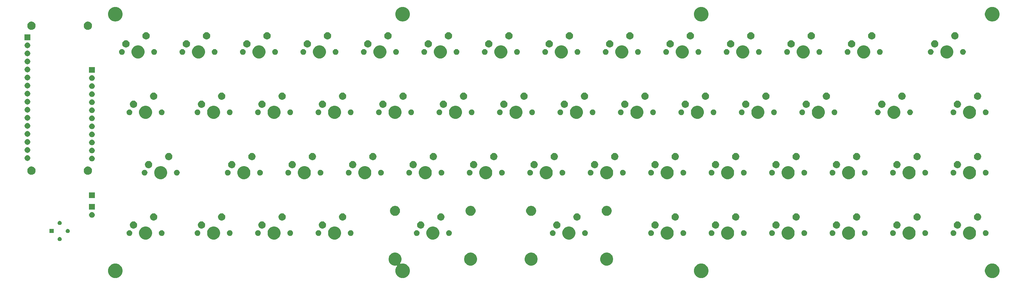
<source format=gbr>
G04 #@! TF.GenerationSoftware,KiCad,Pcbnew,(5.1.5)-3*
G04 #@! TF.CreationDate,2021-01-28T08:37:11+08:00*
G04 #@! TF.ProjectId,k54,6b35342e-6b69-4636-9164-5f7063625858,rev?*
G04 #@! TF.SameCoordinates,Original*
G04 #@! TF.FileFunction,Soldermask,Top*
G04 #@! TF.FilePolarity,Negative*
%FSLAX46Y46*%
G04 Gerber Fmt 4.6, Leading zero omitted, Abs format (unit mm)*
G04 Created by KiCad (PCBNEW (5.1.5)-3) date 2021-01-28 08:37:11*
%MOMM*%
%LPD*%
G04 APERTURE LIST*
%ADD10C,0.100000*%
G04 APERTURE END LIST*
D10*
G36*
X565990464Y-266823406D02*
G01*
X566218052Y-266868676D01*
X566636807Y-267042130D01*
X567013677Y-267293946D01*
X567334179Y-267614448D01*
X567585995Y-267991318D01*
X567759449Y-268410073D01*
X567847875Y-268854621D01*
X567847875Y-269307879D01*
X567759449Y-269752427D01*
X567585995Y-270171182D01*
X567334179Y-270548052D01*
X567013677Y-270868554D01*
X566636807Y-271120370D01*
X566218052Y-271293824D01*
X565995778Y-271338037D01*
X565773505Y-271382250D01*
X565320245Y-271382250D01*
X565097972Y-271338037D01*
X564875698Y-271293824D01*
X564456943Y-271120370D01*
X564080073Y-270868554D01*
X563759571Y-270548052D01*
X563507755Y-270171182D01*
X563334301Y-269752427D01*
X563245875Y-269307879D01*
X563245875Y-268854621D01*
X563334301Y-268410073D01*
X563507755Y-267991318D01*
X563759571Y-267614448D01*
X564080073Y-267293946D01*
X564456943Y-267042130D01*
X564875698Y-266868676D01*
X565103286Y-266823406D01*
X565320245Y-266780250D01*
X565773505Y-266780250D01*
X565990464Y-266823406D01*
G37*
G36*
X289765464Y-266823406D02*
G01*
X289993052Y-266868676D01*
X290411807Y-267042130D01*
X290788677Y-267293946D01*
X291109179Y-267614448D01*
X291360995Y-267991318D01*
X291534449Y-268410073D01*
X291622875Y-268854621D01*
X291622875Y-269307879D01*
X291534449Y-269752427D01*
X291360995Y-270171182D01*
X291109179Y-270548052D01*
X290788677Y-270868554D01*
X290411807Y-271120370D01*
X289993052Y-271293824D01*
X289770778Y-271338037D01*
X289548505Y-271382250D01*
X289095245Y-271382250D01*
X288872972Y-271338037D01*
X288650698Y-271293824D01*
X288231943Y-271120370D01*
X287855073Y-270868554D01*
X287534571Y-270548052D01*
X287282755Y-270171182D01*
X287109301Y-269752427D01*
X287020875Y-269307879D01*
X287020875Y-268854621D01*
X287109301Y-268410073D01*
X287282755Y-267991318D01*
X287534571Y-267614448D01*
X287855073Y-267293946D01*
X288231943Y-267042130D01*
X288650698Y-266868676D01*
X288878286Y-266823406D01*
X289095245Y-266780250D01*
X289548505Y-266780250D01*
X289765464Y-266823406D01*
G37*
G36*
X378032629Y-263442818D02*
G01*
X378405886Y-263597426D01*
X378405888Y-263597427D01*
X378741811Y-263821884D01*
X379027491Y-264107564D01*
X379251949Y-264443489D01*
X379406557Y-264816746D01*
X379485375Y-265212993D01*
X379485375Y-265617007D01*
X379406557Y-266013254D01*
X379251949Y-266386511D01*
X379065486Y-266665572D01*
X379053935Y-266687183D01*
X379046822Y-266710632D01*
X379044420Y-266735018D01*
X379046822Y-266759404D01*
X379053935Y-266782853D01*
X379065486Y-266804464D01*
X379081031Y-266823406D01*
X379099973Y-266838951D01*
X379121584Y-266850502D01*
X379145033Y-266857615D01*
X379169419Y-266860017D01*
X379193805Y-266857615D01*
X379582745Y-266780250D01*
X380036005Y-266780250D01*
X380252964Y-266823406D01*
X380480552Y-266868676D01*
X380899307Y-267042130D01*
X381276177Y-267293946D01*
X381596679Y-267614448D01*
X381848495Y-267991318D01*
X382021949Y-268410073D01*
X382110375Y-268854621D01*
X382110375Y-269307879D01*
X382021949Y-269752427D01*
X381848495Y-270171182D01*
X381596679Y-270548052D01*
X381276177Y-270868554D01*
X380899307Y-271120370D01*
X380480552Y-271293824D01*
X380258278Y-271338037D01*
X380036005Y-271382250D01*
X379582745Y-271382250D01*
X379360472Y-271338037D01*
X379138198Y-271293824D01*
X378719443Y-271120370D01*
X378342573Y-270868554D01*
X378022071Y-270548052D01*
X377770255Y-270171182D01*
X377596801Y-269752427D01*
X377508375Y-269307879D01*
X377508375Y-268854621D01*
X377596801Y-268410073D01*
X377770255Y-267991318D01*
X378022071Y-267614448D01*
X378022074Y-267614445D01*
X378027928Y-267605684D01*
X378039479Y-267584073D01*
X378046592Y-267560624D01*
X378048994Y-267536238D01*
X378046592Y-267511852D01*
X378039479Y-267488403D01*
X378027928Y-267466792D01*
X378012383Y-267447850D01*
X377993441Y-267432305D01*
X377971830Y-267420754D01*
X377948381Y-267413641D01*
X377923995Y-267411239D01*
X377899609Y-267413641D01*
X377636382Y-267466000D01*
X377232368Y-267466000D01*
X376836121Y-267387182D01*
X376462864Y-267232574D01*
X376462863Y-267232574D01*
X376462862Y-267232573D01*
X376126939Y-267008116D01*
X375841259Y-266722436D01*
X375616802Y-266386513D01*
X375616801Y-266386511D01*
X375462193Y-266013254D01*
X375383375Y-265617007D01*
X375383375Y-265212993D01*
X375462193Y-264816746D01*
X375616801Y-264443489D01*
X375841259Y-264107564D01*
X376126939Y-263821884D01*
X376462862Y-263597427D01*
X376462864Y-263597426D01*
X376836121Y-263442818D01*
X377232368Y-263364000D01*
X377636382Y-263364000D01*
X378032629Y-263442818D01*
G37*
G36*
X474312339Y-266823406D02*
G01*
X474539927Y-266868676D01*
X474958682Y-267042130D01*
X475335552Y-267293946D01*
X475656054Y-267614448D01*
X475907870Y-267991318D01*
X476081324Y-268410073D01*
X476169750Y-268854621D01*
X476169750Y-269307879D01*
X476081324Y-269752427D01*
X475907870Y-270171182D01*
X475656054Y-270548052D01*
X475335552Y-270868554D01*
X474958682Y-271120370D01*
X474539927Y-271293824D01*
X474317653Y-271338037D01*
X474095380Y-271382250D01*
X473642120Y-271382250D01*
X473419847Y-271338037D01*
X473197573Y-271293824D01*
X472778818Y-271120370D01*
X472401948Y-270868554D01*
X472081446Y-270548052D01*
X471829630Y-270171182D01*
X471656176Y-269752427D01*
X471567750Y-269307879D01*
X471567750Y-268854621D01*
X471656176Y-268410073D01*
X471829630Y-267991318D01*
X472081446Y-267614448D01*
X472401948Y-267293946D01*
X472778818Y-267042130D01*
X473197573Y-266868676D01*
X473425161Y-266823406D01*
X473642120Y-266780250D01*
X474095380Y-266780250D01*
X474312339Y-266823406D01*
G37*
G36*
X444695129Y-263442818D02*
G01*
X445068386Y-263597426D01*
X445068388Y-263597427D01*
X445404311Y-263821884D01*
X445689991Y-264107564D01*
X445914449Y-264443489D01*
X446069057Y-264816746D01*
X446147875Y-265212993D01*
X446147875Y-265617007D01*
X446069057Y-266013254D01*
X445914449Y-266386511D01*
X445914448Y-266386513D01*
X445689991Y-266722436D01*
X445404311Y-267008116D01*
X445068388Y-267232573D01*
X445068387Y-267232574D01*
X445068386Y-267232574D01*
X444695129Y-267387182D01*
X444298882Y-267466000D01*
X443894868Y-267466000D01*
X443498621Y-267387182D01*
X443125364Y-267232574D01*
X443125363Y-267232574D01*
X443125362Y-267232573D01*
X442789439Y-267008116D01*
X442503759Y-266722436D01*
X442279302Y-266386513D01*
X442279301Y-266386511D01*
X442124693Y-266013254D01*
X442045875Y-265617007D01*
X442045875Y-265212993D01*
X442124693Y-264816746D01*
X442279301Y-264443489D01*
X442503759Y-264107564D01*
X442789439Y-263821884D01*
X443125362Y-263597427D01*
X443125364Y-263597426D01*
X443498621Y-263442818D01*
X443894868Y-263364000D01*
X444298882Y-263364000D01*
X444695129Y-263442818D01*
G37*
G36*
X401832629Y-263442818D02*
G01*
X402205886Y-263597426D01*
X402205888Y-263597427D01*
X402541811Y-263821884D01*
X402827491Y-264107564D01*
X403051949Y-264443489D01*
X403206557Y-264816746D01*
X403285375Y-265212993D01*
X403285375Y-265617007D01*
X403206557Y-266013254D01*
X403051949Y-266386511D01*
X403051948Y-266386513D01*
X402827491Y-266722436D01*
X402541811Y-267008116D01*
X402205888Y-267232573D01*
X402205887Y-267232574D01*
X402205886Y-267232574D01*
X401832629Y-267387182D01*
X401436382Y-267466000D01*
X401032368Y-267466000D01*
X400636121Y-267387182D01*
X400262864Y-267232574D01*
X400262863Y-267232574D01*
X400262862Y-267232573D01*
X399926939Y-267008116D01*
X399641259Y-266722436D01*
X399416802Y-266386513D01*
X399416801Y-266386511D01*
X399262193Y-266013254D01*
X399183375Y-265617007D01*
X399183375Y-265212993D01*
X399262193Y-264816746D01*
X399416801Y-264443489D01*
X399641259Y-264107564D01*
X399926939Y-263821884D01*
X400262862Y-263597427D01*
X400262864Y-263597426D01*
X400636121Y-263442818D01*
X401032368Y-263364000D01*
X401436382Y-263364000D01*
X401832629Y-263442818D01*
G37*
G36*
X420895129Y-263442818D02*
G01*
X421268386Y-263597426D01*
X421268388Y-263597427D01*
X421604311Y-263821884D01*
X421889991Y-264107564D01*
X422114449Y-264443489D01*
X422269057Y-264816746D01*
X422347875Y-265212993D01*
X422347875Y-265617007D01*
X422269057Y-266013254D01*
X422114449Y-266386511D01*
X422114448Y-266386513D01*
X421889991Y-266722436D01*
X421604311Y-267008116D01*
X421268388Y-267232573D01*
X421268387Y-267232574D01*
X421268386Y-267232574D01*
X420895129Y-267387182D01*
X420498882Y-267466000D01*
X420094868Y-267466000D01*
X419698621Y-267387182D01*
X419325364Y-267232574D01*
X419325363Y-267232574D01*
X419325362Y-267232573D01*
X418989439Y-267008116D01*
X418703759Y-266722436D01*
X418479302Y-266386513D01*
X418479301Y-266386511D01*
X418324693Y-266013254D01*
X418245875Y-265617007D01*
X418245875Y-265212993D01*
X418324693Y-264816746D01*
X418479301Y-264443489D01*
X418703759Y-264107564D01*
X418989439Y-263821884D01*
X419325362Y-263597427D01*
X419325364Y-263597426D01*
X419698621Y-263442818D01*
X420094868Y-263364000D01*
X420498882Y-263364000D01*
X420895129Y-263442818D01*
G37*
G36*
X271927738Y-258446653D02*
G01*
X271969598Y-258454979D01*
X272018596Y-258475275D01*
X272087889Y-258503977D01*
X272087890Y-258503978D01*
X272194351Y-258575112D01*
X272284888Y-258665649D01*
X272332418Y-258736784D01*
X272356023Y-258772111D01*
X272405021Y-258890403D01*
X272430000Y-259015979D01*
X272430000Y-259144021D01*
X272405021Y-259269597D01*
X272356023Y-259387889D01*
X272356022Y-259387890D01*
X272284888Y-259494351D01*
X272194351Y-259584888D01*
X272123216Y-259632418D01*
X272087889Y-259656023D01*
X272018596Y-259684725D01*
X271969598Y-259705021D01*
X271927738Y-259713347D01*
X271844021Y-259730000D01*
X271715979Y-259730000D01*
X271632262Y-259713347D01*
X271590402Y-259705021D01*
X271541404Y-259684725D01*
X271472111Y-259656023D01*
X271436784Y-259632418D01*
X271365649Y-259584888D01*
X271275112Y-259494351D01*
X271203978Y-259387890D01*
X271203977Y-259387889D01*
X271154979Y-259269597D01*
X271130000Y-259144021D01*
X271130000Y-259015979D01*
X271154979Y-258890403D01*
X271203977Y-258772111D01*
X271227582Y-258736784D01*
X271275112Y-258665649D01*
X271365649Y-258575112D01*
X271472110Y-258503978D01*
X271472111Y-258503977D01*
X271541404Y-258475275D01*
X271590402Y-258454979D01*
X271632262Y-258446653D01*
X271715979Y-258430000D01*
X271844021Y-258430000D01*
X271927738Y-258446653D01*
G37*
G36*
X358976379Y-255202818D02*
G01*
X359349636Y-255357426D01*
X359349638Y-255357427D01*
X359685561Y-255581884D01*
X359971241Y-255867564D01*
X360195699Y-256203489D01*
X360350307Y-256576746D01*
X360429125Y-256972993D01*
X360429125Y-257377007D01*
X360350307Y-257773254D01*
X360195699Y-258146511D01*
X360195698Y-258146513D01*
X359971241Y-258482436D01*
X359685561Y-258768116D01*
X359349638Y-258992573D01*
X359349637Y-258992574D01*
X359349636Y-258992574D01*
X358976379Y-259147182D01*
X358580132Y-259226000D01*
X358176118Y-259226000D01*
X357779871Y-259147182D01*
X357406614Y-258992574D01*
X357406613Y-258992574D01*
X357406612Y-258992573D01*
X357070689Y-258768116D01*
X356785009Y-258482436D01*
X356560552Y-258146513D01*
X356560551Y-258146511D01*
X356405943Y-257773254D01*
X356327125Y-257377007D01*
X356327125Y-256972993D01*
X356405943Y-256576746D01*
X356560551Y-256203489D01*
X356785009Y-255867564D01*
X357070689Y-255581884D01*
X357406612Y-255357427D01*
X357406614Y-255357426D01*
X357779871Y-255202818D01*
X358176118Y-255124000D01*
X358580132Y-255124000D01*
X358976379Y-255202818D01*
G37*
G36*
X299445129Y-255202818D02*
G01*
X299818386Y-255357426D01*
X299818388Y-255357427D01*
X300154311Y-255581884D01*
X300439991Y-255867564D01*
X300664449Y-256203489D01*
X300819057Y-256576746D01*
X300897875Y-256972993D01*
X300897875Y-257377007D01*
X300819057Y-257773254D01*
X300664449Y-258146511D01*
X300664448Y-258146513D01*
X300439991Y-258482436D01*
X300154311Y-258768116D01*
X299818388Y-258992573D01*
X299818387Y-258992574D01*
X299818386Y-258992574D01*
X299445129Y-259147182D01*
X299048882Y-259226000D01*
X298644868Y-259226000D01*
X298248621Y-259147182D01*
X297875364Y-258992574D01*
X297875363Y-258992574D01*
X297875362Y-258992573D01*
X297539439Y-258768116D01*
X297253759Y-258482436D01*
X297029302Y-258146513D01*
X297029301Y-258146511D01*
X296874693Y-257773254D01*
X296795875Y-257377007D01*
X296795875Y-256972993D01*
X296874693Y-256576746D01*
X297029301Y-256203489D01*
X297253759Y-255867564D01*
X297539439Y-255581884D01*
X297875362Y-255357427D01*
X297875364Y-255357426D01*
X298248621Y-255202818D01*
X298644868Y-255124000D01*
X299048882Y-255124000D01*
X299445129Y-255202818D01*
G37*
G36*
X339926379Y-255202818D02*
G01*
X340299636Y-255357426D01*
X340299638Y-255357427D01*
X340635561Y-255581884D01*
X340921241Y-255867564D01*
X341145699Y-256203489D01*
X341300307Y-256576746D01*
X341379125Y-256972993D01*
X341379125Y-257377007D01*
X341300307Y-257773254D01*
X341145699Y-258146511D01*
X341145698Y-258146513D01*
X340921241Y-258482436D01*
X340635561Y-258768116D01*
X340299638Y-258992573D01*
X340299637Y-258992574D01*
X340299636Y-258992574D01*
X339926379Y-259147182D01*
X339530132Y-259226000D01*
X339126118Y-259226000D01*
X338729871Y-259147182D01*
X338356614Y-258992574D01*
X338356613Y-258992574D01*
X338356612Y-258992573D01*
X338020689Y-258768116D01*
X337735009Y-258482436D01*
X337510552Y-258146513D01*
X337510551Y-258146511D01*
X337355943Y-257773254D01*
X337277125Y-257377007D01*
X337277125Y-256972993D01*
X337355943Y-256576746D01*
X337510551Y-256203489D01*
X337735009Y-255867564D01*
X338020689Y-255581884D01*
X338356612Y-255357427D01*
X338356614Y-255357426D01*
X338729871Y-255202818D01*
X339126118Y-255124000D01*
X339530132Y-255124000D01*
X339926379Y-255202818D01*
G37*
G36*
X389932629Y-255202818D02*
G01*
X390305886Y-255357426D01*
X390305888Y-255357427D01*
X390641811Y-255581884D01*
X390927491Y-255867564D01*
X391151949Y-256203489D01*
X391306557Y-256576746D01*
X391385375Y-256972993D01*
X391385375Y-257377007D01*
X391306557Y-257773254D01*
X391151949Y-258146511D01*
X391151948Y-258146513D01*
X390927491Y-258482436D01*
X390641811Y-258768116D01*
X390305888Y-258992573D01*
X390305887Y-258992574D01*
X390305886Y-258992574D01*
X389932629Y-259147182D01*
X389536382Y-259226000D01*
X389132368Y-259226000D01*
X388736121Y-259147182D01*
X388362864Y-258992574D01*
X388362863Y-258992574D01*
X388362862Y-258992573D01*
X388026939Y-258768116D01*
X387741259Y-258482436D01*
X387516802Y-258146513D01*
X387516801Y-258146511D01*
X387362193Y-257773254D01*
X387283375Y-257377007D01*
X387283375Y-256972993D01*
X387362193Y-256576746D01*
X387516801Y-256203489D01*
X387741259Y-255867564D01*
X388026939Y-255581884D01*
X388362862Y-255357427D01*
X388362864Y-255357426D01*
X388736121Y-255202818D01*
X389132368Y-255124000D01*
X389536382Y-255124000D01*
X389932629Y-255202818D01*
G37*
G36*
X432795129Y-255202818D02*
G01*
X433168386Y-255357426D01*
X433168388Y-255357427D01*
X433504311Y-255581884D01*
X433789991Y-255867564D01*
X434014449Y-256203489D01*
X434169057Y-256576746D01*
X434247875Y-256972993D01*
X434247875Y-257377007D01*
X434169057Y-257773254D01*
X434014449Y-258146511D01*
X434014448Y-258146513D01*
X433789991Y-258482436D01*
X433504311Y-258768116D01*
X433168388Y-258992573D01*
X433168387Y-258992574D01*
X433168386Y-258992574D01*
X432795129Y-259147182D01*
X432398882Y-259226000D01*
X431994868Y-259226000D01*
X431598621Y-259147182D01*
X431225364Y-258992574D01*
X431225363Y-258992574D01*
X431225362Y-258992573D01*
X430889439Y-258768116D01*
X430603759Y-258482436D01*
X430379302Y-258146513D01*
X430379301Y-258146511D01*
X430224693Y-257773254D01*
X430145875Y-257377007D01*
X430145875Y-256972993D01*
X430224693Y-256576746D01*
X430379301Y-256203489D01*
X430603759Y-255867564D01*
X430889439Y-255581884D01*
X431225362Y-255357427D01*
X431225364Y-255357426D01*
X431598621Y-255202818D01*
X431994868Y-255124000D01*
X432398882Y-255124000D01*
X432795129Y-255202818D01*
G37*
G36*
X320876379Y-255202818D02*
G01*
X321249636Y-255357426D01*
X321249638Y-255357427D01*
X321585561Y-255581884D01*
X321871241Y-255867564D01*
X322095699Y-256203489D01*
X322250307Y-256576746D01*
X322329125Y-256972993D01*
X322329125Y-257377007D01*
X322250307Y-257773254D01*
X322095699Y-258146511D01*
X322095698Y-258146513D01*
X321871241Y-258482436D01*
X321585561Y-258768116D01*
X321249638Y-258992573D01*
X321249637Y-258992574D01*
X321249636Y-258992574D01*
X320876379Y-259147182D01*
X320480132Y-259226000D01*
X320076118Y-259226000D01*
X319679871Y-259147182D01*
X319306614Y-258992574D01*
X319306613Y-258992574D01*
X319306612Y-258992573D01*
X318970689Y-258768116D01*
X318685009Y-258482436D01*
X318460552Y-258146513D01*
X318460551Y-258146511D01*
X318305943Y-257773254D01*
X318227125Y-257377007D01*
X318227125Y-256972993D01*
X318305943Y-256576746D01*
X318460551Y-256203489D01*
X318685009Y-255867564D01*
X318970689Y-255581884D01*
X319306612Y-255357427D01*
X319306614Y-255357426D01*
X319679871Y-255202818D01*
X320076118Y-255124000D01*
X320480132Y-255124000D01*
X320876379Y-255202818D01*
G37*
G36*
X539951379Y-255202818D02*
G01*
X540324636Y-255357426D01*
X540324638Y-255357427D01*
X540660561Y-255581884D01*
X540946241Y-255867564D01*
X541170699Y-256203489D01*
X541325307Y-256576746D01*
X541404125Y-256972993D01*
X541404125Y-257377007D01*
X541325307Y-257773254D01*
X541170699Y-258146511D01*
X541170698Y-258146513D01*
X540946241Y-258482436D01*
X540660561Y-258768116D01*
X540324638Y-258992573D01*
X540324637Y-258992574D01*
X540324636Y-258992574D01*
X539951379Y-259147182D01*
X539555132Y-259226000D01*
X539151118Y-259226000D01*
X538754871Y-259147182D01*
X538381614Y-258992574D01*
X538381613Y-258992574D01*
X538381612Y-258992573D01*
X538045689Y-258768116D01*
X537760009Y-258482436D01*
X537535552Y-258146513D01*
X537535551Y-258146511D01*
X537380943Y-257773254D01*
X537302125Y-257377007D01*
X537302125Y-256972993D01*
X537380943Y-256576746D01*
X537535551Y-256203489D01*
X537760009Y-255867564D01*
X538045689Y-255581884D01*
X538381612Y-255357427D01*
X538381614Y-255357426D01*
X538754871Y-255202818D01*
X539151118Y-255124000D01*
X539555132Y-255124000D01*
X539951379Y-255202818D01*
G37*
G36*
X463751379Y-255202818D02*
G01*
X464124636Y-255357426D01*
X464124638Y-255357427D01*
X464460561Y-255581884D01*
X464746241Y-255867564D01*
X464970699Y-256203489D01*
X465125307Y-256576746D01*
X465204125Y-256972993D01*
X465204125Y-257377007D01*
X465125307Y-257773254D01*
X464970699Y-258146511D01*
X464970698Y-258146513D01*
X464746241Y-258482436D01*
X464460561Y-258768116D01*
X464124638Y-258992573D01*
X464124637Y-258992574D01*
X464124636Y-258992574D01*
X463751379Y-259147182D01*
X463355132Y-259226000D01*
X462951118Y-259226000D01*
X462554871Y-259147182D01*
X462181614Y-258992574D01*
X462181613Y-258992574D01*
X462181612Y-258992573D01*
X461845689Y-258768116D01*
X461560009Y-258482436D01*
X461335552Y-258146513D01*
X461335551Y-258146511D01*
X461180943Y-257773254D01*
X461102125Y-257377007D01*
X461102125Y-256972993D01*
X461180943Y-256576746D01*
X461335551Y-256203489D01*
X461560009Y-255867564D01*
X461845689Y-255581884D01*
X462181612Y-255357427D01*
X462181614Y-255357426D01*
X462554871Y-255202818D01*
X462951118Y-255124000D01*
X463355132Y-255124000D01*
X463751379Y-255202818D01*
G37*
G36*
X482801379Y-255202818D02*
G01*
X483174636Y-255357426D01*
X483174638Y-255357427D01*
X483510561Y-255581884D01*
X483796241Y-255867564D01*
X484020699Y-256203489D01*
X484175307Y-256576746D01*
X484254125Y-256972993D01*
X484254125Y-257377007D01*
X484175307Y-257773254D01*
X484020699Y-258146511D01*
X484020698Y-258146513D01*
X483796241Y-258482436D01*
X483510561Y-258768116D01*
X483174638Y-258992573D01*
X483174637Y-258992574D01*
X483174636Y-258992574D01*
X482801379Y-259147182D01*
X482405132Y-259226000D01*
X482001118Y-259226000D01*
X481604871Y-259147182D01*
X481231614Y-258992574D01*
X481231613Y-258992574D01*
X481231612Y-258992573D01*
X480895689Y-258768116D01*
X480610009Y-258482436D01*
X480385552Y-258146513D01*
X480385551Y-258146511D01*
X480230943Y-257773254D01*
X480152125Y-257377007D01*
X480152125Y-256972993D01*
X480230943Y-256576746D01*
X480385551Y-256203489D01*
X480610009Y-255867564D01*
X480895689Y-255581884D01*
X481231612Y-255357427D01*
X481231614Y-255357426D01*
X481604871Y-255202818D01*
X482001118Y-255124000D01*
X482405132Y-255124000D01*
X482801379Y-255202818D01*
G37*
G36*
X520901379Y-255202818D02*
G01*
X521274636Y-255357426D01*
X521274638Y-255357427D01*
X521610561Y-255581884D01*
X521896241Y-255867564D01*
X522120699Y-256203489D01*
X522275307Y-256576746D01*
X522354125Y-256972993D01*
X522354125Y-257377007D01*
X522275307Y-257773254D01*
X522120699Y-258146511D01*
X522120698Y-258146513D01*
X521896241Y-258482436D01*
X521610561Y-258768116D01*
X521274638Y-258992573D01*
X521274637Y-258992574D01*
X521274636Y-258992574D01*
X520901379Y-259147182D01*
X520505132Y-259226000D01*
X520101118Y-259226000D01*
X519704871Y-259147182D01*
X519331614Y-258992574D01*
X519331613Y-258992574D01*
X519331612Y-258992573D01*
X518995689Y-258768116D01*
X518710009Y-258482436D01*
X518485552Y-258146513D01*
X518485551Y-258146511D01*
X518330943Y-257773254D01*
X518252125Y-257377007D01*
X518252125Y-256972993D01*
X518330943Y-256576746D01*
X518485551Y-256203489D01*
X518710009Y-255867564D01*
X518995689Y-255581884D01*
X519331612Y-255357427D01*
X519331614Y-255357426D01*
X519704871Y-255202818D01*
X520101118Y-255124000D01*
X520505132Y-255124000D01*
X520901379Y-255202818D01*
G37*
G36*
X501851379Y-255202818D02*
G01*
X502224636Y-255357426D01*
X502224638Y-255357427D01*
X502560561Y-255581884D01*
X502846241Y-255867564D01*
X503070699Y-256203489D01*
X503225307Y-256576746D01*
X503304125Y-256972993D01*
X503304125Y-257377007D01*
X503225307Y-257773254D01*
X503070699Y-258146511D01*
X503070698Y-258146513D01*
X502846241Y-258482436D01*
X502560561Y-258768116D01*
X502224638Y-258992573D01*
X502224637Y-258992574D01*
X502224636Y-258992574D01*
X501851379Y-259147182D01*
X501455132Y-259226000D01*
X501051118Y-259226000D01*
X500654871Y-259147182D01*
X500281614Y-258992574D01*
X500281613Y-258992574D01*
X500281612Y-258992573D01*
X499945689Y-258768116D01*
X499660009Y-258482436D01*
X499435552Y-258146513D01*
X499435551Y-258146511D01*
X499280943Y-257773254D01*
X499202125Y-257377007D01*
X499202125Y-256972993D01*
X499280943Y-256576746D01*
X499435551Y-256203489D01*
X499660009Y-255867564D01*
X499945689Y-255581884D01*
X500281612Y-255357427D01*
X500281614Y-255357426D01*
X500654871Y-255202818D01*
X501051118Y-255124000D01*
X501455132Y-255124000D01*
X501851379Y-255202818D01*
G37*
G36*
X559001379Y-255202818D02*
G01*
X559374636Y-255357426D01*
X559374638Y-255357427D01*
X559710561Y-255581884D01*
X559996241Y-255867564D01*
X560220699Y-256203489D01*
X560375307Y-256576746D01*
X560454125Y-256972993D01*
X560454125Y-257377007D01*
X560375307Y-257773254D01*
X560220699Y-258146511D01*
X560220698Y-258146513D01*
X559996241Y-258482436D01*
X559710561Y-258768116D01*
X559374638Y-258992573D01*
X559374637Y-258992574D01*
X559374636Y-258992574D01*
X559001379Y-259147182D01*
X558605132Y-259226000D01*
X558201118Y-259226000D01*
X557804871Y-259147182D01*
X557431614Y-258992574D01*
X557431613Y-258992574D01*
X557431612Y-258992573D01*
X557095689Y-258768116D01*
X556810009Y-258482436D01*
X556585552Y-258146513D01*
X556585551Y-258146511D01*
X556430943Y-257773254D01*
X556352125Y-257377007D01*
X556352125Y-256972993D01*
X556430943Y-256576746D01*
X556585551Y-256203489D01*
X556810009Y-255867564D01*
X557095689Y-255581884D01*
X557431612Y-255357427D01*
X557431614Y-255357426D01*
X557804871Y-255202818D01*
X558201118Y-255124000D01*
X558605132Y-255124000D01*
X559001379Y-255202818D01*
G37*
G36*
X534386637Y-256278927D02*
G01*
X534535937Y-256308624D01*
X534699909Y-256376544D01*
X534847479Y-256475147D01*
X534972978Y-256600646D01*
X535071581Y-256748216D01*
X535139501Y-256912188D01*
X535174125Y-257086259D01*
X535174125Y-257263741D01*
X535139501Y-257437812D01*
X535071581Y-257601784D01*
X534972978Y-257749354D01*
X534847479Y-257874853D01*
X534699909Y-257973456D01*
X534535937Y-258041376D01*
X534386637Y-258071073D01*
X534361867Y-258076000D01*
X534184383Y-258076000D01*
X534159613Y-258071073D01*
X534010313Y-258041376D01*
X533846341Y-257973456D01*
X533698771Y-257874853D01*
X533573272Y-257749354D01*
X533474669Y-257601784D01*
X533406749Y-257437812D01*
X533372125Y-257263741D01*
X533372125Y-257086259D01*
X533406749Y-256912188D01*
X533474669Y-256748216D01*
X533573272Y-256600646D01*
X533698771Y-256475147D01*
X533846341Y-256376544D01*
X534010313Y-256308624D01*
X534159613Y-256278927D01*
X534184383Y-256274000D01*
X534361867Y-256274000D01*
X534386637Y-256278927D01*
G37*
G36*
X544546637Y-256278927D02*
G01*
X544695937Y-256308624D01*
X544859909Y-256376544D01*
X545007479Y-256475147D01*
X545132978Y-256600646D01*
X545231581Y-256748216D01*
X545299501Y-256912188D01*
X545334125Y-257086259D01*
X545334125Y-257263741D01*
X545299501Y-257437812D01*
X545231581Y-257601784D01*
X545132978Y-257749354D01*
X545007479Y-257874853D01*
X544859909Y-257973456D01*
X544695937Y-258041376D01*
X544546637Y-258071073D01*
X544521867Y-258076000D01*
X544344383Y-258076000D01*
X544319613Y-258071073D01*
X544170313Y-258041376D01*
X544006341Y-257973456D01*
X543858771Y-257874853D01*
X543733272Y-257749354D01*
X543634669Y-257601784D01*
X543566749Y-257437812D01*
X543532125Y-257263741D01*
X543532125Y-257086259D01*
X543566749Y-256912188D01*
X543634669Y-256748216D01*
X543733272Y-256600646D01*
X543858771Y-256475147D01*
X544006341Y-256376544D01*
X544170313Y-256308624D01*
X544319613Y-256278927D01*
X544344383Y-256274000D01*
X544521867Y-256274000D01*
X544546637Y-256278927D01*
G37*
G36*
X384367887Y-256278927D02*
G01*
X384517187Y-256308624D01*
X384681159Y-256376544D01*
X384828729Y-256475147D01*
X384954228Y-256600646D01*
X385052831Y-256748216D01*
X385120751Y-256912188D01*
X385155375Y-257086259D01*
X385155375Y-257263741D01*
X385120751Y-257437812D01*
X385052831Y-257601784D01*
X384954228Y-257749354D01*
X384828729Y-257874853D01*
X384681159Y-257973456D01*
X384517187Y-258041376D01*
X384367887Y-258071073D01*
X384343117Y-258076000D01*
X384165633Y-258076000D01*
X384140863Y-258071073D01*
X383991563Y-258041376D01*
X383827591Y-257973456D01*
X383680021Y-257874853D01*
X383554522Y-257749354D01*
X383455919Y-257601784D01*
X383387999Y-257437812D01*
X383353375Y-257263741D01*
X383353375Y-257086259D01*
X383387999Y-256912188D01*
X383455919Y-256748216D01*
X383554522Y-256600646D01*
X383680021Y-256475147D01*
X383827591Y-256376544D01*
X383991563Y-256308624D01*
X384140863Y-256278927D01*
X384165633Y-256274000D01*
X384343117Y-256274000D01*
X384367887Y-256278927D01*
G37*
G36*
X553436637Y-256278927D02*
G01*
X553585937Y-256308624D01*
X553749909Y-256376544D01*
X553897479Y-256475147D01*
X554022978Y-256600646D01*
X554121581Y-256748216D01*
X554189501Y-256912188D01*
X554224125Y-257086259D01*
X554224125Y-257263741D01*
X554189501Y-257437812D01*
X554121581Y-257601784D01*
X554022978Y-257749354D01*
X553897479Y-257874853D01*
X553749909Y-257973456D01*
X553585937Y-258041376D01*
X553436637Y-258071073D01*
X553411867Y-258076000D01*
X553234383Y-258076000D01*
X553209613Y-258071073D01*
X553060313Y-258041376D01*
X552896341Y-257973456D01*
X552748771Y-257874853D01*
X552623272Y-257749354D01*
X552524669Y-257601784D01*
X552456749Y-257437812D01*
X552422125Y-257263741D01*
X552422125Y-257086259D01*
X552456749Y-256912188D01*
X552524669Y-256748216D01*
X552623272Y-256600646D01*
X552748771Y-256475147D01*
X552896341Y-256376544D01*
X553060313Y-256308624D01*
X553209613Y-256278927D01*
X553234383Y-256274000D01*
X553411867Y-256274000D01*
X553436637Y-256278927D01*
G37*
G36*
X563596637Y-256278927D02*
G01*
X563745937Y-256308624D01*
X563909909Y-256376544D01*
X564057479Y-256475147D01*
X564182978Y-256600646D01*
X564281581Y-256748216D01*
X564349501Y-256912188D01*
X564384125Y-257086259D01*
X564384125Y-257263741D01*
X564349501Y-257437812D01*
X564281581Y-257601784D01*
X564182978Y-257749354D01*
X564057479Y-257874853D01*
X563909909Y-257973456D01*
X563745937Y-258041376D01*
X563596637Y-258071073D01*
X563571867Y-258076000D01*
X563394383Y-258076000D01*
X563369613Y-258071073D01*
X563220313Y-258041376D01*
X563056341Y-257973456D01*
X562908771Y-257874853D01*
X562783272Y-257749354D01*
X562684669Y-257601784D01*
X562616749Y-257437812D01*
X562582125Y-257263741D01*
X562582125Y-257086259D01*
X562616749Y-256912188D01*
X562684669Y-256748216D01*
X562783272Y-256600646D01*
X562908771Y-256475147D01*
X563056341Y-256376544D01*
X563220313Y-256308624D01*
X563369613Y-256278927D01*
X563394383Y-256274000D01*
X563571867Y-256274000D01*
X563596637Y-256278927D01*
G37*
G36*
X363571637Y-256278927D02*
G01*
X363720937Y-256308624D01*
X363884909Y-256376544D01*
X364032479Y-256475147D01*
X364157978Y-256600646D01*
X364256581Y-256748216D01*
X364324501Y-256912188D01*
X364359125Y-257086259D01*
X364359125Y-257263741D01*
X364324501Y-257437812D01*
X364256581Y-257601784D01*
X364157978Y-257749354D01*
X364032479Y-257874853D01*
X363884909Y-257973456D01*
X363720937Y-258041376D01*
X363571637Y-258071073D01*
X363546867Y-258076000D01*
X363369383Y-258076000D01*
X363344613Y-258071073D01*
X363195313Y-258041376D01*
X363031341Y-257973456D01*
X362883771Y-257874853D01*
X362758272Y-257749354D01*
X362659669Y-257601784D01*
X362591749Y-257437812D01*
X362557125Y-257263741D01*
X362557125Y-257086259D01*
X362591749Y-256912188D01*
X362659669Y-256748216D01*
X362758272Y-256600646D01*
X362883771Y-256475147D01*
X363031341Y-256376544D01*
X363195313Y-256308624D01*
X363344613Y-256278927D01*
X363369383Y-256274000D01*
X363546867Y-256274000D01*
X363571637Y-256278927D01*
G37*
G36*
X353411637Y-256278927D02*
G01*
X353560937Y-256308624D01*
X353724909Y-256376544D01*
X353872479Y-256475147D01*
X353997978Y-256600646D01*
X354096581Y-256748216D01*
X354164501Y-256912188D01*
X354199125Y-257086259D01*
X354199125Y-257263741D01*
X354164501Y-257437812D01*
X354096581Y-257601784D01*
X353997978Y-257749354D01*
X353872479Y-257874853D01*
X353724909Y-257973456D01*
X353560937Y-258041376D01*
X353411637Y-258071073D01*
X353386867Y-258076000D01*
X353209383Y-258076000D01*
X353184613Y-258071073D01*
X353035313Y-258041376D01*
X352871341Y-257973456D01*
X352723771Y-257874853D01*
X352598272Y-257749354D01*
X352499669Y-257601784D01*
X352431749Y-257437812D01*
X352397125Y-257263741D01*
X352397125Y-257086259D01*
X352431749Y-256912188D01*
X352499669Y-256748216D01*
X352598272Y-256600646D01*
X352723771Y-256475147D01*
X352871341Y-256376544D01*
X353035313Y-256308624D01*
X353184613Y-256278927D01*
X353209383Y-256274000D01*
X353386867Y-256274000D01*
X353411637Y-256278927D01*
G37*
G36*
X325471637Y-256278927D02*
G01*
X325620937Y-256308624D01*
X325784909Y-256376544D01*
X325932479Y-256475147D01*
X326057978Y-256600646D01*
X326156581Y-256748216D01*
X326224501Y-256912188D01*
X326259125Y-257086259D01*
X326259125Y-257263741D01*
X326224501Y-257437812D01*
X326156581Y-257601784D01*
X326057978Y-257749354D01*
X325932479Y-257874853D01*
X325784909Y-257973456D01*
X325620937Y-258041376D01*
X325471637Y-258071073D01*
X325446867Y-258076000D01*
X325269383Y-258076000D01*
X325244613Y-258071073D01*
X325095313Y-258041376D01*
X324931341Y-257973456D01*
X324783771Y-257874853D01*
X324658272Y-257749354D01*
X324559669Y-257601784D01*
X324491749Y-257437812D01*
X324457125Y-257263741D01*
X324457125Y-257086259D01*
X324491749Y-256912188D01*
X324559669Y-256748216D01*
X324658272Y-256600646D01*
X324783771Y-256475147D01*
X324931341Y-256376544D01*
X325095313Y-256308624D01*
X325244613Y-256278927D01*
X325269383Y-256274000D01*
X325446867Y-256274000D01*
X325471637Y-256278927D01*
G37*
G36*
X293880387Y-256278927D02*
G01*
X294029687Y-256308624D01*
X294193659Y-256376544D01*
X294341229Y-256475147D01*
X294466728Y-256600646D01*
X294565331Y-256748216D01*
X294633251Y-256912188D01*
X294667875Y-257086259D01*
X294667875Y-257263741D01*
X294633251Y-257437812D01*
X294565331Y-257601784D01*
X294466728Y-257749354D01*
X294341229Y-257874853D01*
X294193659Y-257973456D01*
X294029687Y-258041376D01*
X293880387Y-258071073D01*
X293855617Y-258076000D01*
X293678133Y-258076000D01*
X293653363Y-258071073D01*
X293504063Y-258041376D01*
X293340091Y-257973456D01*
X293192521Y-257874853D01*
X293067022Y-257749354D01*
X292968419Y-257601784D01*
X292900499Y-257437812D01*
X292865875Y-257263741D01*
X292865875Y-257086259D01*
X292900499Y-256912188D01*
X292968419Y-256748216D01*
X293067022Y-256600646D01*
X293192521Y-256475147D01*
X293340091Y-256376544D01*
X293504063Y-256308624D01*
X293653363Y-256278927D01*
X293678133Y-256274000D01*
X293855617Y-256274000D01*
X293880387Y-256278927D01*
G37*
G36*
X304040387Y-256278927D02*
G01*
X304189687Y-256308624D01*
X304353659Y-256376544D01*
X304501229Y-256475147D01*
X304626728Y-256600646D01*
X304725331Y-256748216D01*
X304793251Y-256912188D01*
X304827875Y-257086259D01*
X304827875Y-257263741D01*
X304793251Y-257437812D01*
X304725331Y-257601784D01*
X304626728Y-257749354D01*
X304501229Y-257874853D01*
X304353659Y-257973456D01*
X304189687Y-258041376D01*
X304040387Y-258071073D01*
X304015617Y-258076000D01*
X303838133Y-258076000D01*
X303813363Y-258071073D01*
X303664063Y-258041376D01*
X303500091Y-257973456D01*
X303352521Y-257874853D01*
X303227022Y-257749354D01*
X303128419Y-257601784D01*
X303060499Y-257437812D01*
X303025875Y-257263741D01*
X303025875Y-257086259D01*
X303060499Y-256912188D01*
X303128419Y-256748216D01*
X303227022Y-256600646D01*
X303352521Y-256475147D01*
X303500091Y-256376544D01*
X303664063Y-256308624D01*
X303813363Y-256278927D01*
X303838133Y-256274000D01*
X304015617Y-256274000D01*
X304040387Y-256278927D01*
G37*
G36*
X315311637Y-256278927D02*
G01*
X315460937Y-256308624D01*
X315624909Y-256376544D01*
X315772479Y-256475147D01*
X315897978Y-256600646D01*
X315996581Y-256748216D01*
X316064501Y-256912188D01*
X316099125Y-257086259D01*
X316099125Y-257263741D01*
X316064501Y-257437812D01*
X315996581Y-257601784D01*
X315897978Y-257749354D01*
X315772479Y-257874853D01*
X315624909Y-257973456D01*
X315460937Y-258041376D01*
X315311637Y-258071073D01*
X315286867Y-258076000D01*
X315109383Y-258076000D01*
X315084613Y-258071073D01*
X314935313Y-258041376D01*
X314771341Y-257973456D01*
X314623771Y-257874853D01*
X314498272Y-257749354D01*
X314399669Y-257601784D01*
X314331749Y-257437812D01*
X314297125Y-257263741D01*
X314297125Y-257086259D01*
X314331749Y-256912188D01*
X314399669Y-256748216D01*
X314498272Y-256600646D01*
X314623771Y-256475147D01*
X314771341Y-256376544D01*
X314935313Y-256308624D01*
X315084613Y-256278927D01*
X315109383Y-256274000D01*
X315286867Y-256274000D01*
X315311637Y-256278927D01*
G37*
G36*
X334361637Y-256278927D02*
G01*
X334510937Y-256308624D01*
X334674909Y-256376544D01*
X334822479Y-256475147D01*
X334947978Y-256600646D01*
X335046581Y-256748216D01*
X335114501Y-256912188D01*
X335149125Y-257086259D01*
X335149125Y-257263741D01*
X335114501Y-257437812D01*
X335046581Y-257601784D01*
X334947978Y-257749354D01*
X334822479Y-257874853D01*
X334674909Y-257973456D01*
X334510937Y-258041376D01*
X334361637Y-258071073D01*
X334336867Y-258076000D01*
X334159383Y-258076000D01*
X334134613Y-258071073D01*
X333985313Y-258041376D01*
X333821341Y-257973456D01*
X333673771Y-257874853D01*
X333548272Y-257749354D01*
X333449669Y-257601784D01*
X333381749Y-257437812D01*
X333347125Y-257263741D01*
X333347125Y-257086259D01*
X333381749Y-256912188D01*
X333449669Y-256748216D01*
X333548272Y-256600646D01*
X333673771Y-256475147D01*
X333821341Y-256376544D01*
X333985313Y-256308624D01*
X334134613Y-256278927D01*
X334159383Y-256274000D01*
X334336867Y-256274000D01*
X334361637Y-256278927D01*
G37*
G36*
X525496637Y-256278927D02*
G01*
X525645937Y-256308624D01*
X525809909Y-256376544D01*
X525957479Y-256475147D01*
X526082978Y-256600646D01*
X526181581Y-256748216D01*
X526249501Y-256912188D01*
X526284125Y-257086259D01*
X526284125Y-257263741D01*
X526249501Y-257437812D01*
X526181581Y-257601784D01*
X526082978Y-257749354D01*
X525957479Y-257874853D01*
X525809909Y-257973456D01*
X525645937Y-258041376D01*
X525496637Y-258071073D01*
X525471867Y-258076000D01*
X525294383Y-258076000D01*
X525269613Y-258071073D01*
X525120313Y-258041376D01*
X524956341Y-257973456D01*
X524808771Y-257874853D01*
X524683272Y-257749354D01*
X524584669Y-257601784D01*
X524516749Y-257437812D01*
X524482125Y-257263741D01*
X524482125Y-257086259D01*
X524516749Y-256912188D01*
X524584669Y-256748216D01*
X524683272Y-256600646D01*
X524808771Y-256475147D01*
X524956341Y-256376544D01*
X525120313Y-256308624D01*
X525269613Y-256278927D01*
X525294383Y-256274000D01*
X525471867Y-256274000D01*
X525496637Y-256278927D01*
G37*
G36*
X394527887Y-256278927D02*
G01*
X394677187Y-256308624D01*
X394841159Y-256376544D01*
X394988729Y-256475147D01*
X395114228Y-256600646D01*
X395212831Y-256748216D01*
X395280751Y-256912188D01*
X395315375Y-257086259D01*
X395315375Y-257263741D01*
X395280751Y-257437812D01*
X395212831Y-257601784D01*
X395114228Y-257749354D01*
X394988729Y-257874853D01*
X394841159Y-257973456D01*
X394677187Y-258041376D01*
X394527887Y-258071073D01*
X394503117Y-258076000D01*
X394325633Y-258076000D01*
X394300863Y-258071073D01*
X394151563Y-258041376D01*
X393987591Y-257973456D01*
X393840021Y-257874853D01*
X393714522Y-257749354D01*
X393615919Y-257601784D01*
X393547999Y-257437812D01*
X393513375Y-257263741D01*
X393513375Y-257086259D01*
X393547999Y-256912188D01*
X393615919Y-256748216D01*
X393714522Y-256600646D01*
X393840021Y-256475147D01*
X393987591Y-256376544D01*
X394151563Y-256308624D01*
X394300863Y-256278927D01*
X394325633Y-256274000D01*
X394503117Y-256274000D01*
X394527887Y-256278927D01*
G37*
G36*
X468346637Y-256278927D02*
G01*
X468495937Y-256308624D01*
X468659909Y-256376544D01*
X468807479Y-256475147D01*
X468932978Y-256600646D01*
X469031581Y-256748216D01*
X469099501Y-256912188D01*
X469134125Y-257086259D01*
X469134125Y-257263741D01*
X469099501Y-257437812D01*
X469031581Y-257601784D01*
X468932978Y-257749354D01*
X468807479Y-257874853D01*
X468659909Y-257973456D01*
X468495937Y-258041376D01*
X468346637Y-258071073D01*
X468321867Y-258076000D01*
X468144383Y-258076000D01*
X468119613Y-258071073D01*
X467970313Y-258041376D01*
X467806341Y-257973456D01*
X467658771Y-257874853D01*
X467533272Y-257749354D01*
X467434669Y-257601784D01*
X467366749Y-257437812D01*
X467332125Y-257263741D01*
X467332125Y-257086259D01*
X467366749Y-256912188D01*
X467434669Y-256748216D01*
X467533272Y-256600646D01*
X467658771Y-256475147D01*
X467806341Y-256376544D01*
X467970313Y-256308624D01*
X468119613Y-256278927D01*
X468144383Y-256274000D01*
X468321867Y-256274000D01*
X468346637Y-256278927D01*
G37*
G36*
X344521637Y-256278927D02*
G01*
X344670937Y-256308624D01*
X344834909Y-256376544D01*
X344982479Y-256475147D01*
X345107978Y-256600646D01*
X345206581Y-256748216D01*
X345274501Y-256912188D01*
X345309125Y-257086259D01*
X345309125Y-257263741D01*
X345274501Y-257437812D01*
X345206581Y-257601784D01*
X345107978Y-257749354D01*
X344982479Y-257874853D01*
X344834909Y-257973456D01*
X344670937Y-258041376D01*
X344521637Y-258071073D01*
X344496867Y-258076000D01*
X344319383Y-258076000D01*
X344294613Y-258071073D01*
X344145313Y-258041376D01*
X343981341Y-257973456D01*
X343833771Y-257874853D01*
X343708272Y-257749354D01*
X343609669Y-257601784D01*
X343541749Y-257437812D01*
X343507125Y-257263741D01*
X343507125Y-257086259D01*
X343541749Y-256912188D01*
X343609669Y-256748216D01*
X343708272Y-256600646D01*
X343833771Y-256475147D01*
X343981341Y-256376544D01*
X344145313Y-256308624D01*
X344294613Y-256278927D01*
X344319383Y-256274000D01*
X344496867Y-256274000D01*
X344521637Y-256278927D01*
G37*
G36*
X458186637Y-256278927D02*
G01*
X458335937Y-256308624D01*
X458499909Y-256376544D01*
X458647479Y-256475147D01*
X458772978Y-256600646D01*
X458871581Y-256748216D01*
X458939501Y-256912188D01*
X458974125Y-257086259D01*
X458974125Y-257263741D01*
X458939501Y-257437812D01*
X458871581Y-257601784D01*
X458772978Y-257749354D01*
X458647479Y-257874853D01*
X458499909Y-257973456D01*
X458335937Y-258041376D01*
X458186637Y-258071073D01*
X458161867Y-258076000D01*
X457984383Y-258076000D01*
X457959613Y-258071073D01*
X457810313Y-258041376D01*
X457646341Y-257973456D01*
X457498771Y-257874853D01*
X457373272Y-257749354D01*
X457274669Y-257601784D01*
X457206749Y-257437812D01*
X457172125Y-257263741D01*
X457172125Y-257086259D01*
X457206749Y-256912188D01*
X457274669Y-256748216D01*
X457373272Y-256600646D01*
X457498771Y-256475147D01*
X457646341Y-256376544D01*
X457810313Y-256308624D01*
X457959613Y-256278927D01*
X457984383Y-256274000D01*
X458161867Y-256274000D01*
X458186637Y-256278927D01*
G37*
G36*
X477236637Y-256278927D02*
G01*
X477385937Y-256308624D01*
X477549909Y-256376544D01*
X477697479Y-256475147D01*
X477822978Y-256600646D01*
X477921581Y-256748216D01*
X477989501Y-256912188D01*
X478024125Y-257086259D01*
X478024125Y-257263741D01*
X477989501Y-257437812D01*
X477921581Y-257601784D01*
X477822978Y-257749354D01*
X477697479Y-257874853D01*
X477549909Y-257973456D01*
X477385937Y-258041376D01*
X477236637Y-258071073D01*
X477211867Y-258076000D01*
X477034383Y-258076000D01*
X477009613Y-258071073D01*
X476860313Y-258041376D01*
X476696341Y-257973456D01*
X476548771Y-257874853D01*
X476423272Y-257749354D01*
X476324669Y-257601784D01*
X476256749Y-257437812D01*
X476222125Y-257263741D01*
X476222125Y-257086259D01*
X476256749Y-256912188D01*
X476324669Y-256748216D01*
X476423272Y-256600646D01*
X476548771Y-256475147D01*
X476696341Y-256376544D01*
X476860313Y-256308624D01*
X477009613Y-256278927D01*
X477034383Y-256274000D01*
X477211867Y-256274000D01*
X477236637Y-256278927D01*
G37*
G36*
X487396637Y-256278927D02*
G01*
X487545937Y-256308624D01*
X487709909Y-256376544D01*
X487857479Y-256475147D01*
X487982978Y-256600646D01*
X488081581Y-256748216D01*
X488149501Y-256912188D01*
X488184125Y-257086259D01*
X488184125Y-257263741D01*
X488149501Y-257437812D01*
X488081581Y-257601784D01*
X487982978Y-257749354D01*
X487857479Y-257874853D01*
X487709909Y-257973456D01*
X487545937Y-258041376D01*
X487396637Y-258071073D01*
X487371867Y-258076000D01*
X487194383Y-258076000D01*
X487169613Y-258071073D01*
X487020313Y-258041376D01*
X486856341Y-257973456D01*
X486708771Y-257874853D01*
X486583272Y-257749354D01*
X486484669Y-257601784D01*
X486416749Y-257437812D01*
X486382125Y-257263741D01*
X486382125Y-257086259D01*
X486416749Y-256912188D01*
X486484669Y-256748216D01*
X486583272Y-256600646D01*
X486708771Y-256475147D01*
X486856341Y-256376544D01*
X487020313Y-256308624D01*
X487169613Y-256278927D01*
X487194383Y-256274000D01*
X487371867Y-256274000D01*
X487396637Y-256278927D01*
G37*
G36*
X496286637Y-256278927D02*
G01*
X496435937Y-256308624D01*
X496599909Y-256376544D01*
X496747479Y-256475147D01*
X496872978Y-256600646D01*
X496971581Y-256748216D01*
X497039501Y-256912188D01*
X497074125Y-257086259D01*
X497074125Y-257263741D01*
X497039501Y-257437812D01*
X496971581Y-257601784D01*
X496872978Y-257749354D01*
X496747479Y-257874853D01*
X496599909Y-257973456D01*
X496435937Y-258041376D01*
X496286637Y-258071073D01*
X496261867Y-258076000D01*
X496084383Y-258076000D01*
X496059613Y-258071073D01*
X495910313Y-258041376D01*
X495746341Y-257973456D01*
X495598771Y-257874853D01*
X495473272Y-257749354D01*
X495374669Y-257601784D01*
X495306749Y-257437812D01*
X495272125Y-257263741D01*
X495272125Y-257086259D01*
X495306749Y-256912188D01*
X495374669Y-256748216D01*
X495473272Y-256600646D01*
X495598771Y-256475147D01*
X495746341Y-256376544D01*
X495910313Y-256308624D01*
X496059613Y-256278927D01*
X496084383Y-256274000D01*
X496261867Y-256274000D01*
X496286637Y-256278927D01*
G37*
G36*
X506446637Y-256278927D02*
G01*
X506595937Y-256308624D01*
X506759909Y-256376544D01*
X506907479Y-256475147D01*
X507032978Y-256600646D01*
X507131581Y-256748216D01*
X507199501Y-256912188D01*
X507234125Y-257086259D01*
X507234125Y-257263741D01*
X507199501Y-257437812D01*
X507131581Y-257601784D01*
X507032978Y-257749354D01*
X506907479Y-257874853D01*
X506759909Y-257973456D01*
X506595937Y-258041376D01*
X506446637Y-258071073D01*
X506421867Y-258076000D01*
X506244383Y-258076000D01*
X506219613Y-258071073D01*
X506070313Y-258041376D01*
X505906341Y-257973456D01*
X505758771Y-257874853D01*
X505633272Y-257749354D01*
X505534669Y-257601784D01*
X505466749Y-257437812D01*
X505432125Y-257263741D01*
X505432125Y-257086259D01*
X505466749Y-256912188D01*
X505534669Y-256748216D01*
X505633272Y-256600646D01*
X505758771Y-256475147D01*
X505906341Y-256376544D01*
X506070313Y-256308624D01*
X506219613Y-256278927D01*
X506244383Y-256274000D01*
X506421867Y-256274000D01*
X506446637Y-256278927D01*
G37*
G36*
X427230387Y-256278927D02*
G01*
X427379687Y-256308624D01*
X427543659Y-256376544D01*
X427691229Y-256475147D01*
X427816728Y-256600646D01*
X427915331Y-256748216D01*
X427983251Y-256912188D01*
X428017875Y-257086259D01*
X428017875Y-257263741D01*
X427983251Y-257437812D01*
X427915331Y-257601784D01*
X427816728Y-257749354D01*
X427691229Y-257874853D01*
X427543659Y-257973456D01*
X427379687Y-258041376D01*
X427230387Y-258071073D01*
X427205617Y-258076000D01*
X427028133Y-258076000D01*
X427003363Y-258071073D01*
X426854063Y-258041376D01*
X426690091Y-257973456D01*
X426542521Y-257874853D01*
X426417022Y-257749354D01*
X426318419Y-257601784D01*
X426250499Y-257437812D01*
X426215875Y-257263741D01*
X426215875Y-257086259D01*
X426250499Y-256912188D01*
X426318419Y-256748216D01*
X426417022Y-256600646D01*
X426542521Y-256475147D01*
X426690091Y-256376544D01*
X426854063Y-256308624D01*
X427003363Y-256278927D01*
X427028133Y-256274000D01*
X427205617Y-256274000D01*
X427230387Y-256278927D01*
G37*
G36*
X515336637Y-256278927D02*
G01*
X515485937Y-256308624D01*
X515649909Y-256376544D01*
X515797479Y-256475147D01*
X515922978Y-256600646D01*
X516021581Y-256748216D01*
X516089501Y-256912188D01*
X516124125Y-257086259D01*
X516124125Y-257263741D01*
X516089501Y-257437812D01*
X516021581Y-257601784D01*
X515922978Y-257749354D01*
X515797479Y-257874853D01*
X515649909Y-257973456D01*
X515485937Y-258041376D01*
X515336637Y-258071073D01*
X515311867Y-258076000D01*
X515134383Y-258076000D01*
X515109613Y-258071073D01*
X514960313Y-258041376D01*
X514796341Y-257973456D01*
X514648771Y-257874853D01*
X514523272Y-257749354D01*
X514424669Y-257601784D01*
X514356749Y-257437812D01*
X514322125Y-257263741D01*
X514322125Y-257086259D01*
X514356749Y-256912188D01*
X514424669Y-256748216D01*
X514523272Y-256600646D01*
X514648771Y-256475147D01*
X514796341Y-256376544D01*
X514960313Y-256308624D01*
X515109613Y-256278927D01*
X515134383Y-256274000D01*
X515311867Y-256274000D01*
X515336637Y-256278927D01*
G37*
G36*
X437390387Y-256278927D02*
G01*
X437539687Y-256308624D01*
X437703659Y-256376544D01*
X437851229Y-256475147D01*
X437976728Y-256600646D01*
X438075331Y-256748216D01*
X438143251Y-256912188D01*
X438177875Y-257086259D01*
X438177875Y-257263741D01*
X438143251Y-257437812D01*
X438075331Y-257601784D01*
X437976728Y-257749354D01*
X437851229Y-257874853D01*
X437703659Y-257973456D01*
X437539687Y-258041376D01*
X437390387Y-258071073D01*
X437365617Y-258076000D01*
X437188133Y-258076000D01*
X437163363Y-258071073D01*
X437014063Y-258041376D01*
X436850091Y-257973456D01*
X436702521Y-257874853D01*
X436577022Y-257749354D01*
X436478419Y-257601784D01*
X436410499Y-257437812D01*
X436375875Y-257263741D01*
X436375875Y-257086259D01*
X436410499Y-256912188D01*
X436478419Y-256748216D01*
X436577022Y-256600646D01*
X436702521Y-256475147D01*
X436850091Y-256376544D01*
X437014063Y-256308624D01*
X437163363Y-256278927D01*
X437188133Y-256274000D01*
X437365617Y-256274000D01*
X437390387Y-256278927D01*
G37*
G36*
X274467738Y-255906653D02*
G01*
X274509598Y-255914979D01*
X274558596Y-255935275D01*
X274627889Y-255963977D01*
X274627890Y-255963978D01*
X274734351Y-256035112D01*
X274824888Y-256125649D01*
X274872418Y-256196784D01*
X274896023Y-256232111D01*
X274945021Y-256350403D01*
X274970000Y-256475979D01*
X274970000Y-256604021D01*
X274945021Y-256729597D01*
X274896023Y-256847889D01*
X274896022Y-256847890D01*
X274824888Y-256954351D01*
X274734351Y-257044888D01*
X274672434Y-257086259D01*
X274627889Y-257116023D01*
X274558596Y-257144725D01*
X274509598Y-257165021D01*
X274467738Y-257173347D01*
X274384021Y-257190000D01*
X274255979Y-257190000D01*
X274172262Y-257173347D01*
X274130402Y-257165021D01*
X274081404Y-257144725D01*
X274012111Y-257116023D01*
X273967566Y-257086259D01*
X273905649Y-257044888D01*
X273815112Y-256954351D01*
X273743978Y-256847890D01*
X273743977Y-256847889D01*
X273694979Y-256729597D01*
X273670000Y-256604021D01*
X273670000Y-256475979D01*
X273694979Y-256350403D01*
X273743977Y-256232111D01*
X273767582Y-256196784D01*
X273815112Y-256125649D01*
X273905649Y-256035112D01*
X274012110Y-255963978D01*
X274012111Y-255963977D01*
X274081404Y-255935275D01*
X274130402Y-255914979D01*
X274172262Y-255906653D01*
X274255979Y-255890000D01*
X274384021Y-255890000D01*
X274467738Y-255906653D01*
G37*
G36*
X269890000Y-257190000D02*
G01*
X268590000Y-257190000D01*
X268590000Y-255890000D01*
X269890000Y-255890000D01*
X269890000Y-257190000D01*
G37*
G36*
X428556103Y-253495112D02*
G01*
X428722609Y-253528232D01*
X428932078Y-253614997D01*
X429120595Y-253740960D01*
X429280915Y-253901280D01*
X429406878Y-254089797D01*
X429493643Y-254299266D01*
X429537875Y-254521636D01*
X429537875Y-254748364D01*
X429493643Y-254970734D01*
X429406878Y-255180203D01*
X429280915Y-255368720D01*
X429120595Y-255529040D01*
X428932078Y-255655003D01*
X428722609Y-255741768D01*
X428611424Y-255763884D01*
X428500240Y-255786000D01*
X428273510Y-255786000D01*
X428162326Y-255763884D01*
X428051141Y-255741768D01*
X427841672Y-255655003D01*
X427653155Y-255529040D01*
X427492835Y-255368720D01*
X427366872Y-255180203D01*
X427280107Y-254970734D01*
X427235875Y-254748364D01*
X427235875Y-254521636D01*
X427280107Y-254299266D01*
X427366872Y-254089797D01*
X427492835Y-253901280D01*
X427653155Y-253740960D01*
X427841672Y-253614997D01*
X428051141Y-253528232D01*
X428217647Y-253495112D01*
X428273510Y-253484000D01*
X428500240Y-253484000D01*
X428556103Y-253495112D01*
G37*
G36*
X554762353Y-253495112D02*
G01*
X554928859Y-253528232D01*
X555138328Y-253614997D01*
X555326845Y-253740960D01*
X555487165Y-253901280D01*
X555613128Y-254089797D01*
X555699893Y-254299266D01*
X555744125Y-254521636D01*
X555744125Y-254748364D01*
X555699893Y-254970734D01*
X555613128Y-255180203D01*
X555487165Y-255368720D01*
X555326845Y-255529040D01*
X555138328Y-255655003D01*
X554928859Y-255741768D01*
X554817674Y-255763884D01*
X554706490Y-255786000D01*
X554479760Y-255786000D01*
X554368576Y-255763884D01*
X554257391Y-255741768D01*
X554047922Y-255655003D01*
X553859405Y-255529040D01*
X553699085Y-255368720D01*
X553573122Y-255180203D01*
X553486357Y-254970734D01*
X553442125Y-254748364D01*
X553442125Y-254521636D01*
X553486357Y-254299266D01*
X553573122Y-254089797D01*
X553699085Y-253901280D01*
X553859405Y-253740960D01*
X554047922Y-253614997D01*
X554257391Y-253528232D01*
X554423897Y-253495112D01*
X554479760Y-253484000D01*
X554706490Y-253484000D01*
X554762353Y-253495112D01*
G37*
G36*
X478562353Y-253495112D02*
G01*
X478728859Y-253528232D01*
X478938328Y-253614997D01*
X479126845Y-253740960D01*
X479287165Y-253901280D01*
X479413128Y-254089797D01*
X479499893Y-254299266D01*
X479544125Y-254521636D01*
X479544125Y-254748364D01*
X479499893Y-254970734D01*
X479413128Y-255180203D01*
X479287165Y-255368720D01*
X479126845Y-255529040D01*
X478938328Y-255655003D01*
X478728859Y-255741768D01*
X478617674Y-255763884D01*
X478506490Y-255786000D01*
X478279760Y-255786000D01*
X478168576Y-255763884D01*
X478057391Y-255741768D01*
X477847922Y-255655003D01*
X477659405Y-255529040D01*
X477499085Y-255368720D01*
X477373122Y-255180203D01*
X477286357Y-254970734D01*
X477242125Y-254748364D01*
X477242125Y-254521636D01*
X477286357Y-254299266D01*
X477373122Y-254089797D01*
X477499085Y-253901280D01*
X477659405Y-253740960D01*
X477847922Y-253614997D01*
X478057391Y-253528232D01*
X478223897Y-253495112D01*
X478279760Y-253484000D01*
X478506490Y-253484000D01*
X478562353Y-253495112D01*
G37*
G36*
X516662353Y-253495112D02*
G01*
X516828859Y-253528232D01*
X517038328Y-253614997D01*
X517226845Y-253740960D01*
X517387165Y-253901280D01*
X517513128Y-254089797D01*
X517599893Y-254299266D01*
X517644125Y-254521636D01*
X517644125Y-254748364D01*
X517599893Y-254970734D01*
X517513128Y-255180203D01*
X517387165Y-255368720D01*
X517226845Y-255529040D01*
X517038328Y-255655003D01*
X516828859Y-255741768D01*
X516717674Y-255763884D01*
X516606490Y-255786000D01*
X516379760Y-255786000D01*
X516268576Y-255763884D01*
X516157391Y-255741768D01*
X515947922Y-255655003D01*
X515759405Y-255529040D01*
X515599085Y-255368720D01*
X515473122Y-255180203D01*
X515386357Y-254970734D01*
X515342125Y-254748364D01*
X515342125Y-254521636D01*
X515386357Y-254299266D01*
X515473122Y-254089797D01*
X515599085Y-253901280D01*
X515759405Y-253740960D01*
X515947922Y-253614997D01*
X516157391Y-253528232D01*
X516323897Y-253495112D01*
X516379760Y-253484000D01*
X516606490Y-253484000D01*
X516662353Y-253495112D01*
G37*
G36*
X535712353Y-253495112D02*
G01*
X535878859Y-253528232D01*
X536088328Y-253614997D01*
X536276845Y-253740960D01*
X536437165Y-253901280D01*
X536563128Y-254089797D01*
X536649893Y-254299266D01*
X536694125Y-254521636D01*
X536694125Y-254748364D01*
X536649893Y-254970734D01*
X536563128Y-255180203D01*
X536437165Y-255368720D01*
X536276845Y-255529040D01*
X536088328Y-255655003D01*
X535878859Y-255741768D01*
X535767674Y-255763884D01*
X535656490Y-255786000D01*
X535429760Y-255786000D01*
X535318576Y-255763884D01*
X535207391Y-255741768D01*
X534997922Y-255655003D01*
X534809405Y-255529040D01*
X534649085Y-255368720D01*
X534523122Y-255180203D01*
X534436357Y-254970734D01*
X534392125Y-254748364D01*
X534392125Y-254521636D01*
X534436357Y-254299266D01*
X534523122Y-254089797D01*
X534649085Y-253901280D01*
X534809405Y-253740960D01*
X534997922Y-253614997D01*
X535207391Y-253528232D01*
X535373897Y-253495112D01*
X535429760Y-253484000D01*
X535656490Y-253484000D01*
X535712353Y-253495112D01*
G37*
G36*
X295206103Y-253495112D02*
G01*
X295372609Y-253528232D01*
X295582078Y-253614997D01*
X295770595Y-253740960D01*
X295930915Y-253901280D01*
X296056878Y-254089797D01*
X296143643Y-254299266D01*
X296187875Y-254521636D01*
X296187875Y-254748364D01*
X296143643Y-254970734D01*
X296056878Y-255180203D01*
X295930915Y-255368720D01*
X295770595Y-255529040D01*
X295582078Y-255655003D01*
X295372609Y-255741768D01*
X295261424Y-255763884D01*
X295150240Y-255786000D01*
X294923510Y-255786000D01*
X294812326Y-255763884D01*
X294701141Y-255741768D01*
X294491672Y-255655003D01*
X294303155Y-255529040D01*
X294142835Y-255368720D01*
X294016872Y-255180203D01*
X293930107Y-254970734D01*
X293885875Y-254748364D01*
X293885875Y-254521636D01*
X293930107Y-254299266D01*
X294016872Y-254089797D01*
X294142835Y-253901280D01*
X294303155Y-253740960D01*
X294491672Y-253614997D01*
X294701141Y-253528232D01*
X294867647Y-253495112D01*
X294923510Y-253484000D01*
X295150240Y-253484000D01*
X295206103Y-253495112D01*
G37*
G36*
X316637353Y-253495112D02*
G01*
X316803859Y-253528232D01*
X317013328Y-253614997D01*
X317201845Y-253740960D01*
X317362165Y-253901280D01*
X317488128Y-254089797D01*
X317574893Y-254299266D01*
X317619125Y-254521636D01*
X317619125Y-254748364D01*
X317574893Y-254970734D01*
X317488128Y-255180203D01*
X317362165Y-255368720D01*
X317201845Y-255529040D01*
X317013328Y-255655003D01*
X316803859Y-255741768D01*
X316692674Y-255763884D01*
X316581490Y-255786000D01*
X316354760Y-255786000D01*
X316243576Y-255763884D01*
X316132391Y-255741768D01*
X315922922Y-255655003D01*
X315734405Y-255529040D01*
X315574085Y-255368720D01*
X315448122Y-255180203D01*
X315361357Y-254970734D01*
X315317125Y-254748364D01*
X315317125Y-254521636D01*
X315361357Y-254299266D01*
X315448122Y-254089797D01*
X315574085Y-253901280D01*
X315734405Y-253740960D01*
X315922922Y-253614997D01*
X316132391Y-253528232D01*
X316298897Y-253495112D01*
X316354760Y-253484000D01*
X316581490Y-253484000D01*
X316637353Y-253495112D01*
G37*
G36*
X335687353Y-253495112D02*
G01*
X335853859Y-253528232D01*
X336063328Y-253614997D01*
X336251845Y-253740960D01*
X336412165Y-253901280D01*
X336538128Y-254089797D01*
X336624893Y-254299266D01*
X336669125Y-254521636D01*
X336669125Y-254748364D01*
X336624893Y-254970734D01*
X336538128Y-255180203D01*
X336412165Y-255368720D01*
X336251845Y-255529040D01*
X336063328Y-255655003D01*
X335853859Y-255741768D01*
X335742674Y-255763884D01*
X335631490Y-255786000D01*
X335404760Y-255786000D01*
X335293576Y-255763884D01*
X335182391Y-255741768D01*
X334972922Y-255655003D01*
X334784405Y-255529040D01*
X334624085Y-255368720D01*
X334498122Y-255180203D01*
X334411357Y-254970734D01*
X334367125Y-254748364D01*
X334367125Y-254521636D01*
X334411357Y-254299266D01*
X334498122Y-254089797D01*
X334624085Y-253901280D01*
X334784405Y-253740960D01*
X334972922Y-253614997D01*
X335182391Y-253528232D01*
X335348897Y-253495112D01*
X335404760Y-253484000D01*
X335631490Y-253484000D01*
X335687353Y-253495112D01*
G37*
G36*
X385693603Y-253495112D02*
G01*
X385860109Y-253528232D01*
X386069578Y-253614997D01*
X386258095Y-253740960D01*
X386418415Y-253901280D01*
X386544378Y-254089797D01*
X386631143Y-254299266D01*
X386675375Y-254521636D01*
X386675375Y-254748364D01*
X386631143Y-254970734D01*
X386544378Y-255180203D01*
X386418415Y-255368720D01*
X386258095Y-255529040D01*
X386069578Y-255655003D01*
X385860109Y-255741768D01*
X385748924Y-255763884D01*
X385637740Y-255786000D01*
X385411010Y-255786000D01*
X385299826Y-255763884D01*
X385188641Y-255741768D01*
X384979172Y-255655003D01*
X384790655Y-255529040D01*
X384630335Y-255368720D01*
X384504372Y-255180203D01*
X384417607Y-254970734D01*
X384373375Y-254748364D01*
X384373375Y-254521636D01*
X384417607Y-254299266D01*
X384504372Y-254089797D01*
X384630335Y-253901280D01*
X384790655Y-253740960D01*
X384979172Y-253614997D01*
X385188641Y-253528232D01*
X385355147Y-253495112D01*
X385411010Y-253484000D01*
X385637740Y-253484000D01*
X385693603Y-253495112D01*
G37*
G36*
X459512353Y-253495112D02*
G01*
X459678859Y-253528232D01*
X459888328Y-253614997D01*
X460076845Y-253740960D01*
X460237165Y-253901280D01*
X460363128Y-254089797D01*
X460449893Y-254299266D01*
X460494125Y-254521636D01*
X460494125Y-254748364D01*
X460449893Y-254970734D01*
X460363128Y-255180203D01*
X460237165Y-255368720D01*
X460076845Y-255529040D01*
X459888328Y-255655003D01*
X459678859Y-255741768D01*
X459567674Y-255763884D01*
X459456490Y-255786000D01*
X459229760Y-255786000D01*
X459118576Y-255763884D01*
X459007391Y-255741768D01*
X458797922Y-255655003D01*
X458609405Y-255529040D01*
X458449085Y-255368720D01*
X458323122Y-255180203D01*
X458236357Y-254970734D01*
X458192125Y-254748364D01*
X458192125Y-254521636D01*
X458236357Y-254299266D01*
X458323122Y-254089797D01*
X458449085Y-253901280D01*
X458609405Y-253740960D01*
X458797922Y-253614997D01*
X459007391Y-253528232D01*
X459173897Y-253495112D01*
X459229760Y-253484000D01*
X459456490Y-253484000D01*
X459512353Y-253495112D01*
G37*
G36*
X497612353Y-253495112D02*
G01*
X497778859Y-253528232D01*
X497988328Y-253614997D01*
X498176845Y-253740960D01*
X498337165Y-253901280D01*
X498463128Y-254089797D01*
X498549893Y-254299266D01*
X498594125Y-254521636D01*
X498594125Y-254748364D01*
X498549893Y-254970734D01*
X498463128Y-255180203D01*
X498337165Y-255368720D01*
X498176845Y-255529040D01*
X497988328Y-255655003D01*
X497778859Y-255741768D01*
X497667674Y-255763884D01*
X497556490Y-255786000D01*
X497329760Y-255786000D01*
X497218576Y-255763884D01*
X497107391Y-255741768D01*
X496897922Y-255655003D01*
X496709405Y-255529040D01*
X496549085Y-255368720D01*
X496423122Y-255180203D01*
X496336357Y-254970734D01*
X496292125Y-254748364D01*
X496292125Y-254521636D01*
X496336357Y-254299266D01*
X496423122Y-254089797D01*
X496549085Y-253901280D01*
X496709405Y-253740960D01*
X496897922Y-253614997D01*
X497107391Y-253528232D01*
X497273897Y-253495112D01*
X497329760Y-253484000D01*
X497556490Y-253484000D01*
X497612353Y-253495112D01*
G37*
G36*
X354737353Y-253495112D02*
G01*
X354903859Y-253528232D01*
X355113328Y-253614997D01*
X355301845Y-253740960D01*
X355462165Y-253901280D01*
X355588128Y-254089797D01*
X355674893Y-254299266D01*
X355719125Y-254521636D01*
X355719125Y-254748364D01*
X355674893Y-254970734D01*
X355588128Y-255180203D01*
X355462165Y-255368720D01*
X355301845Y-255529040D01*
X355113328Y-255655003D01*
X354903859Y-255741768D01*
X354792674Y-255763884D01*
X354681490Y-255786000D01*
X354454760Y-255786000D01*
X354343576Y-255763884D01*
X354232391Y-255741768D01*
X354022922Y-255655003D01*
X353834405Y-255529040D01*
X353674085Y-255368720D01*
X353548122Y-255180203D01*
X353461357Y-254970734D01*
X353417125Y-254748364D01*
X353417125Y-254521636D01*
X353461357Y-254299266D01*
X353548122Y-254089797D01*
X353674085Y-253901280D01*
X353834405Y-253740960D01*
X354022922Y-253614997D01*
X354232391Y-253528232D01*
X354398897Y-253495112D01*
X354454760Y-253484000D01*
X354681490Y-253484000D01*
X354737353Y-253495112D01*
G37*
G36*
X271927738Y-253366653D02*
G01*
X271969598Y-253374979D01*
X272018596Y-253395275D01*
X272087889Y-253423977D01*
X272087890Y-253423978D01*
X272194351Y-253495112D01*
X272284888Y-253585649D01*
X272304497Y-253614997D01*
X272356023Y-253692111D01*
X272405021Y-253810403D01*
X272430000Y-253935979D01*
X272430000Y-254064021D01*
X272405021Y-254189597D01*
X272356023Y-254307889D01*
X272356022Y-254307890D01*
X272284888Y-254414351D01*
X272194351Y-254504888D01*
X272123216Y-254552418D01*
X272087889Y-254576023D01*
X272018596Y-254604725D01*
X271969598Y-254625021D01*
X271927738Y-254633347D01*
X271844021Y-254650000D01*
X271715979Y-254650000D01*
X271632262Y-254633347D01*
X271590402Y-254625021D01*
X271541404Y-254604725D01*
X271472111Y-254576023D01*
X271436784Y-254552418D01*
X271365649Y-254504888D01*
X271275112Y-254414351D01*
X271203978Y-254307890D01*
X271203977Y-254307889D01*
X271154979Y-254189597D01*
X271130000Y-254064021D01*
X271130000Y-253935979D01*
X271154979Y-253810403D01*
X271203977Y-253692111D01*
X271255503Y-253614997D01*
X271275112Y-253585649D01*
X271365649Y-253495112D01*
X271472110Y-253423978D01*
X271472111Y-253423977D01*
X271541404Y-253395275D01*
X271590402Y-253374979D01*
X271632262Y-253366653D01*
X271715979Y-253350000D01*
X271844021Y-253350000D01*
X271927738Y-253366653D01*
G37*
G36*
X301611424Y-250966116D02*
G01*
X301722609Y-250988232D01*
X301932078Y-251074997D01*
X302120595Y-251200960D01*
X302280915Y-251361280D01*
X302406878Y-251549797D01*
X302493643Y-251759266D01*
X302537875Y-251981636D01*
X302537875Y-252208364D01*
X302493643Y-252430734D01*
X302406878Y-252640203D01*
X302280915Y-252828720D01*
X302120595Y-252989040D01*
X301932078Y-253115003D01*
X301722609Y-253201768D01*
X301611424Y-253223884D01*
X301500240Y-253246000D01*
X301273510Y-253246000D01*
X301162326Y-253223884D01*
X301051141Y-253201768D01*
X300841672Y-253115003D01*
X300653155Y-252989040D01*
X300492835Y-252828720D01*
X300366872Y-252640203D01*
X300280107Y-252430734D01*
X300235875Y-252208364D01*
X300235875Y-251981636D01*
X300280107Y-251759266D01*
X300366872Y-251549797D01*
X300492835Y-251361280D01*
X300653155Y-251200960D01*
X300841672Y-251074997D01*
X301051141Y-250988232D01*
X301162326Y-250966116D01*
X301273510Y-250944000D01*
X301500240Y-250944000D01*
X301611424Y-250966116D01*
G37*
G36*
X465917674Y-250966116D02*
G01*
X466028859Y-250988232D01*
X466238328Y-251074997D01*
X466426845Y-251200960D01*
X466587165Y-251361280D01*
X466713128Y-251549797D01*
X466799893Y-251759266D01*
X466844125Y-251981636D01*
X466844125Y-252208364D01*
X466799893Y-252430734D01*
X466713128Y-252640203D01*
X466587165Y-252828720D01*
X466426845Y-252989040D01*
X466238328Y-253115003D01*
X466028859Y-253201768D01*
X465917674Y-253223884D01*
X465806490Y-253246000D01*
X465579760Y-253246000D01*
X465468576Y-253223884D01*
X465357391Y-253201768D01*
X465147922Y-253115003D01*
X464959405Y-252989040D01*
X464799085Y-252828720D01*
X464673122Y-252640203D01*
X464586357Y-252430734D01*
X464542125Y-252208364D01*
X464542125Y-251981636D01*
X464586357Y-251759266D01*
X464673122Y-251549797D01*
X464799085Y-251361280D01*
X464959405Y-251200960D01*
X465147922Y-251074997D01*
X465357391Y-250988232D01*
X465468576Y-250966116D01*
X465579760Y-250944000D01*
X465806490Y-250944000D01*
X465917674Y-250966116D01*
G37*
G36*
X434961424Y-250966116D02*
G01*
X435072609Y-250988232D01*
X435282078Y-251074997D01*
X435470595Y-251200960D01*
X435630915Y-251361280D01*
X435756878Y-251549797D01*
X435843643Y-251759266D01*
X435887875Y-251981636D01*
X435887875Y-252208364D01*
X435843643Y-252430734D01*
X435756878Y-252640203D01*
X435630915Y-252828720D01*
X435470595Y-252989040D01*
X435282078Y-253115003D01*
X435072609Y-253201768D01*
X434961424Y-253223884D01*
X434850240Y-253246000D01*
X434623510Y-253246000D01*
X434512326Y-253223884D01*
X434401141Y-253201768D01*
X434191672Y-253115003D01*
X434003155Y-252989040D01*
X433842835Y-252828720D01*
X433716872Y-252640203D01*
X433630107Y-252430734D01*
X433585875Y-252208364D01*
X433585875Y-251981636D01*
X433630107Y-251759266D01*
X433716872Y-251549797D01*
X433842835Y-251361280D01*
X434003155Y-251200960D01*
X434191672Y-251074997D01*
X434401141Y-250988232D01*
X434512326Y-250966116D01*
X434623510Y-250944000D01*
X434850240Y-250944000D01*
X434961424Y-250966116D01*
G37*
G36*
X392098924Y-250966116D02*
G01*
X392210109Y-250988232D01*
X392419578Y-251074997D01*
X392608095Y-251200960D01*
X392768415Y-251361280D01*
X392894378Y-251549797D01*
X392981143Y-251759266D01*
X393025375Y-251981636D01*
X393025375Y-252208364D01*
X392981143Y-252430734D01*
X392894378Y-252640203D01*
X392768415Y-252828720D01*
X392608095Y-252989040D01*
X392419578Y-253115003D01*
X392210109Y-253201768D01*
X392098924Y-253223884D01*
X391987740Y-253246000D01*
X391761010Y-253246000D01*
X391649826Y-253223884D01*
X391538641Y-253201768D01*
X391329172Y-253115003D01*
X391140655Y-252989040D01*
X390980335Y-252828720D01*
X390854372Y-252640203D01*
X390767607Y-252430734D01*
X390723375Y-252208364D01*
X390723375Y-251981636D01*
X390767607Y-251759266D01*
X390854372Y-251549797D01*
X390980335Y-251361280D01*
X391140655Y-251200960D01*
X391329172Y-251074997D01*
X391538641Y-250988232D01*
X391649826Y-250966116D01*
X391761010Y-250944000D01*
X391987740Y-250944000D01*
X392098924Y-250966116D01*
G37*
G36*
X484967674Y-250966116D02*
G01*
X485078859Y-250988232D01*
X485288328Y-251074997D01*
X485476845Y-251200960D01*
X485637165Y-251361280D01*
X485763128Y-251549797D01*
X485849893Y-251759266D01*
X485894125Y-251981636D01*
X485894125Y-252208364D01*
X485849893Y-252430734D01*
X485763128Y-252640203D01*
X485637165Y-252828720D01*
X485476845Y-252989040D01*
X485288328Y-253115003D01*
X485078859Y-253201768D01*
X484967674Y-253223884D01*
X484856490Y-253246000D01*
X484629760Y-253246000D01*
X484518576Y-253223884D01*
X484407391Y-253201768D01*
X484197922Y-253115003D01*
X484009405Y-252989040D01*
X483849085Y-252828720D01*
X483723122Y-252640203D01*
X483636357Y-252430734D01*
X483592125Y-252208364D01*
X483592125Y-251981636D01*
X483636357Y-251759266D01*
X483723122Y-251549797D01*
X483849085Y-251361280D01*
X484009405Y-251200960D01*
X484197922Y-251074997D01*
X484407391Y-250988232D01*
X484518576Y-250966116D01*
X484629760Y-250944000D01*
X484856490Y-250944000D01*
X484967674Y-250966116D01*
G37*
G36*
X361142674Y-250966116D02*
G01*
X361253859Y-250988232D01*
X361463328Y-251074997D01*
X361651845Y-251200960D01*
X361812165Y-251361280D01*
X361938128Y-251549797D01*
X362024893Y-251759266D01*
X362069125Y-251981636D01*
X362069125Y-252208364D01*
X362024893Y-252430734D01*
X361938128Y-252640203D01*
X361812165Y-252828720D01*
X361651845Y-252989040D01*
X361463328Y-253115003D01*
X361253859Y-253201768D01*
X361142674Y-253223884D01*
X361031490Y-253246000D01*
X360804760Y-253246000D01*
X360693576Y-253223884D01*
X360582391Y-253201768D01*
X360372922Y-253115003D01*
X360184405Y-252989040D01*
X360024085Y-252828720D01*
X359898122Y-252640203D01*
X359811357Y-252430734D01*
X359767125Y-252208364D01*
X359767125Y-251981636D01*
X359811357Y-251759266D01*
X359898122Y-251549797D01*
X360024085Y-251361280D01*
X360184405Y-251200960D01*
X360372922Y-251074997D01*
X360582391Y-250988232D01*
X360693576Y-250966116D01*
X360804760Y-250944000D01*
X361031490Y-250944000D01*
X361142674Y-250966116D01*
G37*
G36*
X342092674Y-250966116D02*
G01*
X342203859Y-250988232D01*
X342413328Y-251074997D01*
X342601845Y-251200960D01*
X342762165Y-251361280D01*
X342888128Y-251549797D01*
X342974893Y-251759266D01*
X343019125Y-251981636D01*
X343019125Y-252208364D01*
X342974893Y-252430734D01*
X342888128Y-252640203D01*
X342762165Y-252828720D01*
X342601845Y-252989040D01*
X342413328Y-253115003D01*
X342203859Y-253201768D01*
X342092674Y-253223884D01*
X341981490Y-253246000D01*
X341754760Y-253246000D01*
X341643576Y-253223884D01*
X341532391Y-253201768D01*
X341322922Y-253115003D01*
X341134405Y-252989040D01*
X340974085Y-252828720D01*
X340848122Y-252640203D01*
X340761357Y-252430734D01*
X340717125Y-252208364D01*
X340717125Y-251981636D01*
X340761357Y-251759266D01*
X340848122Y-251549797D01*
X340974085Y-251361280D01*
X341134405Y-251200960D01*
X341322922Y-251074997D01*
X341532391Y-250988232D01*
X341643576Y-250966116D01*
X341754760Y-250944000D01*
X341981490Y-250944000D01*
X342092674Y-250966116D01*
G37*
G36*
X323042674Y-250966116D02*
G01*
X323153859Y-250988232D01*
X323363328Y-251074997D01*
X323551845Y-251200960D01*
X323712165Y-251361280D01*
X323838128Y-251549797D01*
X323924893Y-251759266D01*
X323969125Y-251981636D01*
X323969125Y-252208364D01*
X323924893Y-252430734D01*
X323838128Y-252640203D01*
X323712165Y-252828720D01*
X323551845Y-252989040D01*
X323363328Y-253115003D01*
X323153859Y-253201768D01*
X323042674Y-253223884D01*
X322931490Y-253246000D01*
X322704760Y-253246000D01*
X322593576Y-253223884D01*
X322482391Y-253201768D01*
X322272922Y-253115003D01*
X322084405Y-252989040D01*
X321924085Y-252828720D01*
X321798122Y-252640203D01*
X321711357Y-252430734D01*
X321667125Y-252208364D01*
X321667125Y-251981636D01*
X321711357Y-251759266D01*
X321798122Y-251549797D01*
X321924085Y-251361280D01*
X322084405Y-251200960D01*
X322272922Y-251074997D01*
X322482391Y-250988232D01*
X322593576Y-250966116D01*
X322704760Y-250944000D01*
X322931490Y-250944000D01*
X323042674Y-250966116D01*
G37*
G36*
X504017674Y-250966116D02*
G01*
X504128859Y-250988232D01*
X504338328Y-251074997D01*
X504526845Y-251200960D01*
X504687165Y-251361280D01*
X504813128Y-251549797D01*
X504899893Y-251759266D01*
X504944125Y-251981636D01*
X504944125Y-252208364D01*
X504899893Y-252430734D01*
X504813128Y-252640203D01*
X504687165Y-252828720D01*
X504526845Y-252989040D01*
X504338328Y-253115003D01*
X504128859Y-253201768D01*
X504017674Y-253223884D01*
X503906490Y-253246000D01*
X503679760Y-253246000D01*
X503568576Y-253223884D01*
X503457391Y-253201768D01*
X503247922Y-253115003D01*
X503059405Y-252989040D01*
X502899085Y-252828720D01*
X502773122Y-252640203D01*
X502686357Y-252430734D01*
X502642125Y-252208364D01*
X502642125Y-251981636D01*
X502686357Y-251759266D01*
X502773122Y-251549797D01*
X502899085Y-251361280D01*
X503059405Y-251200960D01*
X503247922Y-251074997D01*
X503457391Y-250988232D01*
X503568576Y-250966116D01*
X503679760Y-250944000D01*
X503906490Y-250944000D01*
X504017674Y-250966116D01*
G37*
G36*
X561167674Y-250966116D02*
G01*
X561278859Y-250988232D01*
X561488328Y-251074997D01*
X561676845Y-251200960D01*
X561837165Y-251361280D01*
X561963128Y-251549797D01*
X562049893Y-251759266D01*
X562094125Y-251981636D01*
X562094125Y-252208364D01*
X562049893Y-252430734D01*
X561963128Y-252640203D01*
X561837165Y-252828720D01*
X561676845Y-252989040D01*
X561488328Y-253115003D01*
X561278859Y-253201768D01*
X561167674Y-253223884D01*
X561056490Y-253246000D01*
X560829760Y-253246000D01*
X560718576Y-253223884D01*
X560607391Y-253201768D01*
X560397922Y-253115003D01*
X560209405Y-252989040D01*
X560049085Y-252828720D01*
X559923122Y-252640203D01*
X559836357Y-252430734D01*
X559792125Y-252208364D01*
X559792125Y-251981636D01*
X559836357Y-251759266D01*
X559923122Y-251549797D01*
X560049085Y-251361280D01*
X560209405Y-251200960D01*
X560397922Y-251074997D01*
X560607391Y-250988232D01*
X560718576Y-250966116D01*
X560829760Y-250944000D01*
X561056490Y-250944000D01*
X561167674Y-250966116D01*
G37*
G36*
X542117674Y-250966116D02*
G01*
X542228859Y-250988232D01*
X542438328Y-251074997D01*
X542626845Y-251200960D01*
X542787165Y-251361280D01*
X542913128Y-251549797D01*
X542999893Y-251759266D01*
X543044125Y-251981636D01*
X543044125Y-252208364D01*
X542999893Y-252430734D01*
X542913128Y-252640203D01*
X542787165Y-252828720D01*
X542626845Y-252989040D01*
X542438328Y-253115003D01*
X542228859Y-253201768D01*
X542117674Y-253223884D01*
X542006490Y-253246000D01*
X541779760Y-253246000D01*
X541668576Y-253223884D01*
X541557391Y-253201768D01*
X541347922Y-253115003D01*
X541159405Y-252989040D01*
X540999085Y-252828720D01*
X540873122Y-252640203D01*
X540786357Y-252430734D01*
X540742125Y-252208364D01*
X540742125Y-251981636D01*
X540786357Y-251759266D01*
X540873122Y-251549797D01*
X540999085Y-251361280D01*
X541159405Y-251200960D01*
X541347922Y-251074997D01*
X541557391Y-250988232D01*
X541668576Y-250966116D01*
X541779760Y-250944000D01*
X542006490Y-250944000D01*
X542117674Y-250966116D01*
G37*
G36*
X523067674Y-250966116D02*
G01*
X523178859Y-250988232D01*
X523388328Y-251074997D01*
X523576845Y-251200960D01*
X523737165Y-251361280D01*
X523863128Y-251549797D01*
X523949893Y-251759266D01*
X523994125Y-251981636D01*
X523994125Y-252208364D01*
X523949893Y-252430734D01*
X523863128Y-252640203D01*
X523737165Y-252828720D01*
X523576845Y-252989040D01*
X523388328Y-253115003D01*
X523178859Y-253201768D01*
X523067674Y-253223884D01*
X522956490Y-253246000D01*
X522729760Y-253246000D01*
X522618576Y-253223884D01*
X522507391Y-253201768D01*
X522297922Y-253115003D01*
X522109405Y-252989040D01*
X521949085Y-252828720D01*
X521823122Y-252640203D01*
X521736357Y-252430734D01*
X521692125Y-252208364D01*
X521692125Y-251981636D01*
X521736357Y-251759266D01*
X521823122Y-251549797D01*
X521949085Y-251361280D01*
X522109405Y-251200960D01*
X522297922Y-251074997D01*
X522507391Y-250988232D01*
X522618576Y-250966116D01*
X522729760Y-250944000D01*
X522956490Y-250944000D01*
X523067674Y-250966116D01*
G37*
G36*
X282053512Y-250563927D02*
G01*
X282202812Y-250593624D01*
X282366784Y-250661544D01*
X282514354Y-250760147D01*
X282639853Y-250885646D01*
X282738456Y-251033216D01*
X282806376Y-251197188D01*
X282841000Y-251371259D01*
X282841000Y-251548741D01*
X282806376Y-251722812D01*
X282738456Y-251886784D01*
X282639853Y-252034354D01*
X282514354Y-252159853D01*
X282366784Y-252258456D01*
X282202812Y-252326376D01*
X282053512Y-252356073D01*
X282028742Y-252361000D01*
X281851258Y-252361000D01*
X281826488Y-252356073D01*
X281677188Y-252326376D01*
X281513216Y-252258456D01*
X281365646Y-252159853D01*
X281240147Y-252034354D01*
X281141544Y-251886784D01*
X281073624Y-251722812D01*
X281039000Y-251548741D01*
X281039000Y-251371259D01*
X281073624Y-251197188D01*
X281141544Y-251033216D01*
X281240147Y-250885646D01*
X281365646Y-250760147D01*
X281513216Y-250661544D01*
X281677188Y-250593624D01*
X281826488Y-250563927D01*
X281851258Y-250559000D01*
X282028742Y-250559000D01*
X282053512Y-250563927D01*
G37*
G36*
X377665458Y-248614090D02*
G01*
X377894077Y-248659564D01*
X378180891Y-248778367D01*
X378439017Y-248950841D01*
X378658534Y-249170358D01*
X378831008Y-249428484D01*
X378949811Y-249715298D01*
X379010375Y-250019778D01*
X379010375Y-250330222D01*
X378949811Y-250634702D01*
X378831008Y-250921516D01*
X378658534Y-251179642D01*
X378439017Y-251399159D01*
X378180891Y-251571633D01*
X377894077Y-251690436D01*
X377665458Y-251735910D01*
X377589599Y-251751000D01*
X377279151Y-251751000D01*
X377203292Y-251735910D01*
X376974673Y-251690436D01*
X376687859Y-251571633D01*
X376429733Y-251399159D01*
X376210216Y-251179642D01*
X376037742Y-250921516D01*
X375918939Y-250634702D01*
X375858375Y-250330222D01*
X375858375Y-250019778D01*
X375918939Y-249715298D01*
X376037742Y-249428484D01*
X376210216Y-249170358D01*
X376429733Y-248950841D01*
X376687859Y-248778367D01*
X376974673Y-248659564D01*
X377203292Y-248614090D01*
X377279151Y-248599000D01*
X377589599Y-248599000D01*
X377665458Y-248614090D01*
G37*
G36*
X444327958Y-248614090D02*
G01*
X444556577Y-248659564D01*
X444843391Y-248778367D01*
X445101517Y-248950841D01*
X445321034Y-249170358D01*
X445493508Y-249428484D01*
X445612311Y-249715298D01*
X445672875Y-250019778D01*
X445672875Y-250330222D01*
X445612311Y-250634702D01*
X445493508Y-250921516D01*
X445321034Y-251179642D01*
X445101517Y-251399159D01*
X444843391Y-251571633D01*
X444556577Y-251690436D01*
X444327958Y-251735910D01*
X444252099Y-251751000D01*
X443941651Y-251751000D01*
X443865792Y-251735910D01*
X443637173Y-251690436D01*
X443350359Y-251571633D01*
X443092233Y-251399159D01*
X442872716Y-251179642D01*
X442700242Y-250921516D01*
X442581439Y-250634702D01*
X442520875Y-250330222D01*
X442520875Y-250019778D01*
X442581439Y-249715298D01*
X442700242Y-249428484D01*
X442872716Y-249170358D01*
X443092233Y-248950841D01*
X443350359Y-248778367D01*
X443637173Y-248659564D01*
X443865792Y-248614090D01*
X443941651Y-248599000D01*
X444252099Y-248599000D01*
X444327958Y-248614090D01*
G37*
G36*
X420527958Y-248614090D02*
G01*
X420756577Y-248659564D01*
X421043391Y-248778367D01*
X421301517Y-248950841D01*
X421521034Y-249170358D01*
X421693508Y-249428484D01*
X421812311Y-249715298D01*
X421872875Y-250019778D01*
X421872875Y-250330222D01*
X421812311Y-250634702D01*
X421693508Y-250921516D01*
X421521034Y-251179642D01*
X421301517Y-251399159D01*
X421043391Y-251571633D01*
X420756577Y-251690436D01*
X420527958Y-251735910D01*
X420452099Y-251751000D01*
X420141651Y-251751000D01*
X420065792Y-251735910D01*
X419837173Y-251690436D01*
X419550359Y-251571633D01*
X419292233Y-251399159D01*
X419072716Y-251179642D01*
X418900242Y-250921516D01*
X418781439Y-250634702D01*
X418720875Y-250330222D01*
X418720875Y-250019778D01*
X418781439Y-249715298D01*
X418900242Y-249428484D01*
X419072716Y-249170358D01*
X419292233Y-248950841D01*
X419550359Y-248778367D01*
X419837173Y-248659564D01*
X420065792Y-248614090D01*
X420141651Y-248599000D01*
X420452099Y-248599000D01*
X420527958Y-248614090D01*
G37*
G36*
X401465458Y-248614090D02*
G01*
X401694077Y-248659564D01*
X401980891Y-248778367D01*
X402239017Y-248950841D01*
X402458534Y-249170358D01*
X402631008Y-249428484D01*
X402749811Y-249715298D01*
X402810375Y-250019778D01*
X402810375Y-250330222D01*
X402749811Y-250634702D01*
X402631008Y-250921516D01*
X402458534Y-251179642D01*
X402239017Y-251399159D01*
X401980891Y-251571633D01*
X401694077Y-251690436D01*
X401465458Y-251735910D01*
X401389599Y-251751000D01*
X401079151Y-251751000D01*
X401003292Y-251735910D01*
X400774673Y-251690436D01*
X400487859Y-251571633D01*
X400229733Y-251399159D01*
X400010216Y-251179642D01*
X399837742Y-250921516D01*
X399718939Y-250634702D01*
X399658375Y-250330222D01*
X399658375Y-250019778D01*
X399718939Y-249715298D01*
X399837742Y-249428484D01*
X400010216Y-249170358D01*
X400229733Y-248950841D01*
X400487859Y-248778367D01*
X400774673Y-248659564D01*
X401003292Y-248614090D01*
X401079151Y-248599000D01*
X401389599Y-248599000D01*
X401465458Y-248614090D01*
G37*
G36*
X282841000Y-249821000D02*
G01*
X281039000Y-249821000D01*
X281039000Y-248019000D01*
X282841000Y-248019000D01*
X282841000Y-249821000D01*
G37*
G36*
X282838780Y-246169750D02*
G01*
X281036780Y-246169750D01*
X281036780Y-244367750D01*
X282838780Y-244367750D01*
X282838780Y-246169750D01*
G37*
G36*
X425651379Y-236152818D02*
G01*
X426024636Y-236307426D01*
X426024638Y-236307427D01*
X426360561Y-236531884D01*
X426646241Y-236817564D01*
X426841984Y-237110513D01*
X426870699Y-237153489D01*
X427025307Y-237526746D01*
X427104125Y-237922993D01*
X427104125Y-238327007D01*
X427025307Y-238723254D01*
X426870699Y-239096511D01*
X426870698Y-239096513D01*
X426646241Y-239432436D01*
X426360561Y-239718116D01*
X426024638Y-239942573D01*
X426024637Y-239942574D01*
X426024636Y-239942574D01*
X425651379Y-240097182D01*
X425255132Y-240176000D01*
X424851118Y-240176000D01*
X424454871Y-240097182D01*
X424081614Y-239942574D01*
X424081613Y-239942574D01*
X424081612Y-239942573D01*
X423745689Y-239718116D01*
X423460009Y-239432436D01*
X423235552Y-239096513D01*
X423235551Y-239096511D01*
X423080943Y-238723254D01*
X423002125Y-238327007D01*
X423002125Y-237922993D01*
X423080943Y-237526746D01*
X423235551Y-237153489D01*
X423264267Y-237110513D01*
X423460009Y-236817564D01*
X423745689Y-236531884D01*
X424081612Y-236307427D01*
X424081614Y-236307426D01*
X424454871Y-236152818D01*
X424851118Y-236074000D01*
X425255132Y-236074000D01*
X425651379Y-236152818D01*
G37*
G36*
X406601379Y-236152818D02*
G01*
X406974636Y-236307426D01*
X406974638Y-236307427D01*
X407310561Y-236531884D01*
X407596241Y-236817564D01*
X407791984Y-237110513D01*
X407820699Y-237153489D01*
X407975307Y-237526746D01*
X408054125Y-237922993D01*
X408054125Y-238327007D01*
X407975307Y-238723254D01*
X407820699Y-239096511D01*
X407820698Y-239096513D01*
X407596241Y-239432436D01*
X407310561Y-239718116D01*
X406974638Y-239942573D01*
X406974637Y-239942574D01*
X406974636Y-239942574D01*
X406601379Y-240097182D01*
X406205132Y-240176000D01*
X405801118Y-240176000D01*
X405404871Y-240097182D01*
X405031614Y-239942574D01*
X405031613Y-239942574D01*
X405031612Y-239942573D01*
X404695689Y-239718116D01*
X404410009Y-239432436D01*
X404185552Y-239096513D01*
X404185551Y-239096511D01*
X404030943Y-238723254D01*
X403952125Y-238327007D01*
X403952125Y-237922993D01*
X404030943Y-237526746D01*
X404185551Y-237153489D01*
X404214267Y-237110513D01*
X404410009Y-236817564D01*
X404695689Y-236531884D01*
X405031612Y-236307427D01*
X405031614Y-236307426D01*
X405404871Y-236152818D01*
X405801118Y-236074000D01*
X406205132Y-236074000D01*
X406601379Y-236152818D01*
G37*
G36*
X387551379Y-236152818D02*
G01*
X387924636Y-236307426D01*
X387924638Y-236307427D01*
X388260561Y-236531884D01*
X388546241Y-236817564D01*
X388741984Y-237110513D01*
X388770699Y-237153489D01*
X388925307Y-237526746D01*
X389004125Y-237922993D01*
X389004125Y-238327007D01*
X388925307Y-238723254D01*
X388770699Y-239096511D01*
X388770698Y-239096513D01*
X388546241Y-239432436D01*
X388260561Y-239718116D01*
X387924638Y-239942573D01*
X387924637Y-239942574D01*
X387924636Y-239942574D01*
X387551379Y-240097182D01*
X387155132Y-240176000D01*
X386751118Y-240176000D01*
X386354871Y-240097182D01*
X385981614Y-239942574D01*
X385981613Y-239942574D01*
X385981612Y-239942573D01*
X385645689Y-239718116D01*
X385360009Y-239432436D01*
X385135552Y-239096513D01*
X385135551Y-239096511D01*
X384980943Y-238723254D01*
X384902125Y-238327007D01*
X384902125Y-237922993D01*
X384980943Y-237526746D01*
X385135551Y-237153489D01*
X385164267Y-237110513D01*
X385360009Y-236817564D01*
X385645689Y-236531884D01*
X385981612Y-236307427D01*
X385981614Y-236307426D01*
X386354871Y-236152818D01*
X386751118Y-236074000D01*
X387155132Y-236074000D01*
X387551379Y-236152818D01*
G37*
G36*
X501851379Y-236152818D02*
G01*
X502224636Y-236307426D01*
X502224638Y-236307427D01*
X502560561Y-236531884D01*
X502846241Y-236817564D01*
X503041984Y-237110513D01*
X503070699Y-237153489D01*
X503225307Y-237526746D01*
X503304125Y-237922993D01*
X503304125Y-238327007D01*
X503225307Y-238723254D01*
X503070699Y-239096511D01*
X503070698Y-239096513D01*
X502846241Y-239432436D01*
X502560561Y-239718116D01*
X502224638Y-239942573D01*
X502224637Y-239942574D01*
X502224636Y-239942574D01*
X501851379Y-240097182D01*
X501455132Y-240176000D01*
X501051118Y-240176000D01*
X500654871Y-240097182D01*
X500281614Y-239942574D01*
X500281613Y-239942574D01*
X500281612Y-239942573D01*
X499945689Y-239718116D01*
X499660009Y-239432436D01*
X499435552Y-239096513D01*
X499435551Y-239096511D01*
X499280943Y-238723254D01*
X499202125Y-238327007D01*
X499202125Y-237922993D01*
X499280943Y-237526746D01*
X499435551Y-237153489D01*
X499464267Y-237110513D01*
X499660009Y-236817564D01*
X499945689Y-236531884D01*
X500281612Y-236307427D01*
X500281614Y-236307426D01*
X500654871Y-236152818D01*
X501051118Y-236074000D01*
X501455132Y-236074000D01*
X501851379Y-236152818D01*
G37*
G36*
X368501379Y-236152818D02*
G01*
X368874636Y-236307426D01*
X368874638Y-236307427D01*
X369210561Y-236531884D01*
X369496241Y-236817564D01*
X369691984Y-237110513D01*
X369720699Y-237153489D01*
X369875307Y-237526746D01*
X369954125Y-237922993D01*
X369954125Y-238327007D01*
X369875307Y-238723254D01*
X369720699Y-239096511D01*
X369720698Y-239096513D01*
X369496241Y-239432436D01*
X369210561Y-239718116D01*
X368874638Y-239942573D01*
X368874637Y-239942574D01*
X368874636Y-239942574D01*
X368501379Y-240097182D01*
X368105132Y-240176000D01*
X367701118Y-240176000D01*
X367304871Y-240097182D01*
X366931614Y-239942574D01*
X366931613Y-239942574D01*
X366931612Y-239942573D01*
X366595689Y-239718116D01*
X366310009Y-239432436D01*
X366085552Y-239096513D01*
X366085551Y-239096511D01*
X365930943Y-238723254D01*
X365852125Y-238327007D01*
X365852125Y-237922993D01*
X365930943Y-237526746D01*
X366085551Y-237153489D01*
X366114267Y-237110513D01*
X366310009Y-236817564D01*
X366595689Y-236531884D01*
X366931612Y-236307427D01*
X366931614Y-236307426D01*
X367304871Y-236152818D01*
X367701118Y-236074000D01*
X368105132Y-236074000D01*
X368501379Y-236152818D01*
G37*
G36*
X444701379Y-236152818D02*
G01*
X445074636Y-236307426D01*
X445074638Y-236307427D01*
X445410561Y-236531884D01*
X445696241Y-236817564D01*
X445891984Y-237110513D01*
X445920699Y-237153489D01*
X446075307Y-237526746D01*
X446154125Y-237922993D01*
X446154125Y-238327007D01*
X446075307Y-238723254D01*
X445920699Y-239096511D01*
X445920698Y-239096513D01*
X445696241Y-239432436D01*
X445410561Y-239718116D01*
X445074638Y-239942573D01*
X445074637Y-239942574D01*
X445074636Y-239942574D01*
X444701379Y-240097182D01*
X444305132Y-240176000D01*
X443901118Y-240176000D01*
X443504871Y-240097182D01*
X443131614Y-239942574D01*
X443131613Y-239942574D01*
X443131612Y-239942573D01*
X442795689Y-239718116D01*
X442510009Y-239432436D01*
X442285552Y-239096513D01*
X442285551Y-239096511D01*
X442130943Y-238723254D01*
X442052125Y-238327007D01*
X442052125Y-237922993D01*
X442130943Y-237526746D01*
X442285551Y-237153489D01*
X442314267Y-237110513D01*
X442510009Y-236817564D01*
X442795689Y-236531884D01*
X443131612Y-236307427D01*
X443131614Y-236307426D01*
X443504871Y-236152818D01*
X443901118Y-236074000D01*
X444305132Y-236074000D01*
X444701379Y-236152818D01*
G37*
G36*
X463751379Y-236152818D02*
G01*
X464124636Y-236307426D01*
X464124638Y-236307427D01*
X464460561Y-236531884D01*
X464746241Y-236817564D01*
X464941984Y-237110513D01*
X464970699Y-237153489D01*
X465125307Y-237526746D01*
X465204125Y-237922993D01*
X465204125Y-238327007D01*
X465125307Y-238723254D01*
X464970699Y-239096511D01*
X464970698Y-239096513D01*
X464746241Y-239432436D01*
X464460561Y-239718116D01*
X464124638Y-239942573D01*
X464124637Y-239942574D01*
X464124636Y-239942574D01*
X463751379Y-240097182D01*
X463355132Y-240176000D01*
X462951118Y-240176000D01*
X462554871Y-240097182D01*
X462181614Y-239942574D01*
X462181613Y-239942574D01*
X462181612Y-239942573D01*
X461845689Y-239718116D01*
X461560009Y-239432436D01*
X461335552Y-239096513D01*
X461335551Y-239096511D01*
X461180943Y-238723254D01*
X461102125Y-238327007D01*
X461102125Y-237922993D01*
X461180943Y-237526746D01*
X461335551Y-237153489D01*
X461364267Y-237110513D01*
X461560009Y-236817564D01*
X461845689Y-236531884D01*
X462181612Y-236307427D01*
X462181614Y-236307426D01*
X462554871Y-236152818D01*
X462951118Y-236074000D01*
X463355132Y-236074000D01*
X463751379Y-236152818D01*
G37*
G36*
X304207629Y-236152818D02*
G01*
X304580886Y-236307426D01*
X304580888Y-236307427D01*
X304916811Y-236531884D01*
X305202491Y-236817564D01*
X305398234Y-237110513D01*
X305426949Y-237153489D01*
X305581557Y-237526746D01*
X305660375Y-237922993D01*
X305660375Y-238327007D01*
X305581557Y-238723254D01*
X305426949Y-239096511D01*
X305426948Y-239096513D01*
X305202491Y-239432436D01*
X304916811Y-239718116D01*
X304580888Y-239942573D01*
X304580887Y-239942574D01*
X304580886Y-239942574D01*
X304207629Y-240097182D01*
X303811382Y-240176000D01*
X303407368Y-240176000D01*
X303011121Y-240097182D01*
X302637864Y-239942574D01*
X302637863Y-239942574D01*
X302637862Y-239942573D01*
X302301939Y-239718116D01*
X302016259Y-239432436D01*
X301791802Y-239096513D01*
X301791801Y-239096511D01*
X301637193Y-238723254D01*
X301558375Y-238327007D01*
X301558375Y-237922993D01*
X301637193Y-237526746D01*
X301791801Y-237153489D01*
X301820517Y-237110513D01*
X302016259Y-236817564D01*
X302301939Y-236531884D01*
X302637862Y-236307427D01*
X302637864Y-236307426D01*
X303011121Y-236152818D01*
X303407368Y-236074000D01*
X303811382Y-236074000D01*
X304207629Y-236152818D01*
G37*
G36*
X330401379Y-236152818D02*
G01*
X330774636Y-236307426D01*
X330774638Y-236307427D01*
X331110561Y-236531884D01*
X331396241Y-236817564D01*
X331591984Y-237110513D01*
X331620699Y-237153489D01*
X331775307Y-237526746D01*
X331854125Y-237922993D01*
X331854125Y-238327007D01*
X331775307Y-238723254D01*
X331620699Y-239096511D01*
X331620698Y-239096513D01*
X331396241Y-239432436D01*
X331110561Y-239718116D01*
X330774638Y-239942573D01*
X330774637Y-239942574D01*
X330774636Y-239942574D01*
X330401379Y-240097182D01*
X330005132Y-240176000D01*
X329601118Y-240176000D01*
X329204871Y-240097182D01*
X328831614Y-239942574D01*
X328831613Y-239942574D01*
X328831612Y-239942573D01*
X328495689Y-239718116D01*
X328210009Y-239432436D01*
X327985552Y-239096513D01*
X327985551Y-239096511D01*
X327830943Y-238723254D01*
X327752125Y-238327007D01*
X327752125Y-237922993D01*
X327830943Y-237526746D01*
X327985551Y-237153489D01*
X328014267Y-237110513D01*
X328210009Y-236817564D01*
X328495689Y-236531884D01*
X328831612Y-236307427D01*
X328831614Y-236307426D01*
X329204871Y-236152818D01*
X329601118Y-236074000D01*
X330005132Y-236074000D01*
X330401379Y-236152818D01*
G37*
G36*
X559001379Y-236152818D02*
G01*
X559374636Y-236307426D01*
X559374638Y-236307427D01*
X559710561Y-236531884D01*
X559996241Y-236817564D01*
X560191984Y-237110513D01*
X560220699Y-237153489D01*
X560375307Y-237526746D01*
X560454125Y-237922993D01*
X560454125Y-238327007D01*
X560375307Y-238723254D01*
X560220699Y-239096511D01*
X560220698Y-239096513D01*
X559996241Y-239432436D01*
X559710561Y-239718116D01*
X559374638Y-239942573D01*
X559374637Y-239942574D01*
X559374636Y-239942574D01*
X559001379Y-240097182D01*
X558605132Y-240176000D01*
X558201118Y-240176000D01*
X557804871Y-240097182D01*
X557431614Y-239942574D01*
X557431613Y-239942574D01*
X557431612Y-239942573D01*
X557095689Y-239718116D01*
X556810009Y-239432436D01*
X556585552Y-239096513D01*
X556585551Y-239096511D01*
X556430943Y-238723254D01*
X556352125Y-238327007D01*
X556352125Y-237922993D01*
X556430943Y-237526746D01*
X556585551Y-237153489D01*
X556614267Y-237110513D01*
X556810009Y-236817564D01*
X557095689Y-236531884D01*
X557431612Y-236307427D01*
X557431614Y-236307426D01*
X557804871Y-236152818D01*
X558201118Y-236074000D01*
X558605132Y-236074000D01*
X559001379Y-236152818D01*
G37*
G36*
X520901379Y-236152818D02*
G01*
X521274636Y-236307426D01*
X521274638Y-236307427D01*
X521610561Y-236531884D01*
X521896241Y-236817564D01*
X522091984Y-237110513D01*
X522120699Y-237153489D01*
X522275307Y-237526746D01*
X522354125Y-237922993D01*
X522354125Y-238327007D01*
X522275307Y-238723254D01*
X522120699Y-239096511D01*
X522120698Y-239096513D01*
X521896241Y-239432436D01*
X521610561Y-239718116D01*
X521274638Y-239942573D01*
X521274637Y-239942574D01*
X521274636Y-239942574D01*
X520901379Y-240097182D01*
X520505132Y-240176000D01*
X520101118Y-240176000D01*
X519704871Y-240097182D01*
X519331614Y-239942574D01*
X519331613Y-239942574D01*
X519331612Y-239942573D01*
X518995689Y-239718116D01*
X518710009Y-239432436D01*
X518485552Y-239096513D01*
X518485551Y-239096511D01*
X518330943Y-238723254D01*
X518252125Y-238327007D01*
X518252125Y-237922993D01*
X518330943Y-237526746D01*
X518485551Y-237153489D01*
X518514267Y-237110513D01*
X518710009Y-236817564D01*
X518995689Y-236531884D01*
X519331612Y-236307427D01*
X519331614Y-236307426D01*
X519704871Y-236152818D01*
X520101118Y-236074000D01*
X520505132Y-236074000D01*
X520901379Y-236152818D01*
G37*
G36*
X539951379Y-236152818D02*
G01*
X540324636Y-236307426D01*
X540324638Y-236307427D01*
X540660561Y-236531884D01*
X540946241Y-236817564D01*
X541141984Y-237110513D01*
X541170699Y-237153489D01*
X541325307Y-237526746D01*
X541404125Y-237922993D01*
X541404125Y-238327007D01*
X541325307Y-238723254D01*
X541170699Y-239096511D01*
X541170698Y-239096513D01*
X540946241Y-239432436D01*
X540660561Y-239718116D01*
X540324638Y-239942573D01*
X540324637Y-239942574D01*
X540324636Y-239942574D01*
X539951379Y-240097182D01*
X539555132Y-240176000D01*
X539151118Y-240176000D01*
X538754871Y-240097182D01*
X538381614Y-239942574D01*
X538381613Y-239942574D01*
X538381612Y-239942573D01*
X538045689Y-239718116D01*
X537760009Y-239432436D01*
X537535552Y-239096513D01*
X537535551Y-239096511D01*
X537380943Y-238723254D01*
X537302125Y-238327007D01*
X537302125Y-237922993D01*
X537380943Y-237526746D01*
X537535551Y-237153489D01*
X537564267Y-237110513D01*
X537760009Y-236817564D01*
X538045689Y-236531884D01*
X538381612Y-236307427D01*
X538381614Y-236307426D01*
X538754871Y-236152818D01*
X539151118Y-236074000D01*
X539555132Y-236074000D01*
X539951379Y-236152818D01*
G37*
G36*
X349451379Y-236152818D02*
G01*
X349824636Y-236307426D01*
X349824638Y-236307427D01*
X350160561Y-236531884D01*
X350446241Y-236817564D01*
X350641984Y-237110513D01*
X350670699Y-237153489D01*
X350825307Y-237526746D01*
X350904125Y-237922993D01*
X350904125Y-238327007D01*
X350825307Y-238723254D01*
X350670699Y-239096511D01*
X350670698Y-239096513D01*
X350446241Y-239432436D01*
X350160561Y-239718116D01*
X349824638Y-239942573D01*
X349824637Y-239942574D01*
X349824636Y-239942574D01*
X349451379Y-240097182D01*
X349055132Y-240176000D01*
X348651118Y-240176000D01*
X348254871Y-240097182D01*
X347881614Y-239942574D01*
X347881613Y-239942574D01*
X347881612Y-239942573D01*
X347545689Y-239718116D01*
X347260009Y-239432436D01*
X347035552Y-239096513D01*
X347035551Y-239096511D01*
X346880943Y-238723254D01*
X346802125Y-238327007D01*
X346802125Y-237922993D01*
X346880943Y-237526746D01*
X347035551Y-237153489D01*
X347064267Y-237110513D01*
X347260009Y-236817564D01*
X347545689Y-236531884D01*
X347881612Y-236307427D01*
X347881614Y-236307426D01*
X348254871Y-236152818D01*
X348651118Y-236074000D01*
X349055132Y-236074000D01*
X349451379Y-236152818D01*
G37*
G36*
X482801379Y-236152818D02*
G01*
X483174636Y-236307426D01*
X483174638Y-236307427D01*
X483510561Y-236531884D01*
X483796241Y-236817564D01*
X483991984Y-237110513D01*
X484020699Y-237153489D01*
X484175307Y-237526746D01*
X484254125Y-237922993D01*
X484254125Y-238327007D01*
X484175307Y-238723254D01*
X484020699Y-239096511D01*
X484020698Y-239096513D01*
X483796241Y-239432436D01*
X483510561Y-239718116D01*
X483174638Y-239942573D01*
X483174637Y-239942574D01*
X483174636Y-239942574D01*
X482801379Y-240097182D01*
X482405132Y-240176000D01*
X482001118Y-240176000D01*
X481604871Y-240097182D01*
X481231614Y-239942574D01*
X481231613Y-239942574D01*
X481231612Y-239942573D01*
X480895689Y-239718116D01*
X480610009Y-239432436D01*
X480385552Y-239096513D01*
X480385551Y-239096511D01*
X480230943Y-238723254D01*
X480152125Y-238327007D01*
X480152125Y-237922993D01*
X480230943Y-237526746D01*
X480385551Y-237153489D01*
X480414267Y-237110513D01*
X480610009Y-236817564D01*
X480895689Y-236531884D01*
X481231612Y-236307427D01*
X481231614Y-236307426D01*
X481604871Y-236152818D01*
X482001118Y-236074000D01*
X482405132Y-236074000D01*
X482801379Y-236152818D01*
G37*
G36*
X468346637Y-237228927D02*
G01*
X468495937Y-237258624D01*
X468659909Y-237326544D01*
X468807479Y-237425147D01*
X468932978Y-237550646D01*
X469031581Y-237698216D01*
X469099501Y-237862188D01*
X469134125Y-238036259D01*
X469134125Y-238213741D01*
X469099501Y-238387812D01*
X469031581Y-238551784D01*
X468932978Y-238699354D01*
X468807479Y-238824853D01*
X468659909Y-238923456D01*
X468495937Y-238991376D01*
X468346637Y-239021073D01*
X468321867Y-239026000D01*
X468144383Y-239026000D01*
X468119613Y-239021073D01*
X467970313Y-238991376D01*
X467806341Y-238923456D01*
X467658771Y-238824853D01*
X467533272Y-238699354D01*
X467434669Y-238551784D01*
X467366749Y-238387812D01*
X467332125Y-238213741D01*
X467332125Y-238036259D01*
X467366749Y-237862188D01*
X467434669Y-237698216D01*
X467533272Y-237550646D01*
X467658771Y-237425147D01*
X467806341Y-237326544D01*
X467970313Y-237258624D01*
X468119613Y-237228927D01*
X468144383Y-237224000D01*
X468321867Y-237224000D01*
X468346637Y-237228927D01*
G37*
G36*
X544546637Y-237228927D02*
G01*
X544695937Y-237258624D01*
X544859909Y-237326544D01*
X545007479Y-237425147D01*
X545132978Y-237550646D01*
X545231581Y-237698216D01*
X545299501Y-237862188D01*
X545334125Y-238036259D01*
X545334125Y-238213741D01*
X545299501Y-238387812D01*
X545231581Y-238551784D01*
X545132978Y-238699354D01*
X545007479Y-238824853D01*
X544859909Y-238923456D01*
X544695937Y-238991376D01*
X544546637Y-239021073D01*
X544521867Y-239026000D01*
X544344383Y-239026000D01*
X544319613Y-239021073D01*
X544170313Y-238991376D01*
X544006341Y-238923456D01*
X543858771Y-238824853D01*
X543733272Y-238699354D01*
X543634669Y-238551784D01*
X543566749Y-238387812D01*
X543532125Y-238213741D01*
X543532125Y-238036259D01*
X543566749Y-237862188D01*
X543634669Y-237698216D01*
X543733272Y-237550646D01*
X543858771Y-237425147D01*
X544006341Y-237326544D01*
X544170313Y-237258624D01*
X544319613Y-237228927D01*
X544344383Y-237224000D01*
X544521867Y-237224000D01*
X544546637Y-237228927D01*
G37*
G36*
X506446637Y-237228927D02*
G01*
X506595937Y-237258624D01*
X506759909Y-237326544D01*
X506907479Y-237425147D01*
X507032978Y-237550646D01*
X507131581Y-237698216D01*
X507199501Y-237862188D01*
X507234125Y-238036259D01*
X507234125Y-238213741D01*
X507199501Y-238387812D01*
X507131581Y-238551784D01*
X507032978Y-238699354D01*
X506907479Y-238824853D01*
X506759909Y-238923456D01*
X506595937Y-238991376D01*
X506446637Y-239021073D01*
X506421867Y-239026000D01*
X506244383Y-239026000D01*
X506219613Y-239021073D01*
X506070313Y-238991376D01*
X505906341Y-238923456D01*
X505758771Y-238824853D01*
X505633272Y-238699354D01*
X505534669Y-238551784D01*
X505466749Y-238387812D01*
X505432125Y-238213741D01*
X505432125Y-238036259D01*
X505466749Y-237862188D01*
X505534669Y-237698216D01*
X505633272Y-237550646D01*
X505758771Y-237425147D01*
X505906341Y-237326544D01*
X506070313Y-237258624D01*
X506219613Y-237228927D01*
X506244383Y-237224000D01*
X506421867Y-237224000D01*
X506446637Y-237228927D01*
G37*
G36*
X496286637Y-237228927D02*
G01*
X496435937Y-237258624D01*
X496599909Y-237326544D01*
X496747479Y-237425147D01*
X496872978Y-237550646D01*
X496971581Y-237698216D01*
X497039501Y-237862188D01*
X497074125Y-238036259D01*
X497074125Y-238213741D01*
X497039501Y-238387812D01*
X496971581Y-238551784D01*
X496872978Y-238699354D01*
X496747479Y-238824853D01*
X496599909Y-238923456D01*
X496435937Y-238991376D01*
X496286637Y-239021073D01*
X496261867Y-239026000D01*
X496084383Y-239026000D01*
X496059613Y-239021073D01*
X495910313Y-238991376D01*
X495746341Y-238923456D01*
X495598771Y-238824853D01*
X495473272Y-238699354D01*
X495374669Y-238551784D01*
X495306749Y-238387812D01*
X495272125Y-238213741D01*
X495272125Y-238036259D01*
X495306749Y-237862188D01*
X495374669Y-237698216D01*
X495473272Y-237550646D01*
X495598771Y-237425147D01*
X495746341Y-237326544D01*
X495910313Y-237258624D01*
X496059613Y-237228927D01*
X496084383Y-237224000D01*
X496261867Y-237224000D01*
X496286637Y-237228927D01*
G37*
G36*
X553436637Y-237228927D02*
G01*
X553585937Y-237258624D01*
X553749909Y-237326544D01*
X553897479Y-237425147D01*
X554022978Y-237550646D01*
X554121581Y-237698216D01*
X554189501Y-237862188D01*
X554224125Y-238036259D01*
X554224125Y-238213741D01*
X554189501Y-238387812D01*
X554121581Y-238551784D01*
X554022978Y-238699354D01*
X553897479Y-238824853D01*
X553749909Y-238923456D01*
X553585937Y-238991376D01*
X553436637Y-239021073D01*
X553411867Y-239026000D01*
X553234383Y-239026000D01*
X553209613Y-239021073D01*
X553060313Y-238991376D01*
X552896341Y-238923456D01*
X552748771Y-238824853D01*
X552623272Y-238699354D01*
X552524669Y-238551784D01*
X552456749Y-238387812D01*
X552422125Y-238213741D01*
X552422125Y-238036259D01*
X552456749Y-237862188D01*
X552524669Y-237698216D01*
X552623272Y-237550646D01*
X552748771Y-237425147D01*
X552896341Y-237326544D01*
X553060313Y-237258624D01*
X553209613Y-237228927D01*
X553234383Y-237224000D01*
X553411867Y-237224000D01*
X553436637Y-237228927D01*
G37*
G36*
X563596637Y-237228927D02*
G01*
X563745937Y-237258624D01*
X563909909Y-237326544D01*
X564057479Y-237425147D01*
X564182978Y-237550646D01*
X564281581Y-237698216D01*
X564349501Y-237862188D01*
X564384125Y-238036259D01*
X564384125Y-238213741D01*
X564349501Y-238387812D01*
X564281581Y-238551784D01*
X564182978Y-238699354D01*
X564057479Y-238824853D01*
X563909909Y-238923456D01*
X563745937Y-238991376D01*
X563596637Y-239021073D01*
X563571867Y-239026000D01*
X563394383Y-239026000D01*
X563369613Y-239021073D01*
X563220313Y-238991376D01*
X563056341Y-238923456D01*
X562908771Y-238824853D01*
X562783272Y-238699354D01*
X562684669Y-238551784D01*
X562616749Y-238387812D01*
X562582125Y-238213741D01*
X562582125Y-238036259D01*
X562616749Y-237862188D01*
X562684669Y-237698216D01*
X562783272Y-237550646D01*
X562908771Y-237425147D01*
X563056341Y-237326544D01*
X563220313Y-237258624D01*
X563369613Y-237228927D01*
X563394383Y-237224000D01*
X563571867Y-237224000D01*
X563596637Y-237228927D01*
G37*
G36*
X487396637Y-237228927D02*
G01*
X487545937Y-237258624D01*
X487709909Y-237326544D01*
X487857479Y-237425147D01*
X487982978Y-237550646D01*
X488081581Y-237698216D01*
X488149501Y-237862188D01*
X488184125Y-238036259D01*
X488184125Y-238213741D01*
X488149501Y-238387812D01*
X488081581Y-238551784D01*
X487982978Y-238699354D01*
X487857479Y-238824853D01*
X487709909Y-238923456D01*
X487545937Y-238991376D01*
X487396637Y-239021073D01*
X487371867Y-239026000D01*
X487194383Y-239026000D01*
X487169613Y-239021073D01*
X487020313Y-238991376D01*
X486856341Y-238923456D01*
X486708771Y-238824853D01*
X486583272Y-238699354D01*
X486484669Y-238551784D01*
X486416749Y-238387812D01*
X486382125Y-238213741D01*
X486382125Y-238036259D01*
X486416749Y-237862188D01*
X486484669Y-237698216D01*
X486583272Y-237550646D01*
X486708771Y-237425147D01*
X486856341Y-237326544D01*
X487020313Y-237258624D01*
X487169613Y-237228927D01*
X487194383Y-237224000D01*
X487371867Y-237224000D01*
X487396637Y-237228927D01*
G37*
G36*
X477236637Y-237228927D02*
G01*
X477385937Y-237258624D01*
X477549909Y-237326544D01*
X477697479Y-237425147D01*
X477822978Y-237550646D01*
X477921581Y-237698216D01*
X477989501Y-237862188D01*
X478024125Y-238036259D01*
X478024125Y-238213741D01*
X477989501Y-238387812D01*
X477921581Y-238551784D01*
X477822978Y-238699354D01*
X477697479Y-238824853D01*
X477549909Y-238923456D01*
X477385937Y-238991376D01*
X477236637Y-239021073D01*
X477211867Y-239026000D01*
X477034383Y-239026000D01*
X477009613Y-239021073D01*
X476860313Y-238991376D01*
X476696341Y-238923456D01*
X476548771Y-238824853D01*
X476423272Y-238699354D01*
X476324669Y-238551784D01*
X476256749Y-238387812D01*
X476222125Y-238213741D01*
X476222125Y-238036259D01*
X476256749Y-237862188D01*
X476324669Y-237698216D01*
X476423272Y-237550646D01*
X476548771Y-237425147D01*
X476696341Y-237326544D01*
X476860313Y-237258624D01*
X477009613Y-237228927D01*
X477034383Y-237224000D01*
X477211867Y-237224000D01*
X477236637Y-237228927D01*
G37*
G36*
X515336637Y-237228927D02*
G01*
X515485937Y-237258624D01*
X515649909Y-237326544D01*
X515797479Y-237425147D01*
X515922978Y-237550646D01*
X516021581Y-237698216D01*
X516089501Y-237862188D01*
X516124125Y-238036259D01*
X516124125Y-238213741D01*
X516089501Y-238387812D01*
X516021581Y-238551784D01*
X515922978Y-238699354D01*
X515797479Y-238824853D01*
X515649909Y-238923456D01*
X515485937Y-238991376D01*
X515336637Y-239021073D01*
X515311867Y-239026000D01*
X515134383Y-239026000D01*
X515109613Y-239021073D01*
X514960313Y-238991376D01*
X514796341Y-238923456D01*
X514648771Y-238824853D01*
X514523272Y-238699354D01*
X514424669Y-238551784D01*
X514356749Y-238387812D01*
X514322125Y-238213741D01*
X514322125Y-238036259D01*
X514356749Y-237862188D01*
X514424669Y-237698216D01*
X514523272Y-237550646D01*
X514648771Y-237425147D01*
X514796341Y-237326544D01*
X514960313Y-237258624D01*
X515109613Y-237228927D01*
X515134383Y-237224000D01*
X515311867Y-237224000D01*
X515336637Y-237228927D01*
G37*
G36*
X334996637Y-237228927D02*
G01*
X335145937Y-237258624D01*
X335309909Y-237326544D01*
X335457479Y-237425147D01*
X335582978Y-237550646D01*
X335681581Y-237698216D01*
X335749501Y-237862188D01*
X335784125Y-238036259D01*
X335784125Y-238213741D01*
X335749501Y-238387812D01*
X335681581Y-238551784D01*
X335582978Y-238699354D01*
X335457479Y-238824853D01*
X335309909Y-238923456D01*
X335145937Y-238991376D01*
X334996637Y-239021073D01*
X334971867Y-239026000D01*
X334794383Y-239026000D01*
X334769613Y-239021073D01*
X334620313Y-238991376D01*
X334456341Y-238923456D01*
X334308771Y-238824853D01*
X334183272Y-238699354D01*
X334084669Y-238551784D01*
X334016749Y-238387812D01*
X333982125Y-238213741D01*
X333982125Y-238036259D01*
X334016749Y-237862188D01*
X334084669Y-237698216D01*
X334183272Y-237550646D01*
X334308771Y-237425147D01*
X334456341Y-237326544D01*
X334620313Y-237258624D01*
X334769613Y-237228927D01*
X334794383Y-237224000D01*
X334971867Y-237224000D01*
X334996637Y-237228927D01*
G37*
G36*
X525496637Y-237228927D02*
G01*
X525645937Y-237258624D01*
X525809909Y-237326544D01*
X525957479Y-237425147D01*
X526082978Y-237550646D01*
X526181581Y-237698216D01*
X526249501Y-237862188D01*
X526284125Y-238036259D01*
X526284125Y-238213741D01*
X526249501Y-238387812D01*
X526181581Y-238551784D01*
X526082978Y-238699354D01*
X525957479Y-238824853D01*
X525809909Y-238923456D01*
X525645937Y-238991376D01*
X525496637Y-239021073D01*
X525471867Y-239026000D01*
X525294383Y-239026000D01*
X525269613Y-239021073D01*
X525120313Y-238991376D01*
X524956341Y-238923456D01*
X524808771Y-238824853D01*
X524683272Y-238699354D01*
X524584669Y-238551784D01*
X524516749Y-238387812D01*
X524482125Y-238213741D01*
X524482125Y-238036259D01*
X524516749Y-237862188D01*
X524584669Y-237698216D01*
X524683272Y-237550646D01*
X524808771Y-237425147D01*
X524956341Y-237326544D01*
X525120313Y-237258624D01*
X525269613Y-237228927D01*
X525294383Y-237224000D01*
X525471867Y-237224000D01*
X525496637Y-237228927D01*
G37*
G36*
X298642887Y-237228927D02*
G01*
X298792187Y-237258624D01*
X298956159Y-237326544D01*
X299103729Y-237425147D01*
X299229228Y-237550646D01*
X299327831Y-237698216D01*
X299395751Y-237862188D01*
X299430375Y-238036259D01*
X299430375Y-238213741D01*
X299395751Y-238387812D01*
X299327831Y-238551784D01*
X299229228Y-238699354D01*
X299103729Y-238824853D01*
X298956159Y-238923456D01*
X298792187Y-238991376D01*
X298642887Y-239021073D01*
X298618117Y-239026000D01*
X298440633Y-239026000D01*
X298415863Y-239021073D01*
X298266563Y-238991376D01*
X298102591Y-238923456D01*
X297955021Y-238824853D01*
X297829522Y-238699354D01*
X297730919Y-238551784D01*
X297662999Y-238387812D01*
X297628375Y-238213741D01*
X297628375Y-238036259D01*
X297662999Y-237862188D01*
X297730919Y-237698216D01*
X297829522Y-237550646D01*
X297955021Y-237425147D01*
X298102591Y-237326544D01*
X298266563Y-237258624D01*
X298415863Y-237228927D01*
X298440633Y-237224000D01*
X298618117Y-237224000D01*
X298642887Y-237228927D01*
G37*
G36*
X308802887Y-237228927D02*
G01*
X308952187Y-237258624D01*
X309116159Y-237326544D01*
X309263729Y-237425147D01*
X309389228Y-237550646D01*
X309487831Y-237698216D01*
X309555751Y-237862188D01*
X309590375Y-238036259D01*
X309590375Y-238213741D01*
X309555751Y-238387812D01*
X309487831Y-238551784D01*
X309389228Y-238699354D01*
X309263729Y-238824853D01*
X309116159Y-238923456D01*
X308952187Y-238991376D01*
X308802887Y-239021073D01*
X308778117Y-239026000D01*
X308600633Y-239026000D01*
X308575863Y-239021073D01*
X308426563Y-238991376D01*
X308262591Y-238923456D01*
X308115021Y-238824853D01*
X307989522Y-238699354D01*
X307890919Y-238551784D01*
X307822999Y-238387812D01*
X307788375Y-238213741D01*
X307788375Y-238036259D01*
X307822999Y-237862188D01*
X307890919Y-237698216D01*
X307989522Y-237550646D01*
X308115021Y-237425147D01*
X308262591Y-237326544D01*
X308426563Y-237258624D01*
X308575863Y-237228927D01*
X308600633Y-237224000D01*
X308778117Y-237224000D01*
X308802887Y-237228927D01*
G37*
G36*
X534386637Y-237228927D02*
G01*
X534535937Y-237258624D01*
X534699909Y-237326544D01*
X534847479Y-237425147D01*
X534972978Y-237550646D01*
X535071581Y-237698216D01*
X535139501Y-237862188D01*
X535174125Y-238036259D01*
X535174125Y-238213741D01*
X535139501Y-238387812D01*
X535071581Y-238551784D01*
X534972978Y-238699354D01*
X534847479Y-238824853D01*
X534699909Y-238923456D01*
X534535937Y-238991376D01*
X534386637Y-239021073D01*
X534361867Y-239026000D01*
X534184383Y-239026000D01*
X534159613Y-239021073D01*
X534010313Y-238991376D01*
X533846341Y-238923456D01*
X533698771Y-238824853D01*
X533573272Y-238699354D01*
X533474669Y-238551784D01*
X533406749Y-238387812D01*
X533372125Y-238213741D01*
X533372125Y-238036259D01*
X533406749Y-237862188D01*
X533474669Y-237698216D01*
X533573272Y-237550646D01*
X533698771Y-237425147D01*
X533846341Y-237326544D01*
X534010313Y-237258624D01*
X534159613Y-237228927D01*
X534184383Y-237224000D01*
X534361867Y-237224000D01*
X534386637Y-237228927D01*
G37*
G36*
X458186637Y-237228927D02*
G01*
X458335937Y-237258624D01*
X458499909Y-237326544D01*
X458647479Y-237425147D01*
X458772978Y-237550646D01*
X458871581Y-237698216D01*
X458939501Y-237862188D01*
X458974125Y-238036259D01*
X458974125Y-238213741D01*
X458939501Y-238387812D01*
X458871581Y-238551784D01*
X458772978Y-238699354D01*
X458647479Y-238824853D01*
X458499909Y-238923456D01*
X458335937Y-238991376D01*
X458186637Y-239021073D01*
X458161867Y-239026000D01*
X457984383Y-239026000D01*
X457959613Y-239021073D01*
X457810313Y-238991376D01*
X457646341Y-238923456D01*
X457498771Y-238824853D01*
X457373272Y-238699354D01*
X457274669Y-238551784D01*
X457206749Y-238387812D01*
X457172125Y-238213741D01*
X457172125Y-238036259D01*
X457206749Y-237862188D01*
X457274669Y-237698216D01*
X457373272Y-237550646D01*
X457498771Y-237425147D01*
X457646341Y-237326544D01*
X457810313Y-237258624D01*
X457959613Y-237228927D01*
X457984383Y-237224000D01*
X458161867Y-237224000D01*
X458186637Y-237228927D01*
G37*
G36*
X411196637Y-237228927D02*
G01*
X411345937Y-237258624D01*
X411509909Y-237326544D01*
X411657479Y-237425147D01*
X411782978Y-237550646D01*
X411881581Y-237698216D01*
X411949501Y-237862188D01*
X411984125Y-238036259D01*
X411984125Y-238213741D01*
X411949501Y-238387812D01*
X411881581Y-238551784D01*
X411782978Y-238699354D01*
X411657479Y-238824853D01*
X411509909Y-238923456D01*
X411345937Y-238991376D01*
X411196637Y-239021073D01*
X411171867Y-239026000D01*
X410994383Y-239026000D01*
X410969613Y-239021073D01*
X410820313Y-238991376D01*
X410656341Y-238923456D01*
X410508771Y-238824853D01*
X410383272Y-238699354D01*
X410284669Y-238551784D01*
X410216749Y-238387812D01*
X410182125Y-238213741D01*
X410182125Y-238036259D01*
X410216749Y-237862188D01*
X410284669Y-237698216D01*
X410383272Y-237550646D01*
X410508771Y-237425147D01*
X410656341Y-237326544D01*
X410820313Y-237258624D01*
X410969613Y-237228927D01*
X410994383Y-237224000D01*
X411171867Y-237224000D01*
X411196637Y-237228927D01*
G37*
G36*
X343886637Y-237228927D02*
G01*
X344035937Y-237258624D01*
X344199909Y-237326544D01*
X344347479Y-237425147D01*
X344472978Y-237550646D01*
X344571581Y-237698216D01*
X344639501Y-237862188D01*
X344674125Y-238036259D01*
X344674125Y-238213741D01*
X344639501Y-238387812D01*
X344571581Y-238551784D01*
X344472978Y-238699354D01*
X344347479Y-238824853D01*
X344199909Y-238923456D01*
X344035937Y-238991376D01*
X343886637Y-239021073D01*
X343861867Y-239026000D01*
X343684383Y-239026000D01*
X343659613Y-239021073D01*
X343510313Y-238991376D01*
X343346341Y-238923456D01*
X343198771Y-238824853D01*
X343073272Y-238699354D01*
X342974669Y-238551784D01*
X342906749Y-238387812D01*
X342872125Y-238213741D01*
X342872125Y-238036259D01*
X342906749Y-237862188D01*
X342974669Y-237698216D01*
X343073272Y-237550646D01*
X343198771Y-237425147D01*
X343346341Y-237326544D01*
X343510313Y-237258624D01*
X343659613Y-237228927D01*
X343684383Y-237224000D01*
X343861867Y-237224000D01*
X343886637Y-237228927D01*
G37*
G36*
X354046637Y-237228927D02*
G01*
X354195937Y-237258624D01*
X354359909Y-237326544D01*
X354507479Y-237425147D01*
X354632978Y-237550646D01*
X354731581Y-237698216D01*
X354799501Y-237862188D01*
X354834125Y-238036259D01*
X354834125Y-238213741D01*
X354799501Y-238387812D01*
X354731581Y-238551784D01*
X354632978Y-238699354D01*
X354507479Y-238824853D01*
X354359909Y-238923456D01*
X354195937Y-238991376D01*
X354046637Y-239021073D01*
X354021867Y-239026000D01*
X353844383Y-239026000D01*
X353819613Y-239021073D01*
X353670313Y-238991376D01*
X353506341Y-238923456D01*
X353358771Y-238824853D01*
X353233272Y-238699354D01*
X353134669Y-238551784D01*
X353066749Y-238387812D01*
X353032125Y-238213741D01*
X353032125Y-238036259D01*
X353066749Y-237862188D01*
X353134669Y-237698216D01*
X353233272Y-237550646D01*
X353358771Y-237425147D01*
X353506341Y-237326544D01*
X353670313Y-237258624D01*
X353819613Y-237228927D01*
X353844383Y-237224000D01*
X354021867Y-237224000D01*
X354046637Y-237228927D01*
G37*
G36*
X392146637Y-237228927D02*
G01*
X392295937Y-237258624D01*
X392459909Y-237326544D01*
X392607479Y-237425147D01*
X392732978Y-237550646D01*
X392831581Y-237698216D01*
X392899501Y-237862188D01*
X392934125Y-238036259D01*
X392934125Y-238213741D01*
X392899501Y-238387812D01*
X392831581Y-238551784D01*
X392732978Y-238699354D01*
X392607479Y-238824853D01*
X392459909Y-238923456D01*
X392295937Y-238991376D01*
X392146637Y-239021073D01*
X392121867Y-239026000D01*
X391944383Y-239026000D01*
X391919613Y-239021073D01*
X391770313Y-238991376D01*
X391606341Y-238923456D01*
X391458771Y-238824853D01*
X391333272Y-238699354D01*
X391234669Y-238551784D01*
X391166749Y-238387812D01*
X391132125Y-238213741D01*
X391132125Y-238036259D01*
X391166749Y-237862188D01*
X391234669Y-237698216D01*
X391333272Y-237550646D01*
X391458771Y-237425147D01*
X391606341Y-237326544D01*
X391770313Y-237258624D01*
X391919613Y-237228927D01*
X391944383Y-237224000D01*
X392121867Y-237224000D01*
X392146637Y-237228927D01*
G37*
G36*
X381986637Y-237228927D02*
G01*
X382135937Y-237258624D01*
X382299909Y-237326544D01*
X382447479Y-237425147D01*
X382572978Y-237550646D01*
X382671581Y-237698216D01*
X382739501Y-237862188D01*
X382774125Y-238036259D01*
X382774125Y-238213741D01*
X382739501Y-238387812D01*
X382671581Y-238551784D01*
X382572978Y-238699354D01*
X382447479Y-238824853D01*
X382299909Y-238923456D01*
X382135937Y-238991376D01*
X381986637Y-239021073D01*
X381961867Y-239026000D01*
X381784383Y-239026000D01*
X381759613Y-239021073D01*
X381610313Y-238991376D01*
X381446341Y-238923456D01*
X381298771Y-238824853D01*
X381173272Y-238699354D01*
X381074669Y-238551784D01*
X381006749Y-238387812D01*
X380972125Y-238213741D01*
X380972125Y-238036259D01*
X381006749Y-237862188D01*
X381074669Y-237698216D01*
X381173272Y-237550646D01*
X381298771Y-237425147D01*
X381446341Y-237326544D01*
X381610313Y-237258624D01*
X381759613Y-237228927D01*
X381784383Y-237224000D01*
X381961867Y-237224000D01*
X381986637Y-237228927D01*
G37*
G36*
X362936637Y-237228927D02*
G01*
X363085937Y-237258624D01*
X363249909Y-237326544D01*
X363397479Y-237425147D01*
X363522978Y-237550646D01*
X363621581Y-237698216D01*
X363689501Y-237862188D01*
X363724125Y-238036259D01*
X363724125Y-238213741D01*
X363689501Y-238387812D01*
X363621581Y-238551784D01*
X363522978Y-238699354D01*
X363397479Y-238824853D01*
X363249909Y-238923456D01*
X363085937Y-238991376D01*
X362936637Y-239021073D01*
X362911867Y-239026000D01*
X362734383Y-239026000D01*
X362709613Y-239021073D01*
X362560313Y-238991376D01*
X362396341Y-238923456D01*
X362248771Y-238824853D01*
X362123272Y-238699354D01*
X362024669Y-238551784D01*
X361956749Y-238387812D01*
X361922125Y-238213741D01*
X361922125Y-238036259D01*
X361956749Y-237862188D01*
X362024669Y-237698216D01*
X362123272Y-237550646D01*
X362248771Y-237425147D01*
X362396341Y-237326544D01*
X362560313Y-237258624D01*
X362709613Y-237228927D01*
X362734383Y-237224000D01*
X362911867Y-237224000D01*
X362936637Y-237228927D01*
G37*
G36*
X373096637Y-237228927D02*
G01*
X373245937Y-237258624D01*
X373409909Y-237326544D01*
X373557479Y-237425147D01*
X373682978Y-237550646D01*
X373781581Y-237698216D01*
X373849501Y-237862188D01*
X373884125Y-238036259D01*
X373884125Y-238213741D01*
X373849501Y-238387812D01*
X373781581Y-238551784D01*
X373682978Y-238699354D01*
X373557479Y-238824853D01*
X373409909Y-238923456D01*
X373245937Y-238991376D01*
X373096637Y-239021073D01*
X373071867Y-239026000D01*
X372894383Y-239026000D01*
X372869613Y-239021073D01*
X372720313Y-238991376D01*
X372556341Y-238923456D01*
X372408771Y-238824853D01*
X372283272Y-238699354D01*
X372184669Y-238551784D01*
X372116749Y-238387812D01*
X372082125Y-238213741D01*
X372082125Y-238036259D01*
X372116749Y-237862188D01*
X372184669Y-237698216D01*
X372283272Y-237550646D01*
X372408771Y-237425147D01*
X372556341Y-237326544D01*
X372720313Y-237258624D01*
X372869613Y-237228927D01*
X372894383Y-237224000D01*
X373071867Y-237224000D01*
X373096637Y-237228927D01*
G37*
G36*
X401036637Y-237228927D02*
G01*
X401185937Y-237258624D01*
X401349909Y-237326544D01*
X401497479Y-237425147D01*
X401622978Y-237550646D01*
X401721581Y-237698216D01*
X401789501Y-237862188D01*
X401824125Y-238036259D01*
X401824125Y-238213741D01*
X401789501Y-238387812D01*
X401721581Y-238551784D01*
X401622978Y-238699354D01*
X401497479Y-238824853D01*
X401349909Y-238923456D01*
X401185937Y-238991376D01*
X401036637Y-239021073D01*
X401011867Y-239026000D01*
X400834383Y-239026000D01*
X400809613Y-239021073D01*
X400660313Y-238991376D01*
X400496341Y-238923456D01*
X400348771Y-238824853D01*
X400223272Y-238699354D01*
X400124669Y-238551784D01*
X400056749Y-238387812D01*
X400022125Y-238213741D01*
X400022125Y-238036259D01*
X400056749Y-237862188D01*
X400124669Y-237698216D01*
X400223272Y-237550646D01*
X400348771Y-237425147D01*
X400496341Y-237326544D01*
X400660313Y-237258624D01*
X400809613Y-237228927D01*
X400834383Y-237224000D01*
X401011867Y-237224000D01*
X401036637Y-237228927D01*
G37*
G36*
X324836637Y-237228927D02*
G01*
X324985937Y-237258624D01*
X325149909Y-237326544D01*
X325297479Y-237425147D01*
X325422978Y-237550646D01*
X325521581Y-237698216D01*
X325589501Y-237862188D01*
X325624125Y-238036259D01*
X325624125Y-238213741D01*
X325589501Y-238387812D01*
X325521581Y-238551784D01*
X325422978Y-238699354D01*
X325297479Y-238824853D01*
X325149909Y-238923456D01*
X324985937Y-238991376D01*
X324836637Y-239021073D01*
X324811867Y-239026000D01*
X324634383Y-239026000D01*
X324609613Y-239021073D01*
X324460313Y-238991376D01*
X324296341Y-238923456D01*
X324148771Y-238824853D01*
X324023272Y-238699354D01*
X323924669Y-238551784D01*
X323856749Y-238387812D01*
X323822125Y-238213741D01*
X323822125Y-238036259D01*
X323856749Y-237862188D01*
X323924669Y-237698216D01*
X324023272Y-237550646D01*
X324148771Y-237425147D01*
X324296341Y-237326544D01*
X324460313Y-237258624D01*
X324609613Y-237228927D01*
X324634383Y-237224000D01*
X324811867Y-237224000D01*
X324836637Y-237228927D01*
G37*
G36*
X420086637Y-237228927D02*
G01*
X420235937Y-237258624D01*
X420399909Y-237326544D01*
X420547479Y-237425147D01*
X420672978Y-237550646D01*
X420771581Y-237698216D01*
X420839501Y-237862188D01*
X420874125Y-238036259D01*
X420874125Y-238213741D01*
X420839501Y-238387812D01*
X420771581Y-238551784D01*
X420672978Y-238699354D01*
X420547479Y-238824853D01*
X420399909Y-238923456D01*
X420235937Y-238991376D01*
X420086637Y-239021073D01*
X420061867Y-239026000D01*
X419884383Y-239026000D01*
X419859613Y-239021073D01*
X419710313Y-238991376D01*
X419546341Y-238923456D01*
X419398771Y-238824853D01*
X419273272Y-238699354D01*
X419174669Y-238551784D01*
X419106749Y-238387812D01*
X419072125Y-238213741D01*
X419072125Y-238036259D01*
X419106749Y-237862188D01*
X419174669Y-237698216D01*
X419273272Y-237550646D01*
X419398771Y-237425147D01*
X419546341Y-237326544D01*
X419710313Y-237258624D01*
X419859613Y-237228927D01*
X419884383Y-237224000D01*
X420061867Y-237224000D01*
X420086637Y-237228927D01*
G37*
G36*
X430246637Y-237228927D02*
G01*
X430395937Y-237258624D01*
X430559909Y-237326544D01*
X430707479Y-237425147D01*
X430832978Y-237550646D01*
X430931581Y-237698216D01*
X430999501Y-237862188D01*
X431034125Y-238036259D01*
X431034125Y-238213741D01*
X430999501Y-238387812D01*
X430931581Y-238551784D01*
X430832978Y-238699354D01*
X430707479Y-238824853D01*
X430559909Y-238923456D01*
X430395937Y-238991376D01*
X430246637Y-239021073D01*
X430221867Y-239026000D01*
X430044383Y-239026000D01*
X430019613Y-239021073D01*
X429870313Y-238991376D01*
X429706341Y-238923456D01*
X429558771Y-238824853D01*
X429433272Y-238699354D01*
X429334669Y-238551784D01*
X429266749Y-238387812D01*
X429232125Y-238213741D01*
X429232125Y-238036259D01*
X429266749Y-237862188D01*
X429334669Y-237698216D01*
X429433272Y-237550646D01*
X429558771Y-237425147D01*
X429706341Y-237326544D01*
X429870313Y-237258624D01*
X430019613Y-237228927D01*
X430044383Y-237224000D01*
X430221867Y-237224000D01*
X430246637Y-237228927D01*
G37*
G36*
X439136637Y-237228927D02*
G01*
X439285937Y-237258624D01*
X439449909Y-237326544D01*
X439597479Y-237425147D01*
X439722978Y-237550646D01*
X439821581Y-237698216D01*
X439889501Y-237862188D01*
X439924125Y-238036259D01*
X439924125Y-238213741D01*
X439889501Y-238387812D01*
X439821581Y-238551784D01*
X439722978Y-238699354D01*
X439597479Y-238824853D01*
X439449909Y-238923456D01*
X439285937Y-238991376D01*
X439136637Y-239021073D01*
X439111867Y-239026000D01*
X438934383Y-239026000D01*
X438909613Y-239021073D01*
X438760313Y-238991376D01*
X438596341Y-238923456D01*
X438448771Y-238824853D01*
X438323272Y-238699354D01*
X438224669Y-238551784D01*
X438156749Y-238387812D01*
X438122125Y-238213741D01*
X438122125Y-238036259D01*
X438156749Y-237862188D01*
X438224669Y-237698216D01*
X438323272Y-237550646D01*
X438448771Y-237425147D01*
X438596341Y-237326544D01*
X438760313Y-237258624D01*
X438909613Y-237228927D01*
X438934383Y-237224000D01*
X439111867Y-237224000D01*
X439136637Y-237228927D01*
G37*
G36*
X449296637Y-237228927D02*
G01*
X449445937Y-237258624D01*
X449609909Y-237326544D01*
X449757479Y-237425147D01*
X449882978Y-237550646D01*
X449981581Y-237698216D01*
X450049501Y-237862188D01*
X450084125Y-238036259D01*
X450084125Y-238213741D01*
X450049501Y-238387812D01*
X449981581Y-238551784D01*
X449882978Y-238699354D01*
X449757479Y-238824853D01*
X449609909Y-238923456D01*
X449445937Y-238991376D01*
X449296637Y-239021073D01*
X449271867Y-239026000D01*
X449094383Y-239026000D01*
X449069613Y-239021073D01*
X448920313Y-238991376D01*
X448756341Y-238923456D01*
X448608771Y-238824853D01*
X448483272Y-238699354D01*
X448384669Y-238551784D01*
X448316749Y-238387812D01*
X448282125Y-238213741D01*
X448282125Y-238036259D01*
X448316749Y-237862188D01*
X448384669Y-237698216D01*
X448483272Y-237550646D01*
X448608771Y-237425147D01*
X448756341Y-237326544D01*
X448920313Y-237258624D01*
X449069613Y-237228927D01*
X449094383Y-237224000D01*
X449271867Y-237224000D01*
X449296637Y-237228927D01*
G37*
G36*
X281049487Y-236238996D02*
G01*
X281241957Y-236318720D01*
X281286255Y-236337069D01*
X281498730Y-236479040D01*
X281499339Y-236479447D01*
X281680553Y-236660661D01*
X281822932Y-236873747D01*
X281921004Y-237110513D01*
X281971000Y-237361861D01*
X281971000Y-237618139D01*
X281921004Y-237869487D01*
X281822932Y-238106253D01*
X281822931Y-238106255D01*
X281680553Y-238319339D01*
X281499339Y-238500553D01*
X281286255Y-238642931D01*
X281286254Y-238642932D01*
X281286253Y-238642932D01*
X281049487Y-238741004D01*
X280798139Y-238791000D01*
X280541861Y-238791000D01*
X280290513Y-238741004D01*
X280053747Y-238642932D01*
X280053746Y-238642932D01*
X280053745Y-238642931D01*
X279840661Y-238500553D01*
X279659447Y-238319339D01*
X279517069Y-238106255D01*
X279517068Y-238106253D01*
X279418996Y-237869487D01*
X279369000Y-237618139D01*
X279369000Y-237361861D01*
X279418996Y-237110513D01*
X279517068Y-236873747D01*
X279659447Y-236660661D01*
X279840661Y-236479447D01*
X279841270Y-236479040D01*
X280053745Y-236337069D01*
X280098043Y-236318720D01*
X280290513Y-236238996D01*
X280541861Y-236189000D01*
X280798139Y-236189000D01*
X281049487Y-236238996D01*
G37*
G36*
X263269487Y-236238996D02*
G01*
X263461957Y-236318720D01*
X263506255Y-236337069D01*
X263718730Y-236479040D01*
X263719339Y-236479447D01*
X263900553Y-236660661D01*
X264042932Y-236873747D01*
X264141004Y-237110513D01*
X264191000Y-237361861D01*
X264191000Y-237618139D01*
X264141004Y-237869487D01*
X264042932Y-238106253D01*
X264042931Y-238106255D01*
X263900553Y-238319339D01*
X263719339Y-238500553D01*
X263506255Y-238642931D01*
X263506254Y-238642932D01*
X263506253Y-238642932D01*
X263269487Y-238741004D01*
X263018139Y-238791000D01*
X262761861Y-238791000D01*
X262510513Y-238741004D01*
X262273747Y-238642932D01*
X262273746Y-238642932D01*
X262273745Y-238642931D01*
X262060661Y-238500553D01*
X261879447Y-238319339D01*
X261737069Y-238106255D01*
X261737068Y-238106253D01*
X261638996Y-237869487D01*
X261589000Y-237618139D01*
X261589000Y-237361861D01*
X261638996Y-237110513D01*
X261737068Y-236873747D01*
X261879447Y-236660661D01*
X262060661Y-236479447D01*
X262061270Y-236479040D01*
X262273745Y-236337069D01*
X262318043Y-236318720D01*
X262510513Y-236238996D01*
X262761861Y-236189000D01*
X263018139Y-236189000D01*
X263269487Y-236238996D01*
G37*
G36*
X402417674Y-234456116D02*
G01*
X402528859Y-234478232D01*
X402738328Y-234564997D01*
X402926845Y-234690960D01*
X403087165Y-234851280D01*
X403213128Y-235039797D01*
X403299893Y-235249266D01*
X403344125Y-235471636D01*
X403344125Y-235698364D01*
X403299893Y-235920734D01*
X403213128Y-236130203D01*
X403087165Y-236318720D01*
X402926845Y-236479040D01*
X402738328Y-236605003D01*
X402528859Y-236691768D01*
X402417674Y-236713884D01*
X402306490Y-236736000D01*
X402079760Y-236736000D01*
X401968576Y-236713884D01*
X401857391Y-236691768D01*
X401647922Y-236605003D01*
X401459405Y-236479040D01*
X401299085Y-236318720D01*
X401173122Y-236130203D01*
X401086357Y-235920734D01*
X401042125Y-235698364D01*
X401042125Y-235471636D01*
X401086357Y-235249266D01*
X401173122Y-235039797D01*
X401299085Y-234851280D01*
X401459405Y-234690960D01*
X401647922Y-234564997D01*
X401857391Y-234478232D01*
X401968576Y-234456116D01*
X402079760Y-234434000D01*
X402306490Y-234434000D01*
X402417674Y-234456116D01*
G37*
G36*
X440517674Y-234456116D02*
G01*
X440628859Y-234478232D01*
X440838328Y-234564997D01*
X441026845Y-234690960D01*
X441187165Y-234851280D01*
X441313128Y-235039797D01*
X441399893Y-235249266D01*
X441444125Y-235471636D01*
X441444125Y-235698364D01*
X441399893Y-235920734D01*
X441313128Y-236130203D01*
X441187165Y-236318720D01*
X441026845Y-236479040D01*
X440838328Y-236605003D01*
X440628859Y-236691768D01*
X440517674Y-236713884D01*
X440406490Y-236736000D01*
X440179760Y-236736000D01*
X440068576Y-236713884D01*
X439957391Y-236691768D01*
X439747922Y-236605003D01*
X439559405Y-236479040D01*
X439399085Y-236318720D01*
X439273122Y-236130203D01*
X439186357Y-235920734D01*
X439142125Y-235698364D01*
X439142125Y-235471636D01*
X439186357Y-235249266D01*
X439273122Y-235039797D01*
X439399085Y-234851280D01*
X439559405Y-234690960D01*
X439747922Y-234564997D01*
X439957391Y-234478232D01*
X440068576Y-234456116D01*
X440179760Y-234434000D01*
X440406490Y-234434000D01*
X440517674Y-234456116D01*
G37*
G36*
X383367674Y-234456116D02*
G01*
X383478859Y-234478232D01*
X383688328Y-234564997D01*
X383876845Y-234690960D01*
X384037165Y-234851280D01*
X384163128Y-235039797D01*
X384249893Y-235249266D01*
X384294125Y-235471636D01*
X384294125Y-235698364D01*
X384249893Y-235920734D01*
X384163128Y-236130203D01*
X384037165Y-236318720D01*
X383876845Y-236479040D01*
X383688328Y-236605003D01*
X383478859Y-236691768D01*
X383367674Y-236713884D01*
X383256490Y-236736000D01*
X383029760Y-236736000D01*
X382918576Y-236713884D01*
X382807391Y-236691768D01*
X382597922Y-236605003D01*
X382409405Y-236479040D01*
X382249085Y-236318720D01*
X382123122Y-236130203D01*
X382036357Y-235920734D01*
X381992125Y-235698364D01*
X381992125Y-235471636D01*
X382036357Y-235249266D01*
X382123122Y-235039797D01*
X382249085Y-234851280D01*
X382409405Y-234690960D01*
X382597922Y-234564997D01*
X382807391Y-234478232D01*
X382918576Y-234456116D01*
X383029760Y-234434000D01*
X383256490Y-234434000D01*
X383367674Y-234456116D01*
G37*
G36*
X364317674Y-234456116D02*
G01*
X364428859Y-234478232D01*
X364638328Y-234564997D01*
X364826845Y-234690960D01*
X364987165Y-234851280D01*
X365113128Y-235039797D01*
X365199893Y-235249266D01*
X365244125Y-235471636D01*
X365244125Y-235698364D01*
X365199893Y-235920734D01*
X365113128Y-236130203D01*
X364987165Y-236318720D01*
X364826845Y-236479040D01*
X364638328Y-236605003D01*
X364428859Y-236691768D01*
X364317674Y-236713884D01*
X364206490Y-236736000D01*
X363979760Y-236736000D01*
X363868576Y-236713884D01*
X363757391Y-236691768D01*
X363547922Y-236605003D01*
X363359405Y-236479040D01*
X363199085Y-236318720D01*
X363073122Y-236130203D01*
X362986357Y-235920734D01*
X362942125Y-235698364D01*
X362942125Y-235471636D01*
X362986357Y-235249266D01*
X363073122Y-235039797D01*
X363199085Y-234851280D01*
X363359405Y-234690960D01*
X363547922Y-234564997D01*
X363757391Y-234478232D01*
X363868576Y-234456116D01*
X363979760Y-234434000D01*
X364206490Y-234434000D01*
X364317674Y-234456116D01*
G37*
G36*
X326217674Y-234456116D02*
G01*
X326328859Y-234478232D01*
X326538328Y-234564997D01*
X326726845Y-234690960D01*
X326887165Y-234851280D01*
X327013128Y-235039797D01*
X327099893Y-235249266D01*
X327144125Y-235471636D01*
X327144125Y-235698364D01*
X327099893Y-235920734D01*
X327013128Y-236130203D01*
X326887165Y-236318720D01*
X326726845Y-236479040D01*
X326538328Y-236605003D01*
X326328859Y-236691768D01*
X326217674Y-236713884D01*
X326106490Y-236736000D01*
X325879760Y-236736000D01*
X325768576Y-236713884D01*
X325657391Y-236691768D01*
X325447922Y-236605003D01*
X325259405Y-236479040D01*
X325099085Y-236318720D01*
X324973122Y-236130203D01*
X324886357Y-235920734D01*
X324842125Y-235698364D01*
X324842125Y-235471636D01*
X324886357Y-235249266D01*
X324973122Y-235039797D01*
X325099085Y-234851280D01*
X325259405Y-234690960D01*
X325447922Y-234564997D01*
X325657391Y-234478232D01*
X325768576Y-234456116D01*
X325879760Y-234434000D01*
X326106490Y-234434000D01*
X326217674Y-234456116D01*
G37*
G36*
X554817674Y-234456116D02*
G01*
X554928859Y-234478232D01*
X555138328Y-234564997D01*
X555326845Y-234690960D01*
X555487165Y-234851280D01*
X555613128Y-235039797D01*
X555699893Y-235249266D01*
X555744125Y-235471636D01*
X555744125Y-235698364D01*
X555699893Y-235920734D01*
X555613128Y-236130203D01*
X555487165Y-236318720D01*
X555326845Y-236479040D01*
X555138328Y-236605003D01*
X554928859Y-236691768D01*
X554817674Y-236713884D01*
X554706490Y-236736000D01*
X554479760Y-236736000D01*
X554368576Y-236713884D01*
X554257391Y-236691768D01*
X554047922Y-236605003D01*
X553859405Y-236479040D01*
X553699085Y-236318720D01*
X553573122Y-236130203D01*
X553486357Y-235920734D01*
X553442125Y-235698364D01*
X553442125Y-235471636D01*
X553486357Y-235249266D01*
X553573122Y-235039797D01*
X553699085Y-234851280D01*
X553859405Y-234690960D01*
X554047922Y-234564997D01*
X554257391Y-234478232D01*
X554368576Y-234456116D01*
X554479760Y-234434000D01*
X554706490Y-234434000D01*
X554817674Y-234456116D01*
G37*
G36*
X516717674Y-234456116D02*
G01*
X516828859Y-234478232D01*
X517038328Y-234564997D01*
X517226845Y-234690960D01*
X517387165Y-234851280D01*
X517513128Y-235039797D01*
X517599893Y-235249266D01*
X517644125Y-235471636D01*
X517644125Y-235698364D01*
X517599893Y-235920734D01*
X517513128Y-236130203D01*
X517387165Y-236318720D01*
X517226845Y-236479040D01*
X517038328Y-236605003D01*
X516828859Y-236691768D01*
X516717674Y-236713884D01*
X516606490Y-236736000D01*
X516379760Y-236736000D01*
X516268576Y-236713884D01*
X516157391Y-236691768D01*
X515947922Y-236605003D01*
X515759405Y-236479040D01*
X515599085Y-236318720D01*
X515473122Y-236130203D01*
X515386357Y-235920734D01*
X515342125Y-235698364D01*
X515342125Y-235471636D01*
X515386357Y-235249266D01*
X515473122Y-235039797D01*
X515599085Y-234851280D01*
X515759405Y-234690960D01*
X515947922Y-234564997D01*
X516157391Y-234478232D01*
X516268576Y-234456116D01*
X516379760Y-234434000D01*
X516606490Y-234434000D01*
X516717674Y-234456116D01*
G37*
G36*
X478617674Y-234456116D02*
G01*
X478728859Y-234478232D01*
X478938328Y-234564997D01*
X479126845Y-234690960D01*
X479287165Y-234851280D01*
X479413128Y-235039797D01*
X479499893Y-235249266D01*
X479544125Y-235471636D01*
X479544125Y-235698364D01*
X479499893Y-235920734D01*
X479413128Y-236130203D01*
X479287165Y-236318720D01*
X479126845Y-236479040D01*
X478938328Y-236605003D01*
X478728859Y-236691768D01*
X478617674Y-236713884D01*
X478506490Y-236736000D01*
X478279760Y-236736000D01*
X478168576Y-236713884D01*
X478057391Y-236691768D01*
X477847922Y-236605003D01*
X477659405Y-236479040D01*
X477499085Y-236318720D01*
X477373122Y-236130203D01*
X477286357Y-235920734D01*
X477242125Y-235698364D01*
X477242125Y-235471636D01*
X477286357Y-235249266D01*
X477373122Y-235039797D01*
X477499085Y-234851280D01*
X477659405Y-234690960D01*
X477847922Y-234564997D01*
X478057391Y-234478232D01*
X478168576Y-234456116D01*
X478279760Y-234434000D01*
X478506490Y-234434000D01*
X478617674Y-234456116D01*
G37*
G36*
X535767674Y-234456116D02*
G01*
X535878859Y-234478232D01*
X536088328Y-234564997D01*
X536276845Y-234690960D01*
X536437165Y-234851280D01*
X536563128Y-235039797D01*
X536649893Y-235249266D01*
X536694125Y-235471636D01*
X536694125Y-235698364D01*
X536649893Y-235920734D01*
X536563128Y-236130203D01*
X536437165Y-236318720D01*
X536276845Y-236479040D01*
X536088328Y-236605003D01*
X535878859Y-236691768D01*
X535767674Y-236713884D01*
X535656490Y-236736000D01*
X535429760Y-236736000D01*
X535318576Y-236713884D01*
X535207391Y-236691768D01*
X534997922Y-236605003D01*
X534809405Y-236479040D01*
X534649085Y-236318720D01*
X534523122Y-236130203D01*
X534436357Y-235920734D01*
X534392125Y-235698364D01*
X534392125Y-235471636D01*
X534436357Y-235249266D01*
X534523122Y-235039797D01*
X534649085Y-234851280D01*
X534809405Y-234690960D01*
X534997922Y-234564997D01*
X535207391Y-234478232D01*
X535318576Y-234456116D01*
X535429760Y-234434000D01*
X535656490Y-234434000D01*
X535767674Y-234456116D01*
G37*
G36*
X345267674Y-234456116D02*
G01*
X345378859Y-234478232D01*
X345588328Y-234564997D01*
X345776845Y-234690960D01*
X345937165Y-234851280D01*
X346063128Y-235039797D01*
X346149893Y-235249266D01*
X346194125Y-235471636D01*
X346194125Y-235698364D01*
X346149893Y-235920734D01*
X346063128Y-236130203D01*
X345937165Y-236318720D01*
X345776845Y-236479040D01*
X345588328Y-236605003D01*
X345378859Y-236691768D01*
X345267674Y-236713884D01*
X345156490Y-236736000D01*
X344929760Y-236736000D01*
X344818576Y-236713884D01*
X344707391Y-236691768D01*
X344497922Y-236605003D01*
X344309405Y-236479040D01*
X344149085Y-236318720D01*
X344023122Y-236130203D01*
X343936357Y-235920734D01*
X343892125Y-235698364D01*
X343892125Y-235471636D01*
X343936357Y-235249266D01*
X344023122Y-235039797D01*
X344149085Y-234851280D01*
X344309405Y-234690960D01*
X344497922Y-234564997D01*
X344707391Y-234478232D01*
X344818576Y-234456116D01*
X344929760Y-234434000D01*
X345156490Y-234434000D01*
X345267674Y-234456116D01*
G37*
G36*
X300023924Y-234456116D02*
G01*
X300135109Y-234478232D01*
X300344578Y-234564997D01*
X300533095Y-234690960D01*
X300693415Y-234851280D01*
X300819378Y-235039797D01*
X300906143Y-235249266D01*
X300950375Y-235471636D01*
X300950375Y-235698364D01*
X300906143Y-235920734D01*
X300819378Y-236130203D01*
X300693415Y-236318720D01*
X300533095Y-236479040D01*
X300344578Y-236605003D01*
X300135109Y-236691768D01*
X300023924Y-236713884D01*
X299912740Y-236736000D01*
X299686010Y-236736000D01*
X299574826Y-236713884D01*
X299463641Y-236691768D01*
X299254172Y-236605003D01*
X299065655Y-236479040D01*
X298905335Y-236318720D01*
X298779372Y-236130203D01*
X298692607Y-235920734D01*
X298648375Y-235698364D01*
X298648375Y-235471636D01*
X298692607Y-235249266D01*
X298779372Y-235039797D01*
X298905335Y-234851280D01*
X299065655Y-234690960D01*
X299254172Y-234564997D01*
X299463641Y-234478232D01*
X299574826Y-234456116D01*
X299686010Y-234434000D01*
X299912740Y-234434000D01*
X300023924Y-234456116D01*
G37*
G36*
X421467674Y-234456116D02*
G01*
X421578859Y-234478232D01*
X421788328Y-234564997D01*
X421976845Y-234690960D01*
X422137165Y-234851280D01*
X422263128Y-235039797D01*
X422349893Y-235249266D01*
X422394125Y-235471636D01*
X422394125Y-235698364D01*
X422349893Y-235920734D01*
X422263128Y-236130203D01*
X422137165Y-236318720D01*
X421976845Y-236479040D01*
X421788328Y-236605003D01*
X421578859Y-236691768D01*
X421467674Y-236713884D01*
X421356490Y-236736000D01*
X421129760Y-236736000D01*
X421018576Y-236713884D01*
X420907391Y-236691768D01*
X420697922Y-236605003D01*
X420509405Y-236479040D01*
X420349085Y-236318720D01*
X420223122Y-236130203D01*
X420136357Y-235920734D01*
X420092125Y-235698364D01*
X420092125Y-235471636D01*
X420136357Y-235249266D01*
X420223122Y-235039797D01*
X420349085Y-234851280D01*
X420509405Y-234690960D01*
X420697922Y-234564997D01*
X420907391Y-234478232D01*
X421018576Y-234456116D01*
X421129760Y-234434000D01*
X421356490Y-234434000D01*
X421467674Y-234456116D01*
G37*
G36*
X497667674Y-234456116D02*
G01*
X497778859Y-234478232D01*
X497988328Y-234564997D01*
X498176845Y-234690960D01*
X498337165Y-234851280D01*
X498463128Y-235039797D01*
X498549893Y-235249266D01*
X498594125Y-235471636D01*
X498594125Y-235698364D01*
X498549893Y-235920734D01*
X498463128Y-236130203D01*
X498337165Y-236318720D01*
X498176845Y-236479040D01*
X497988328Y-236605003D01*
X497778859Y-236691768D01*
X497667674Y-236713884D01*
X497556490Y-236736000D01*
X497329760Y-236736000D01*
X497218576Y-236713884D01*
X497107391Y-236691768D01*
X496897922Y-236605003D01*
X496709405Y-236479040D01*
X496549085Y-236318720D01*
X496423122Y-236130203D01*
X496336357Y-235920734D01*
X496292125Y-235698364D01*
X496292125Y-235471636D01*
X496336357Y-235249266D01*
X496423122Y-235039797D01*
X496549085Y-234851280D01*
X496709405Y-234690960D01*
X496897922Y-234564997D01*
X497107391Y-234478232D01*
X497218576Y-234456116D01*
X497329760Y-234434000D01*
X497556490Y-234434000D01*
X497667674Y-234456116D01*
G37*
G36*
X459567674Y-234456116D02*
G01*
X459678859Y-234478232D01*
X459888328Y-234564997D01*
X460076845Y-234690960D01*
X460237165Y-234851280D01*
X460363128Y-235039797D01*
X460449893Y-235249266D01*
X460494125Y-235471636D01*
X460494125Y-235698364D01*
X460449893Y-235920734D01*
X460363128Y-236130203D01*
X460237165Y-236318720D01*
X460076845Y-236479040D01*
X459888328Y-236605003D01*
X459678859Y-236691768D01*
X459567674Y-236713884D01*
X459456490Y-236736000D01*
X459229760Y-236736000D01*
X459118576Y-236713884D01*
X459007391Y-236691768D01*
X458797922Y-236605003D01*
X458609405Y-236479040D01*
X458449085Y-236318720D01*
X458323122Y-236130203D01*
X458236357Y-235920734D01*
X458192125Y-235698364D01*
X458192125Y-235471636D01*
X458236357Y-235249266D01*
X458323122Y-235039797D01*
X458449085Y-234851280D01*
X458609405Y-234690960D01*
X458797922Y-234564997D01*
X459007391Y-234478232D01*
X459118576Y-234456116D01*
X459229760Y-234434000D01*
X459456490Y-234434000D01*
X459567674Y-234456116D01*
G37*
G36*
X282053512Y-232783927D02*
G01*
X282202812Y-232813624D01*
X282366784Y-232881544D01*
X282514354Y-232980147D01*
X282639853Y-233105646D01*
X282738456Y-233253216D01*
X282806376Y-233417188D01*
X282841000Y-233591259D01*
X282841000Y-233768741D01*
X282806376Y-233942812D01*
X282738456Y-234106784D01*
X282639853Y-234254354D01*
X282514354Y-234379853D01*
X282366784Y-234478456D01*
X282202812Y-234546376D01*
X282053512Y-234576073D01*
X282028742Y-234581000D01*
X281851258Y-234581000D01*
X281826488Y-234576073D01*
X281677188Y-234546376D01*
X281513216Y-234478456D01*
X281365646Y-234379853D01*
X281240147Y-234254354D01*
X281141544Y-234106784D01*
X281073624Y-233942812D01*
X281039000Y-233768741D01*
X281039000Y-233591259D01*
X281073624Y-233417188D01*
X281141544Y-233253216D01*
X281240147Y-233105646D01*
X281365646Y-232980147D01*
X281513216Y-232881544D01*
X281677188Y-232813624D01*
X281826488Y-232783927D01*
X281851258Y-232779000D01*
X282028742Y-232779000D01*
X282053512Y-232783927D01*
G37*
G36*
X261733512Y-232625177D02*
G01*
X261882812Y-232654874D01*
X262046784Y-232722794D01*
X262194354Y-232821397D01*
X262319853Y-232946896D01*
X262418456Y-233094466D01*
X262486376Y-233258438D01*
X262521000Y-233432509D01*
X262521000Y-233609991D01*
X262486376Y-233784062D01*
X262418456Y-233948034D01*
X262319853Y-234095604D01*
X262194354Y-234221103D01*
X262046784Y-234319706D01*
X261882812Y-234387626D01*
X261733512Y-234417323D01*
X261708742Y-234422250D01*
X261531258Y-234422250D01*
X261506488Y-234417323D01*
X261357188Y-234387626D01*
X261193216Y-234319706D01*
X261045646Y-234221103D01*
X260920147Y-234095604D01*
X260821544Y-233948034D01*
X260753624Y-233784062D01*
X260719000Y-233609991D01*
X260719000Y-233432509D01*
X260753624Y-233258438D01*
X260821544Y-233094466D01*
X260920147Y-232946896D01*
X261045646Y-232821397D01*
X261193216Y-232722794D01*
X261357188Y-232654874D01*
X261506488Y-232625177D01*
X261531258Y-232620250D01*
X261708742Y-232620250D01*
X261733512Y-232625177D01*
G37*
G36*
X370667674Y-231916116D02*
G01*
X370778859Y-231938232D01*
X370988328Y-232024997D01*
X371176845Y-232150960D01*
X371337165Y-232311280D01*
X371463128Y-232499797D01*
X371549893Y-232709266D01*
X371594125Y-232931636D01*
X371594125Y-233158364D01*
X371549893Y-233380734D01*
X371463128Y-233590203D01*
X371337165Y-233778720D01*
X371176845Y-233939040D01*
X370988328Y-234065003D01*
X370778859Y-234151768D01*
X370667674Y-234173884D01*
X370556490Y-234196000D01*
X370329760Y-234196000D01*
X370218576Y-234173884D01*
X370107391Y-234151768D01*
X369897922Y-234065003D01*
X369709405Y-233939040D01*
X369549085Y-233778720D01*
X369423122Y-233590203D01*
X369336357Y-233380734D01*
X369292125Y-233158364D01*
X369292125Y-232931636D01*
X369336357Y-232709266D01*
X369423122Y-232499797D01*
X369549085Y-232311280D01*
X369709405Y-232150960D01*
X369897922Y-232024997D01*
X370107391Y-231938232D01*
X370218576Y-231916116D01*
X370329760Y-231894000D01*
X370556490Y-231894000D01*
X370667674Y-231916116D01*
G37*
G36*
X332567674Y-231916116D02*
G01*
X332678859Y-231938232D01*
X332888328Y-232024997D01*
X333076845Y-232150960D01*
X333237165Y-232311280D01*
X333363128Y-232499797D01*
X333449893Y-232709266D01*
X333494125Y-232931636D01*
X333494125Y-233158364D01*
X333449893Y-233380734D01*
X333363128Y-233590203D01*
X333237165Y-233778720D01*
X333076845Y-233939040D01*
X332888328Y-234065003D01*
X332678859Y-234151768D01*
X332567674Y-234173884D01*
X332456490Y-234196000D01*
X332229760Y-234196000D01*
X332118576Y-234173884D01*
X332007391Y-234151768D01*
X331797922Y-234065003D01*
X331609405Y-233939040D01*
X331449085Y-233778720D01*
X331323122Y-233590203D01*
X331236357Y-233380734D01*
X331192125Y-233158364D01*
X331192125Y-232931636D01*
X331236357Y-232709266D01*
X331323122Y-232499797D01*
X331449085Y-232311280D01*
X331609405Y-232150960D01*
X331797922Y-232024997D01*
X332007391Y-231938232D01*
X332118576Y-231916116D01*
X332229760Y-231894000D01*
X332456490Y-231894000D01*
X332567674Y-231916116D01*
G37*
G36*
X351617674Y-231916116D02*
G01*
X351728859Y-231938232D01*
X351938328Y-232024997D01*
X352126845Y-232150960D01*
X352287165Y-232311280D01*
X352413128Y-232499797D01*
X352499893Y-232709266D01*
X352544125Y-232931636D01*
X352544125Y-233158364D01*
X352499893Y-233380734D01*
X352413128Y-233590203D01*
X352287165Y-233778720D01*
X352126845Y-233939040D01*
X351938328Y-234065003D01*
X351728859Y-234151768D01*
X351617674Y-234173884D01*
X351506490Y-234196000D01*
X351279760Y-234196000D01*
X351168576Y-234173884D01*
X351057391Y-234151768D01*
X350847922Y-234065003D01*
X350659405Y-233939040D01*
X350499085Y-233778720D01*
X350373122Y-233590203D01*
X350286357Y-233380734D01*
X350242125Y-233158364D01*
X350242125Y-232931636D01*
X350286357Y-232709266D01*
X350373122Y-232499797D01*
X350499085Y-232311280D01*
X350659405Y-232150960D01*
X350847922Y-232024997D01*
X351057391Y-231938232D01*
X351168576Y-231916116D01*
X351279760Y-231894000D01*
X351506490Y-231894000D01*
X351617674Y-231916116D01*
G37*
G36*
X306373924Y-231916116D02*
G01*
X306485109Y-231938232D01*
X306694578Y-232024997D01*
X306883095Y-232150960D01*
X307043415Y-232311280D01*
X307169378Y-232499797D01*
X307256143Y-232709266D01*
X307300375Y-232931636D01*
X307300375Y-233158364D01*
X307256143Y-233380734D01*
X307169378Y-233590203D01*
X307043415Y-233778720D01*
X306883095Y-233939040D01*
X306694578Y-234065003D01*
X306485109Y-234151768D01*
X306373924Y-234173884D01*
X306262740Y-234196000D01*
X306036010Y-234196000D01*
X305924826Y-234173884D01*
X305813641Y-234151768D01*
X305604172Y-234065003D01*
X305415655Y-233939040D01*
X305255335Y-233778720D01*
X305129372Y-233590203D01*
X305042607Y-233380734D01*
X304998375Y-233158364D01*
X304998375Y-232931636D01*
X305042607Y-232709266D01*
X305129372Y-232499797D01*
X305255335Y-232311280D01*
X305415655Y-232150960D01*
X305604172Y-232024997D01*
X305813641Y-231938232D01*
X305924826Y-231916116D01*
X306036010Y-231894000D01*
X306262740Y-231894000D01*
X306373924Y-231916116D01*
G37*
G36*
X523067674Y-231916116D02*
G01*
X523178859Y-231938232D01*
X523388328Y-232024997D01*
X523576845Y-232150960D01*
X523737165Y-232311280D01*
X523863128Y-232499797D01*
X523949893Y-232709266D01*
X523994125Y-232931636D01*
X523994125Y-233158364D01*
X523949893Y-233380734D01*
X523863128Y-233590203D01*
X523737165Y-233778720D01*
X523576845Y-233939040D01*
X523388328Y-234065003D01*
X523178859Y-234151768D01*
X523067674Y-234173884D01*
X522956490Y-234196000D01*
X522729760Y-234196000D01*
X522618576Y-234173884D01*
X522507391Y-234151768D01*
X522297922Y-234065003D01*
X522109405Y-233939040D01*
X521949085Y-233778720D01*
X521823122Y-233590203D01*
X521736357Y-233380734D01*
X521692125Y-233158364D01*
X521692125Y-232931636D01*
X521736357Y-232709266D01*
X521823122Y-232499797D01*
X521949085Y-232311280D01*
X522109405Y-232150960D01*
X522297922Y-232024997D01*
X522507391Y-231938232D01*
X522618576Y-231916116D01*
X522729760Y-231894000D01*
X522956490Y-231894000D01*
X523067674Y-231916116D01*
G37*
G36*
X542117674Y-231916116D02*
G01*
X542228859Y-231938232D01*
X542438328Y-232024997D01*
X542626845Y-232150960D01*
X542787165Y-232311280D01*
X542913128Y-232499797D01*
X542999893Y-232709266D01*
X543044125Y-232931636D01*
X543044125Y-233158364D01*
X542999893Y-233380734D01*
X542913128Y-233590203D01*
X542787165Y-233778720D01*
X542626845Y-233939040D01*
X542438328Y-234065003D01*
X542228859Y-234151768D01*
X542117674Y-234173884D01*
X542006490Y-234196000D01*
X541779760Y-234196000D01*
X541668576Y-234173884D01*
X541557391Y-234151768D01*
X541347922Y-234065003D01*
X541159405Y-233939040D01*
X540999085Y-233778720D01*
X540873122Y-233590203D01*
X540786357Y-233380734D01*
X540742125Y-233158364D01*
X540742125Y-232931636D01*
X540786357Y-232709266D01*
X540873122Y-232499797D01*
X540999085Y-232311280D01*
X541159405Y-232150960D01*
X541347922Y-232024997D01*
X541557391Y-231938232D01*
X541668576Y-231916116D01*
X541779760Y-231894000D01*
X542006490Y-231894000D01*
X542117674Y-231916116D01*
G37*
G36*
X561167674Y-231916116D02*
G01*
X561278859Y-231938232D01*
X561488328Y-232024997D01*
X561676845Y-232150960D01*
X561837165Y-232311280D01*
X561963128Y-232499797D01*
X562049893Y-232709266D01*
X562094125Y-232931636D01*
X562094125Y-233158364D01*
X562049893Y-233380734D01*
X561963128Y-233590203D01*
X561837165Y-233778720D01*
X561676845Y-233939040D01*
X561488328Y-234065003D01*
X561278859Y-234151768D01*
X561167674Y-234173884D01*
X561056490Y-234196000D01*
X560829760Y-234196000D01*
X560718576Y-234173884D01*
X560607391Y-234151768D01*
X560397922Y-234065003D01*
X560209405Y-233939040D01*
X560049085Y-233778720D01*
X559923122Y-233590203D01*
X559836357Y-233380734D01*
X559792125Y-233158364D01*
X559792125Y-232931636D01*
X559836357Y-232709266D01*
X559923122Y-232499797D01*
X560049085Y-232311280D01*
X560209405Y-232150960D01*
X560397922Y-232024997D01*
X560607391Y-231938232D01*
X560718576Y-231916116D01*
X560829760Y-231894000D01*
X561056490Y-231894000D01*
X561167674Y-231916116D01*
G37*
G36*
X465917674Y-231916116D02*
G01*
X466028859Y-231938232D01*
X466238328Y-232024997D01*
X466426845Y-232150960D01*
X466587165Y-232311280D01*
X466713128Y-232499797D01*
X466799893Y-232709266D01*
X466844125Y-232931636D01*
X466844125Y-233158364D01*
X466799893Y-233380734D01*
X466713128Y-233590203D01*
X466587165Y-233778720D01*
X466426845Y-233939040D01*
X466238328Y-234065003D01*
X466028859Y-234151768D01*
X465917674Y-234173884D01*
X465806490Y-234196000D01*
X465579760Y-234196000D01*
X465468576Y-234173884D01*
X465357391Y-234151768D01*
X465147922Y-234065003D01*
X464959405Y-233939040D01*
X464799085Y-233778720D01*
X464673122Y-233590203D01*
X464586357Y-233380734D01*
X464542125Y-233158364D01*
X464542125Y-232931636D01*
X464586357Y-232709266D01*
X464673122Y-232499797D01*
X464799085Y-232311280D01*
X464959405Y-232150960D01*
X465147922Y-232024997D01*
X465357391Y-231938232D01*
X465468576Y-231916116D01*
X465579760Y-231894000D01*
X465806490Y-231894000D01*
X465917674Y-231916116D01*
G37*
G36*
X427817674Y-231916116D02*
G01*
X427928859Y-231938232D01*
X428138328Y-232024997D01*
X428326845Y-232150960D01*
X428487165Y-232311280D01*
X428613128Y-232499797D01*
X428699893Y-232709266D01*
X428744125Y-232931636D01*
X428744125Y-233158364D01*
X428699893Y-233380734D01*
X428613128Y-233590203D01*
X428487165Y-233778720D01*
X428326845Y-233939040D01*
X428138328Y-234065003D01*
X427928859Y-234151768D01*
X427817674Y-234173884D01*
X427706490Y-234196000D01*
X427479760Y-234196000D01*
X427368576Y-234173884D01*
X427257391Y-234151768D01*
X427047922Y-234065003D01*
X426859405Y-233939040D01*
X426699085Y-233778720D01*
X426573122Y-233590203D01*
X426486357Y-233380734D01*
X426442125Y-233158364D01*
X426442125Y-232931636D01*
X426486357Y-232709266D01*
X426573122Y-232499797D01*
X426699085Y-232311280D01*
X426859405Y-232150960D01*
X427047922Y-232024997D01*
X427257391Y-231938232D01*
X427368576Y-231916116D01*
X427479760Y-231894000D01*
X427706490Y-231894000D01*
X427817674Y-231916116D01*
G37*
G36*
X408767674Y-231916116D02*
G01*
X408878859Y-231938232D01*
X409088328Y-232024997D01*
X409276845Y-232150960D01*
X409437165Y-232311280D01*
X409563128Y-232499797D01*
X409649893Y-232709266D01*
X409694125Y-232931636D01*
X409694125Y-233158364D01*
X409649893Y-233380734D01*
X409563128Y-233590203D01*
X409437165Y-233778720D01*
X409276845Y-233939040D01*
X409088328Y-234065003D01*
X408878859Y-234151768D01*
X408767674Y-234173884D01*
X408656490Y-234196000D01*
X408429760Y-234196000D01*
X408318576Y-234173884D01*
X408207391Y-234151768D01*
X407997922Y-234065003D01*
X407809405Y-233939040D01*
X407649085Y-233778720D01*
X407523122Y-233590203D01*
X407436357Y-233380734D01*
X407392125Y-233158364D01*
X407392125Y-232931636D01*
X407436357Y-232709266D01*
X407523122Y-232499797D01*
X407649085Y-232311280D01*
X407809405Y-232150960D01*
X407997922Y-232024997D01*
X408207391Y-231938232D01*
X408318576Y-231916116D01*
X408429760Y-231894000D01*
X408656490Y-231894000D01*
X408767674Y-231916116D01*
G37*
G36*
X504017674Y-231916116D02*
G01*
X504128859Y-231938232D01*
X504338328Y-232024997D01*
X504526845Y-232150960D01*
X504687165Y-232311280D01*
X504813128Y-232499797D01*
X504899893Y-232709266D01*
X504944125Y-232931636D01*
X504944125Y-233158364D01*
X504899893Y-233380734D01*
X504813128Y-233590203D01*
X504687165Y-233778720D01*
X504526845Y-233939040D01*
X504338328Y-234065003D01*
X504128859Y-234151768D01*
X504017674Y-234173884D01*
X503906490Y-234196000D01*
X503679760Y-234196000D01*
X503568576Y-234173884D01*
X503457391Y-234151768D01*
X503247922Y-234065003D01*
X503059405Y-233939040D01*
X502899085Y-233778720D01*
X502773122Y-233590203D01*
X502686357Y-233380734D01*
X502642125Y-233158364D01*
X502642125Y-232931636D01*
X502686357Y-232709266D01*
X502773122Y-232499797D01*
X502899085Y-232311280D01*
X503059405Y-232150960D01*
X503247922Y-232024997D01*
X503457391Y-231938232D01*
X503568576Y-231916116D01*
X503679760Y-231894000D01*
X503906490Y-231894000D01*
X504017674Y-231916116D01*
G37*
G36*
X389717674Y-231916116D02*
G01*
X389828859Y-231938232D01*
X390038328Y-232024997D01*
X390226845Y-232150960D01*
X390387165Y-232311280D01*
X390513128Y-232499797D01*
X390599893Y-232709266D01*
X390644125Y-232931636D01*
X390644125Y-233158364D01*
X390599893Y-233380734D01*
X390513128Y-233590203D01*
X390387165Y-233778720D01*
X390226845Y-233939040D01*
X390038328Y-234065003D01*
X389828859Y-234151768D01*
X389717674Y-234173884D01*
X389606490Y-234196000D01*
X389379760Y-234196000D01*
X389268576Y-234173884D01*
X389157391Y-234151768D01*
X388947922Y-234065003D01*
X388759405Y-233939040D01*
X388599085Y-233778720D01*
X388473122Y-233590203D01*
X388386357Y-233380734D01*
X388342125Y-233158364D01*
X388342125Y-232931636D01*
X388386357Y-232709266D01*
X388473122Y-232499797D01*
X388599085Y-232311280D01*
X388759405Y-232150960D01*
X388947922Y-232024997D01*
X389157391Y-231938232D01*
X389268576Y-231916116D01*
X389379760Y-231894000D01*
X389606490Y-231894000D01*
X389717674Y-231916116D01*
G37*
G36*
X446867674Y-231916116D02*
G01*
X446978859Y-231938232D01*
X447188328Y-232024997D01*
X447376845Y-232150960D01*
X447537165Y-232311280D01*
X447663128Y-232499797D01*
X447749893Y-232709266D01*
X447794125Y-232931636D01*
X447794125Y-233158364D01*
X447749893Y-233380734D01*
X447663128Y-233590203D01*
X447537165Y-233778720D01*
X447376845Y-233939040D01*
X447188328Y-234065003D01*
X446978859Y-234151768D01*
X446867674Y-234173884D01*
X446756490Y-234196000D01*
X446529760Y-234196000D01*
X446418576Y-234173884D01*
X446307391Y-234151768D01*
X446097922Y-234065003D01*
X445909405Y-233939040D01*
X445749085Y-233778720D01*
X445623122Y-233590203D01*
X445536357Y-233380734D01*
X445492125Y-233158364D01*
X445492125Y-232931636D01*
X445536357Y-232709266D01*
X445623122Y-232499797D01*
X445749085Y-232311280D01*
X445909405Y-232150960D01*
X446097922Y-232024997D01*
X446307391Y-231938232D01*
X446418576Y-231916116D01*
X446529760Y-231894000D01*
X446756490Y-231894000D01*
X446867674Y-231916116D01*
G37*
G36*
X484967674Y-231916116D02*
G01*
X485078859Y-231938232D01*
X485288328Y-232024997D01*
X485476845Y-232150960D01*
X485637165Y-232311280D01*
X485763128Y-232499797D01*
X485849893Y-232709266D01*
X485894125Y-232931636D01*
X485894125Y-233158364D01*
X485849893Y-233380734D01*
X485763128Y-233590203D01*
X485637165Y-233778720D01*
X485476845Y-233939040D01*
X485288328Y-234065003D01*
X485078859Y-234151768D01*
X484967674Y-234173884D01*
X484856490Y-234196000D01*
X484629760Y-234196000D01*
X484518576Y-234173884D01*
X484407391Y-234151768D01*
X484197922Y-234065003D01*
X484009405Y-233939040D01*
X483849085Y-233778720D01*
X483723122Y-233590203D01*
X483636357Y-233380734D01*
X483592125Y-233158364D01*
X483592125Y-232931636D01*
X483636357Y-232709266D01*
X483723122Y-232499797D01*
X483849085Y-232311280D01*
X484009405Y-232150960D01*
X484197922Y-232024997D01*
X484407391Y-231938232D01*
X484518576Y-231916116D01*
X484629760Y-231894000D01*
X484856490Y-231894000D01*
X484967674Y-231916116D01*
G37*
G36*
X282053512Y-230243927D02*
G01*
X282202812Y-230273624D01*
X282366784Y-230341544D01*
X282514354Y-230440147D01*
X282639853Y-230565646D01*
X282738456Y-230713216D01*
X282806376Y-230877188D01*
X282841000Y-231051259D01*
X282841000Y-231228741D01*
X282806376Y-231402812D01*
X282738456Y-231566784D01*
X282639853Y-231714354D01*
X282514354Y-231839853D01*
X282366784Y-231938456D01*
X282202812Y-232006376D01*
X282053512Y-232036073D01*
X282028742Y-232041000D01*
X281851258Y-232041000D01*
X281826488Y-232036073D01*
X281677188Y-232006376D01*
X281513216Y-231938456D01*
X281365646Y-231839853D01*
X281240147Y-231714354D01*
X281141544Y-231566784D01*
X281073624Y-231402812D01*
X281039000Y-231228741D01*
X281039000Y-231051259D01*
X281073624Y-230877188D01*
X281141544Y-230713216D01*
X281240147Y-230565646D01*
X281365646Y-230440147D01*
X281513216Y-230341544D01*
X281677188Y-230273624D01*
X281826488Y-230243927D01*
X281851258Y-230239000D01*
X282028742Y-230239000D01*
X282053512Y-230243927D01*
G37*
G36*
X261733512Y-230085177D02*
G01*
X261882812Y-230114874D01*
X262046784Y-230182794D01*
X262194354Y-230281397D01*
X262319853Y-230406896D01*
X262418456Y-230554466D01*
X262486376Y-230718438D01*
X262521000Y-230892509D01*
X262521000Y-231069991D01*
X262486376Y-231244062D01*
X262418456Y-231408034D01*
X262319853Y-231555604D01*
X262194354Y-231681103D01*
X262046784Y-231779706D01*
X261882812Y-231847626D01*
X261733512Y-231877323D01*
X261708742Y-231882250D01*
X261531258Y-231882250D01*
X261506488Y-231877323D01*
X261357188Y-231847626D01*
X261193216Y-231779706D01*
X261045646Y-231681103D01*
X260920147Y-231555604D01*
X260821544Y-231408034D01*
X260753624Y-231244062D01*
X260719000Y-231069991D01*
X260719000Y-230892509D01*
X260753624Y-230718438D01*
X260821544Y-230554466D01*
X260920147Y-230406896D01*
X261045646Y-230281397D01*
X261193216Y-230182794D01*
X261357188Y-230114874D01*
X261506488Y-230085177D01*
X261531258Y-230080250D01*
X261708742Y-230080250D01*
X261733512Y-230085177D01*
G37*
G36*
X282053512Y-227703927D02*
G01*
X282202812Y-227733624D01*
X282366784Y-227801544D01*
X282514354Y-227900147D01*
X282639853Y-228025646D01*
X282738456Y-228173216D01*
X282806376Y-228337188D01*
X282841000Y-228511259D01*
X282841000Y-228688741D01*
X282806376Y-228862812D01*
X282738456Y-229026784D01*
X282639853Y-229174354D01*
X282514354Y-229299853D01*
X282366784Y-229398456D01*
X282202812Y-229466376D01*
X282053512Y-229496073D01*
X282028742Y-229501000D01*
X281851258Y-229501000D01*
X281826488Y-229496073D01*
X281677188Y-229466376D01*
X281513216Y-229398456D01*
X281365646Y-229299853D01*
X281240147Y-229174354D01*
X281141544Y-229026784D01*
X281073624Y-228862812D01*
X281039000Y-228688741D01*
X281039000Y-228511259D01*
X281073624Y-228337188D01*
X281141544Y-228173216D01*
X281240147Y-228025646D01*
X281365646Y-227900147D01*
X281513216Y-227801544D01*
X281677188Y-227733624D01*
X281826488Y-227703927D01*
X281851258Y-227699000D01*
X282028742Y-227699000D01*
X282053512Y-227703927D01*
G37*
G36*
X261733512Y-227545177D02*
G01*
X261882812Y-227574874D01*
X262046784Y-227642794D01*
X262194354Y-227741397D01*
X262319853Y-227866896D01*
X262418456Y-228014466D01*
X262486376Y-228178438D01*
X262521000Y-228352509D01*
X262521000Y-228529991D01*
X262486376Y-228704062D01*
X262418456Y-228868034D01*
X262319853Y-229015604D01*
X262194354Y-229141103D01*
X262046784Y-229239706D01*
X261882812Y-229307626D01*
X261733512Y-229337323D01*
X261708742Y-229342250D01*
X261531258Y-229342250D01*
X261506488Y-229337323D01*
X261357188Y-229307626D01*
X261193216Y-229239706D01*
X261045646Y-229141103D01*
X260920147Y-229015604D01*
X260821544Y-228868034D01*
X260753624Y-228704062D01*
X260719000Y-228529991D01*
X260719000Y-228352509D01*
X260753624Y-228178438D01*
X260821544Y-228014466D01*
X260920147Y-227866896D01*
X261045646Y-227741397D01*
X261193216Y-227642794D01*
X261357188Y-227574874D01*
X261506488Y-227545177D01*
X261531258Y-227540250D01*
X261708742Y-227540250D01*
X261733512Y-227545177D01*
G37*
G36*
X282053512Y-225163927D02*
G01*
X282202812Y-225193624D01*
X282366784Y-225261544D01*
X282514354Y-225360147D01*
X282639853Y-225485646D01*
X282738456Y-225633216D01*
X282806376Y-225797188D01*
X282841000Y-225971259D01*
X282841000Y-226148741D01*
X282806376Y-226322812D01*
X282738456Y-226486784D01*
X282639853Y-226634354D01*
X282514354Y-226759853D01*
X282366784Y-226858456D01*
X282202812Y-226926376D01*
X282053512Y-226956073D01*
X282028742Y-226961000D01*
X281851258Y-226961000D01*
X281826488Y-226956073D01*
X281677188Y-226926376D01*
X281513216Y-226858456D01*
X281365646Y-226759853D01*
X281240147Y-226634354D01*
X281141544Y-226486784D01*
X281073624Y-226322812D01*
X281039000Y-226148741D01*
X281039000Y-225971259D01*
X281073624Y-225797188D01*
X281141544Y-225633216D01*
X281240147Y-225485646D01*
X281365646Y-225360147D01*
X281513216Y-225261544D01*
X281677188Y-225193624D01*
X281826488Y-225163927D01*
X281851258Y-225159000D01*
X282028742Y-225159000D01*
X282053512Y-225163927D01*
G37*
G36*
X261733512Y-225005177D02*
G01*
X261882812Y-225034874D01*
X262046784Y-225102794D01*
X262194354Y-225201397D01*
X262319853Y-225326896D01*
X262418456Y-225474466D01*
X262486376Y-225638438D01*
X262521000Y-225812509D01*
X262521000Y-225989991D01*
X262486376Y-226164062D01*
X262418456Y-226328034D01*
X262319853Y-226475604D01*
X262194354Y-226601103D01*
X262046784Y-226699706D01*
X261882812Y-226767626D01*
X261733512Y-226797323D01*
X261708742Y-226802250D01*
X261531258Y-226802250D01*
X261506488Y-226797323D01*
X261357188Y-226767626D01*
X261193216Y-226699706D01*
X261045646Y-226601103D01*
X260920147Y-226475604D01*
X260821544Y-226328034D01*
X260753624Y-226164062D01*
X260719000Y-225989991D01*
X260719000Y-225812509D01*
X260753624Y-225638438D01*
X260821544Y-225474466D01*
X260920147Y-225326896D01*
X261045646Y-225201397D01*
X261193216Y-225102794D01*
X261357188Y-225034874D01*
X261506488Y-225005177D01*
X261531258Y-225000250D01*
X261708742Y-225000250D01*
X261733512Y-225005177D01*
G37*
G36*
X282053512Y-222623927D02*
G01*
X282202812Y-222653624D01*
X282366784Y-222721544D01*
X282514354Y-222820147D01*
X282639853Y-222945646D01*
X282738456Y-223093216D01*
X282806376Y-223257188D01*
X282841000Y-223431259D01*
X282841000Y-223608741D01*
X282806376Y-223782812D01*
X282738456Y-223946784D01*
X282639853Y-224094354D01*
X282514354Y-224219853D01*
X282366784Y-224318456D01*
X282202812Y-224386376D01*
X282053512Y-224416073D01*
X282028742Y-224421000D01*
X281851258Y-224421000D01*
X281826488Y-224416073D01*
X281677188Y-224386376D01*
X281513216Y-224318456D01*
X281365646Y-224219853D01*
X281240147Y-224094354D01*
X281141544Y-223946784D01*
X281073624Y-223782812D01*
X281039000Y-223608741D01*
X281039000Y-223431259D01*
X281073624Y-223257188D01*
X281141544Y-223093216D01*
X281240147Y-222945646D01*
X281365646Y-222820147D01*
X281513216Y-222721544D01*
X281677188Y-222653624D01*
X281826488Y-222623927D01*
X281851258Y-222619000D01*
X282028742Y-222619000D01*
X282053512Y-222623927D01*
G37*
G36*
X261733512Y-222465177D02*
G01*
X261882812Y-222494874D01*
X262046784Y-222562794D01*
X262194354Y-222661397D01*
X262319853Y-222786896D01*
X262418456Y-222934466D01*
X262486376Y-223098438D01*
X262521000Y-223272509D01*
X262521000Y-223449991D01*
X262486376Y-223624062D01*
X262418456Y-223788034D01*
X262319853Y-223935604D01*
X262194354Y-224061103D01*
X262046784Y-224159706D01*
X261882812Y-224227626D01*
X261733512Y-224257323D01*
X261708742Y-224262250D01*
X261531258Y-224262250D01*
X261506488Y-224257323D01*
X261357188Y-224227626D01*
X261193216Y-224159706D01*
X261045646Y-224061103D01*
X260920147Y-223935604D01*
X260821544Y-223788034D01*
X260753624Y-223624062D01*
X260719000Y-223449991D01*
X260719000Y-223272509D01*
X260753624Y-223098438D01*
X260821544Y-222934466D01*
X260920147Y-222786896D01*
X261045646Y-222661397D01*
X261193216Y-222562794D01*
X261357188Y-222494874D01*
X261506488Y-222465177D01*
X261531258Y-222460250D01*
X261708742Y-222460250D01*
X261733512Y-222465177D01*
G37*
G36*
X282053512Y-220083927D02*
G01*
X282202812Y-220113624D01*
X282366784Y-220181544D01*
X282514354Y-220280147D01*
X282639853Y-220405646D01*
X282738456Y-220553216D01*
X282806376Y-220717188D01*
X282841000Y-220891259D01*
X282841000Y-221068741D01*
X282806376Y-221242812D01*
X282738456Y-221406784D01*
X282639853Y-221554354D01*
X282514354Y-221679853D01*
X282366784Y-221778456D01*
X282202812Y-221846376D01*
X282053512Y-221876073D01*
X282028742Y-221881000D01*
X281851258Y-221881000D01*
X281826488Y-221876073D01*
X281677188Y-221846376D01*
X281513216Y-221778456D01*
X281365646Y-221679853D01*
X281240147Y-221554354D01*
X281141544Y-221406784D01*
X281073624Y-221242812D01*
X281039000Y-221068741D01*
X281039000Y-220891259D01*
X281073624Y-220717188D01*
X281141544Y-220553216D01*
X281240147Y-220405646D01*
X281365646Y-220280147D01*
X281513216Y-220181544D01*
X281677188Y-220113624D01*
X281826488Y-220083927D01*
X281851258Y-220079000D01*
X282028742Y-220079000D01*
X282053512Y-220083927D01*
G37*
G36*
X261733512Y-219925177D02*
G01*
X261882812Y-219954874D01*
X262046784Y-220022794D01*
X262194354Y-220121397D01*
X262319853Y-220246896D01*
X262418456Y-220394466D01*
X262486376Y-220558438D01*
X262521000Y-220732509D01*
X262521000Y-220909991D01*
X262486376Y-221084062D01*
X262418456Y-221248034D01*
X262319853Y-221395604D01*
X262194354Y-221521103D01*
X262046784Y-221619706D01*
X261882812Y-221687626D01*
X261733512Y-221717323D01*
X261708742Y-221722250D01*
X261531258Y-221722250D01*
X261506488Y-221717323D01*
X261357188Y-221687626D01*
X261193216Y-221619706D01*
X261045646Y-221521103D01*
X260920147Y-221395604D01*
X260821544Y-221248034D01*
X260753624Y-221084062D01*
X260719000Y-220909991D01*
X260719000Y-220732509D01*
X260753624Y-220558438D01*
X260821544Y-220394466D01*
X260920147Y-220246896D01*
X261045646Y-220121397D01*
X261193216Y-220022794D01*
X261357188Y-219954874D01*
X261506488Y-219925177D01*
X261531258Y-219920250D01*
X261708742Y-219920250D01*
X261733512Y-219925177D01*
G37*
G36*
X473276379Y-217102818D02*
G01*
X473649636Y-217257426D01*
X473649638Y-217257427D01*
X473985561Y-217481884D01*
X474271241Y-217767564D01*
X474438871Y-218018439D01*
X474495699Y-218103489D01*
X474650307Y-218476746D01*
X474729125Y-218872993D01*
X474729125Y-219277007D01*
X474650307Y-219673254D01*
X474505523Y-220022794D01*
X474495698Y-220046513D01*
X474271241Y-220382436D01*
X473985561Y-220668116D01*
X473649638Y-220892573D01*
X473649637Y-220892574D01*
X473649636Y-220892574D01*
X473276379Y-221047182D01*
X472880132Y-221126000D01*
X472476118Y-221126000D01*
X472079871Y-221047182D01*
X471706614Y-220892574D01*
X471706613Y-220892574D01*
X471706612Y-220892573D01*
X471370689Y-220668116D01*
X471085009Y-220382436D01*
X470860552Y-220046513D01*
X470850727Y-220022794D01*
X470705943Y-219673254D01*
X470627125Y-219277007D01*
X470627125Y-218872993D01*
X470705943Y-218476746D01*
X470860551Y-218103489D01*
X470917380Y-218018439D01*
X471085009Y-217767564D01*
X471370689Y-217481884D01*
X471706612Y-217257427D01*
X471706614Y-217257426D01*
X472079871Y-217102818D01*
X472476118Y-217024000D01*
X472880132Y-217024000D01*
X473276379Y-217102818D01*
G37*
G36*
X435176379Y-217102818D02*
G01*
X435549636Y-217257426D01*
X435549638Y-217257427D01*
X435885561Y-217481884D01*
X436171241Y-217767564D01*
X436338871Y-218018439D01*
X436395699Y-218103489D01*
X436550307Y-218476746D01*
X436629125Y-218872993D01*
X436629125Y-219277007D01*
X436550307Y-219673254D01*
X436405523Y-220022794D01*
X436395698Y-220046513D01*
X436171241Y-220382436D01*
X435885561Y-220668116D01*
X435549638Y-220892573D01*
X435549637Y-220892574D01*
X435549636Y-220892574D01*
X435176379Y-221047182D01*
X434780132Y-221126000D01*
X434376118Y-221126000D01*
X433979871Y-221047182D01*
X433606614Y-220892574D01*
X433606613Y-220892574D01*
X433606612Y-220892573D01*
X433270689Y-220668116D01*
X432985009Y-220382436D01*
X432760552Y-220046513D01*
X432750727Y-220022794D01*
X432605943Y-219673254D01*
X432527125Y-219277007D01*
X432527125Y-218872993D01*
X432605943Y-218476746D01*
X432760551Y-218103489D01*
X432817380Y-218018439D01*
X432985009Y-217767564D01*
X433270689Y-217481884D01*
X433606612Y-217257427D01*
X433606614Y-217257426D01*
X433979871Y-217102818D01*
X434376118Y-217024000D01*
X434780132Y-217024000D01*
X435176379Y-217102818D01*
G37*
G36*
X299445129Y-217102818D02*
G01*
X299818386Y-217257426D01*
X299818388Y-217257427D01*
X300154311Y-217481884D01*
X300439991Y-217767564D01*
X300607621Y-218018439D01*
X300664449Y-218103489D01*
X300819057Y-218476746D01*
X300897875Y-218872993D01*
X300897875Y-219277007D01*
X300819057Y-219673254D01*
X300674273Y-220022794D01*
X300664448Y-220046513D01*
X300439991Y-220382436D01*
X300154311Y-220668116D01*
X299818388Y-220892573D01*
X299818387Y-220892574D01*
X299818386Y-220892574D01*
X299445129Y-221047182D01*
X299048882Y-221126000D01*
X298644868Y-221126000D01*
X298248621Y-221047182D01*
X297875364Y-220892574D01*
X297875363Y-220892574D01*
X297875362Y-220892573D01*
X297539439Y-220668116D01*
X297253759Y-220382436D01*
X297029302Y-220046513D01*
X297019477Y-220022794D01*
X296874693Y-219673254D01*
X296795875Y-219277007D01*
X296795875Y-218872993D01*
X296874693Y-218476746D01*
X297029301Y-218103489D01*
X297086130Y-218018439D01*
X297253759Y-217767564D01*
X297539439Y-217481884D01*
X297875362Y-217257427D01*
X297875364Y-217257426D01*
X298248621Y-217102818D01*
X298644868Y-217024000D01*
X299048882Y-217024000D01*
X299445129Y-217102818D01*
G37*
G36*
X378026379Y-217102818D02*
G01*
X378399636Y-217257426D01*
X378399638Y-217257427D01*
X378735561Y-217481884D01*
X379021241Y-217767564D01*
X379188871Y-218018439D01*
X379245699Y-218103489D01*
X379400307Y-218476746D01*
X379479125Y-218872993D01*
X379479125Y-219277007D01*
X379400307Y-219673254D01*
X379255523Y-220022794D01*
X379245698Y-220046513D01*
X379021241Y-220382436D01*
X378735561Y-220668116D01*
X378399638Y-220892573D01*
X378399637Y-220892574D01*
X378399636Y-220892574D01*
X378026379Y-221047182D01*
X377630132Y-221126000D01*
X377226118Y-221126000D01*
X376829871Y-221047182D01*
X376456614Y-220892574D01*
X376456613Y-220892574D01*
X376456612Y-220892573D01*
X376120689Y-220668116D01*
X375835009Y-220382436D01*
X375610552Y-220046513D01*
X375600727Y-220022794D01*
X375455943Y-219673254D01*
X375377125Y-219277007D01*
X375377125Y-218872993D01*
X375455943Y-218476746D01*
X375610551Y-218103489D01*
X375667380Y-218018439D01*
X375835009Y-217767564D01*
X376120689Y-217481884D01*
X376456612Y-217257427D01*
X376456614Y-217257426D01*
X376829871Y-217102818D01*
X377226118Y-217024000D01*
X377630132Y-217024000D01*
X378026379Y-217102818D01*
G37*
G36*
X416126379Y-217102818D02*
G01*
X416499636Y-217257426D01*
X416499638Y-217257427D01*
X416835561Y-217481884D01*
X417121241Y-217767564D01*
X417288871Y-218018439D01*
X417345699Y-218103489D01*
X417500307Y-218476746D01*
X417579125Y-218872993D01*
X417579125Y-219277007D01*
X417500307Y-219673254D01*
X417355523Y-220022794D01*
X417345698Y-220046513D01*
X417121241Y-220382436D01*
X416835561Y-220668116D01*
X416499638Y-220892573D01*
X416499637Y-220892574D01*
X416499636Y-220892574D01*
X416126379Y-221047182D01*
X415730132Y-221126000D01*
X415326118Y-221126000D01*
X414929871Y-221047182D01*
X414556614Y-220892574D01*
X414556613Y-220892574D01*
X414556612Y-220892573D01*
X414220689Y-220668116D01*
X413935009Y-220382436D01*
X413710552Y-220046513D01*
X413700727Y-220022794D01*
X413555943Y-219673254D01*
X413477125Y-219277007D01*
X413477125Y-218872993D01*
X413555943Y-218476746D01*
X413710551Y-218103489D01*
X413767380Y-218018439D01*
X413935009Y-217767564D01*
X414220689Y-217481884D01*
X414556612Y-217257427D01*
X414556614Y-217257426D01*
X414929871Y-217102818D01*
X415326118Y-217024000D01*
X415730132Y-217024000D01*
X416126379Y-217102818D01*
G37*
G36*
X358976379Y-217102818D02*
G01*
X359349636Y-217257426D01*
X359349638Y-217257427D01*
X359685561Y-217481884D01*
X359971241Y-217767564D01*
X360138871Y-218018439D01*
X360195699Y-218103489D01*
X360350307Y-218476746D01*
X360429125Y-218872993D01*
X360429125Y-219277007D01*
X360350307Y-219673254D01*
X360205523Y-220022794D01*
X360195698Y-220046513D01*
X359971241Y-220382436D01*
X359685561Y-220668116D01*
X359349638Y-220892573D01*
X359349637Y-220892574D01*
X359349636Y-220892574D01*
X358976379Y-221047182D01*
X358580132Y-221126000D01*
X358176118Y-221126000D01*
X357779871Y-221047182D01*
X357406614Y-220892574D01*
X357406613Y-220892574D01*
X357406612Y-220892573D01*
X357070689Y-220668116D01*
X356785009Y-220382436D01*
X356560552Y-220046513D01*
X356550727Y-220022794D01*
X356405943Y-219673254D01*
X356327125Y-219277007D01*
X356327125Y-218872993D01*
X356405943Y-218476746D01*
X356560551Y-218103489D01*
X356617380Y-218018439D01*
X356785009Y-217767564D01*
X357070689Y-217481884D01*
X357406612Y-217257427D01*
X357406614Y-217257426D01*
X357779871Y-217102818D01*
X358176118Y-217024000D01*
X358580132Y-217024000D01*
X358976379Y-217102818D01*
G37*
G36*
X320876379Y-217102818D02*
G01*
X321249636Y-217257426D01*
X321249638Y-217257427D01*
X321585561Y-217481884D01*
X321871241Y-217767564D01*
X322038871Y-218018439D01*
X322095699Y-218103489D01*
X322250307Y-218476746D01*
X322329125Y-218872993D01*
X322329125Y-219277007D01*
X322250307Y-219673254D01*
X322105523Y-220022794D01*
X322095698Y-220046513D01*
X321871241Y-220382436D01*
X321585561Y-220668116D01*
X321249638Y-220892573D01*
X321249637Y-220892574D01*
X321249636Y-220892574D01*
X320876379Y-221047182D01*
X320480132Y-221126000D01*
X320076118Y-221126000D01*
X319679871Y-221047182D01*
X319306614Y-220892574D01*
X319306613Y-220892574D01*
X319306612Y-220892573D01*
X318970689Y-220668116D01*
X318685009Y-220382436D01*
X318460552Y-220046513D01*
X318450727Y-220022794D01*
X318305943Y-219673254D01*
X318227125Y-219277007D01*
X318227125Y-218872993D01*
X318305943Y-218476746D01*
X318460551Y-218103489D01*
X318517380Y-218018439D01*
X318685009Y-217767564D01*
X318970689Y-217481884D01*
X319306612Y-217257427D01*
X319306614Y-217257426D01*
X319679871Y-217102818D01*
X320076118Y-217024000D01*
X320480132Y-217024000D01*
X320876379Y-217102818D01*
G37*
G36*
X397076379Y-217102818D02*
G01*
X397449636Y-217257426D01*
X397449638Y-217257427D01*
X397785561Y-217481884D01*
X398071241Y-217767564D01*
X398238871Y-218018439D01*
X398295699Y-218103489D01*
X398450307Y-218476746D01*
X398529125Y-218872993D01*
X398529125Y-219277007D01*
X398450307Y-219673254D01*
X398305523Y-220022794D01*
X398295698Y-220046513D01*
X398071241Y-220382436D01*
X397785561Y-220668116D01*
X397449638Y-220892573D01*
X397449637Y-220892574D01*
X397449636Y-220892574D01*
X397076379Y-221047182D01*
X396680132Y-221126000D01*
X396276118Y-221126000D01*
X395879871Y-221047182D01*
X395506614Y-220892574D01*
X395506613Y-220892574D01*
X395506612Y-220892573D01*
X395170689Y-220668116D01*
X394885009Y-220382436D01*
X394660552Y-220046513D01*
X394650727Y-220022794D01*
X394505943Y-219673254D01*
X394427125Y-219277007D01*
X394427125Y-218872993D01*
X394505943Y-218476746D01*
X394660551Y-218103489D01*
X394717380Y-218018439D01*
X394885009Y-217767564D01*
X395170689Y-217481884D01*
X395506612Y-217257427D01*
X395506614Y-217257426D01*
X395879871Y-217102818D01*
X396276118Y-217024000D01*
X396680132Y-217024000D01*
X397076379Y-217102818D01*
G37*
G36*
X535188879Y-217102818D02*
G01*
X535562136Y-217257426D01*
X535562138Y-217257427D01*
X535898061Y-217481884D01*
X536183741Y-217767564D01*
X536351371Y-218018439D01*
X536408199Y-218103489D01*
X536562807Y-218476746D01*
X536641625Y-218872993D01*
X536641625Y-219277007D01*
X536562807Y-219673254D01*
X536418023Y-220022794D01*
X536408198Y-220046513D01*
X536183741Y-220382436D01*
X535898061Y-220668116D01*
X535562138Y-220892573D01*
X535562137Y-220892574D01*
X535562136Y-220892574D01*
X535188879Y-221047182D01*
X534792632Y-221126000D01*
X534388618Y-221126000D01*
X533992371Y-221047182D01*
X533619114Y-220892574D01*
X533619113Y-220892574D01*
X533619112Y-220892573D01*
X533283189Y-220668116D01*
X532997509Y-220382436D01*
X532773052Y-220046513D01*
X532763227Y-220022794D01*
X532618443Y-219673254D01*
X532539625Y-219277007D01*
X532539625Y-218872993D01*
X532618443Y-218476746D01*
X532773051Y-218103489D01*
X532829880Y-218018439D01*
X532997509Y-217767564D01*
X533283189Y-217481884D01*
X533619112Y-217257427D01*
X533619114Y-217257426D01*
X533992371Y-217102818D01*
X534388618Y-217024000D01*
X534792632Y-217024000D01*
X535188879Y-217102818D01*
G37*
G36*
X454226379Y-217102818D02*
G01*
X454599636Y-217257426D01*
X454599638Y-217257427D01*
X454935561Y-217481884D01*
X455221241Y-217767564D01*
X455388871Y-218018439D01*
X455445699Y-218103489D01*
X455600307Y-218476746D01*
X455679125Y-218872993D01*
X455679125Y-219277007D01*
X455600307Y-219673254D01*
X455455523Y-220022794D01*
X455445698Y-220046513D01*
X455221241Y-220382436D01*
X454935561Y-220668116D01*
X454599638Y-220892573D01*
X454599637Y-220892574D01*
X454599636Y-220892574D01*
X454226379Y-221047182D01*
X453830132Y-221126000D01*
X453426118Y-221126000D01*
X453029871Y-221047182D01*
X452656614Y-220892574D01*
X452656613Y-220892574D01*
X452656612Y-220892573D01*
X452320689Y-220668116D01*
X452035009Y-220382436D01*
X451810552Y-220046513D01*
X451800727Y-220022794D01*
X451655943Y-219673254D01*
X451577125Y-219277007D01*
X451577125Y-218872993D01*
X451655943Y-218476746D01*
X451810551Y-218103489D01*
X451867380Y-218018439D01*
X452035009Y-217767564D01*
X452320689Y-217481884D01*
X452656612Y-217257427D01*
X452656614Y-217257426D01*
X453029871Y-217102818D01*
X453426118Y-217024000D01*
X453830132Y-217024000D01*
X454226379Y-217102818D01*
G37*
G36*
X492326379Y-217102818D02*
G01*
X492699636Y-217257426D01*
X492699638Y-217257427D01*
X493035561Y-217481884D01*
X493321241Y-217767564D01*
X493488871Y-218018439D01*
X493545699Y-218103489D01*
X493700307Y-218476746D01*
X493779125Y-218872993D01*
X493779125Y-219277007D01*
X493700307Y-219673254D01*
X493555523Y-220022794D01*
X493545698Y-220046513D01*
X493321241Y-220382436D01*
X493035561Y-220668116D01*
X492699638Y-220892573D01*
X492699637Y-220892574D01*
X492699636Y-220892574D01*
X492326379Y-221047182D01*
X491930132Y-221126000D01*
X491526118Y-221126000D01*
X491129871Y-221047182D01*
X490756614Y-220892574D01*
X490756613Y-220892574D01*
X490756612Y-220892573D01*
X490420689Y-220668116D01*
X490135009Y-220382436D01*
X489910552Y-220046513D01*
X489900727Y-220022794D01*
X489755943Y-219673254D01*
X489677125Y-219277007D01*
X489677125Y-218872993D01*
X489755943Y-218476746D01*
X489910551Y-218103489D01*
X489967380Y-218018439D01*
X490135009Y-217767564D01*
X490420689Y-217481884D01*
X490756612Y-217257427D01*
X490756614Y-217257426D01*
X491129871Y-217102818D01*
X491526118Y-217024000D01*
X491930132Y-217024000D01*
X492326379Y-217102818D01*
G37*
G36*
X339926379Y-217102818D02*
G01*
X340299636Y-217257426D01*
X340299638Y-217257427D01*
X340635561Y-217481884D01*
X340921241Y-217767564D01*
X341088871Y-218018439D01*
X341145699Y-218103489D01*
X341300307Y-218476746D01*
X341379125Y-218872993D01*
X341379125Y-219277007D01*
X341300307Y-219673254D01*
X341155523Y-220022794D01*
X341145698Y-220046513D01*
X340921241Y-220382436D01*
X340635561Y-220668116D01*
X340299638Y-220892573D01*
X340299637Y-220892574D01*
X340299636Y-220892574D01*
X339926379Y-221047182D01*
X339530132Y-221126000D01*
X339126118Y-221126000D01*
X338729871Y-221047182D01*
X338356614Y-220892574D01*
X338356613Y-220892574D01*
X338356612Y-220892573D01*
X338020689Y-220668116D01*
X337735009Y-220382436D01*
X337510552Y-220046513D01*
X337500727Y-220022794D01*
X337355943Y-219673254D01*
X337277125Y-219277007D01*
X337277125Y-218872993D01*
X337355943Y-218476746D01*
X337510551Y-218103489D01*
X337567380Y-218018439D01*
X337735009Y-217767564D01*
X338020689Y-217481884D01*
X338356612Y-217257427D01*
X338356614Y-217257426D01*
X338729871Y-217102818D01*
X339126118Y-217024000D01*
X339530132Y-217024000D01*
X339926379Y-217102818D01*
G37*
G36*
X559001379Y-217102818D02*
G01*
X559374636Y-217257426D01*
X559374638Y-217257427D01*
X559710561Y-217481884D01*
X559996241Y-217767564D01*
X560163871Y-218018439D01*
X560220699Y-218103489D01*
X560375307Y-218476746D01*
X560454125Y-218872993D01*
X560454125Y-219277007D01*
X560375307Y-219673254D01*
X560230523Y-220022794D01*
X560220698Y-220046513D01*
X559996241Y-220382436D01*
X559710561Y-220668116D01*
X559374638Y-220892573D01*
X559374637Y-220892574D01*
X559374636Y-220892574D01*
X559001379Y-221047182D01*
X558605132Y-221126000D01*
X558201118Y-221126000D01*
X557804871Y-221047182D01*
X557431614Y-220892574D01*
X557431613Y-220892574D01*
X557431612Y-220892573D01*
X557095689Y-220668116D01*
X556810009Y-220382436D01*
X556585552Y-220046513D01*
X556575727Y-220022794D01*
X556430943Y-219673254D01*
X556352125Y-219277007D01*
X556352125Y-218872993D01*
X556430943Y-218476746D01*
X556585551Y-218103489D01*
X556642380Y-218018439D01*
X556810009Y-217767564D01*
X557095689Y-217481884D01*
X557431612Y-217257427D01*
X557431614Y-217257426D01*
X557804871Y-217102818D01*
X558201118Y-217024000D01*
X558605132Y-217024000D01*
X559001379Y-217102818D01*
G37*
G36*
X511376379Y-217102818D02*
G01*
X511749636Y-217257426D01*
X511749638Y-217257427D01*
X512085561Y-217481884D01*
X512371241Y-217767564D01*
X512538871Y-218018439D01*
X512595699Y-218103489D01*
X512750307Y-218476746D01*
X512829125Y-218872993D01*
X512829125Y-219277007D01*
X512750307Y-219673254D01*
X512605523Y-220022794D01*
X512595698Y-220046513D01*
X512371241Y-220382436D01*
X512085561Y-220668116D01*
X511749638Y-220892573D01*
X511749637Y-220892574D01*
X511749636Y-220892574D01*
X511376379Y-221047182D01*
X510980132Y-221126000D01*
X510576118Y-221126000D01*
X510179871Y-221047182D01*
X509806614Y-220892574D01*
X509806613Y-220892574D01*
X509806612Y-220892573D01*
X509470689Y-220668116D01*
X509185009Y-220382436D01*
X508960552Y-220046513D01*
X508950727Y-220022794D01*
X508805943Y-219673254D01*
X508727125Y-219277007D01*
X508727125Y-218872993D01*
X508805943Y-218476746D01*
X508960551Y-218103489D01*
X509017380Y-218018439D01*
X509185009Y-217767564D01*
X509470689Y-217481884D01*
X509806612Y-217257427D01*
X509806614Y-217257426D01*
X510179871Y-217102818D01*
X510576118Y-217024000D01*
X510980132Y-217024000D01*
X511376379Y-217102818D01*
G37*
G36*
X353402894Y-218177188D02*
G01*
X353560937Y-218208624D01*
X353724909Y-218276544D01*
X353872479Y-218375147D01*
X353997978Y-218500646D01*
X354096581Y-218648216D01*
X354164501Y-218812188D01*
X354194198Y-218961488D01*
X354198100Y-218981103D01*
X354199125Y-218986259D01*
X354199125Y-219163741D01*
X354164501Y-219337812D01*
X354096581Y-219501784D01*
X353997978Y-219649354D01*
X353872479Y-219774853D01*
X353724909Y-219873456D01*
X353560937Y-219941376D01*
X353411637Y-219971073D01*
X353386867Y-219976000D01*
X353209383Y-219976000D01*
X353184613Y-219971073D01*
X353035313Y-219941376D01*
X352871341Y-219873456D01*
X352723771Y-219774853D01*
X352598272Y-219649354D01*
X352499669Y-219501784D01*
X352431749Y-219337812D01*
X352397125Y-219163741D01*
X352397125Y-218986259D01*
X352398151Y-218981103D01*
X352402052Y-218961488D01*
X352431749Y-218812188D01*
X352499669Y-218648216D01*
X352598272Y-218500646D01*
X352723771Y-218375147D01*
X352871341Y-218276544D01*
X353035313Y-218208624D01*
X353193356Y-218177188D01*
X353209383Y-218174000D01*
X353386867Y-218174000D01*
X353402894Y-218177188D01*
G37*
G36*
X486752894Y-218177188D02*
G01*
X486910937Y-218208624D01*
X487074909Y-218276544D01*
X487222479Y-218375147D01*
X487347978Y-218500646D01*
X487446581Y-218648216D01*
X487514501Y-218812188D01*
X487544198Y-218961488D01*
X487548100Y-218981103D01*
X487549125Y-218986259D01*
X487549125Y-219163741D01*
X487514501Y-219337812D01*
X487446581Y-219501784D01*
X487347978Y-219649354D01*
X487222479Y-219774853D01*
X487074909Y-219873456D01*
X486910937Y-219941376D01*
X486761637Y-219971073D01*
X486736867Y-219976000D01*
X486559383Y-219976000D01*
X486534613Y-219971073D01*
X486385313Y-219941376D01*
X486221341Y-219873456D01*
X486073771Y-219774853D01*
X485948272Y-219649354D01*
X485849669Y-219501784D01*
X485781749Y-219337812D01*
X485747125Y-219163741D01*
X485747125Y-218986259D01*
X485748151Y-218981103D01*
X485752052Y-218961488D01*
X485781749Y-218812188D01*
X485849669Y-218648216D01*
X485948272Y-218500646D01*
X486073771Y-218375147D01*
X486221341Y-218276544D01*
X486385313Y-218208624D01*
X486543356Y-218177188D01*
X486559383Y-218174000D01*
X486736867Y-218174000D01*
X486752894Y-218177188D01*
G37*
G36*
X496912894Y-218177188D02*
G01*
X497070937Y-218208624D01*
X497234909Y-218276544D01*
X497382479Y-218375147D01*
X497507978Y-218500646D01*
X497606581Y-218648216D01*
X497674501Y-218812188D01*
X497704198Y-218961488D01*
X497708100Y-218981103D01*
X497709125Y-218986259D01*
X497709125Y-219163741D01*
X497674501Y-219337812D01*
X497606581Y-219501784D01*
X497507978Y-219649354D01*
X497382479Y-219774853D01*
X497234909Y-219873456D01*
X497070937Y-219941376D01*
X496921637Y-219971073D01*
X496896867Y-219976000D01*
X496719383Y-219976000D01*
X496694613Y-219971073D01*
X496545313Y-219941376D01*
X496381341Y-219873456D01*
X496233771Y-219774853D01*
X496108272Y-219649354D01*
X496009669Y-219501784D01*
X495941749Y-219337812D01*
X495907125Y-219163741D01*
X495907125Y-218986259D01*
X495908151Y-218981103D01*
X495912052Y-218961488D01*
X495941749Y-218812188D01*
X496009669Y-218648216D01*
X496108272Y-218500646D01*
X496233771Y-218375147D01*
X496381341Y-218276544D01*
X496545313Y-218208624D01*
X496703356Y-218177188D01*
X496719383Y-218174000D01*
X496896867Y-218174000D01*
X496912894Y-218177188D01*
G37*
G36*
X334352894Y-218177188D02*
G01*
X334510937Y-218208624D01*
X334674909Y-218276544D01*
X334822479Y-218375147D01*
X334947978Y-218500646D01*
X335046581Y-218648216D01*
X335114501Y-218812188D01*
X335144198Y-218961488D01*
X335148100Y-218981103D01*
X335149125Y-218986259D01*
X335149125Y-219163741D01*
X335114501Y-219337812D01*
X335046581Y-219501784D01*
X334947978Y-219649354D01*
X334822479Y-219774853D01*
X334674909Y-219873456D01*
X334510937Y-219941376D01*
X334361637Y-219971073D01*
X334336867Y-219976000D01*
X334159383Y-219976000D01*
X334134613Y-219971073D01*
X333985313Y-219941376D01*
X333821341Y-219873456D01*
X333673771Y-219774853D01*
X333548272Y-219649354D01*
X333449669Y-219501784D01*
X333381749Y-219337812D01*
X333347125Y-219163741D01*
X333347125Y-218986259D01*
X333348151Y-218981103D01*
X333352052Y-218961488D01*
X333381749Y-218812188D01*
X333449669Y-218648216D01*
X333548272Y-218500646D01*
X333673771Y-218375147D01*
X333821341Y-218276544D01*
X333985313Y-218208624D01*
X334143356Y-218177188D01*
X334159383Y-218174000D01*
X334336867Y-218174000D01*
X334352894Y-218177188D01*
G37*
G36*
X477862894Y-218177188D02*
G01*
X478020937Y-218208624D01*
X478184909Y-218276544D01*
X478332479Y-218375147D01*
X478457978Y-218500646D01*
X478556581Y-218648216D01*
X478624501Y-218812188D01*
X478654198Y-218961488D01*
X478658100Y-218981103D01*
X478659125Y-218986259D01*
X478659125Y-219163741D01*
X478624501Y-219337812D01*
X478556581Y-219501784D01*
X478457978Y-219649354D01*
X478332479Y-219774853D01*
X478184909Y-219873456D01*
X478020937Y-219941376D01*
X477871637Y-219971073D01*
X477846867Y-219976000D01*
X477669383Y-219976000D01*
X477644613Y-219971073D01*
X477495313Y-219941376D01*
X477331341Y-219873456D01*
X477183771Y-219774853D01*
X477058272Y-219649354D01*
X476959669Y-219501784D01*
X476891749Y-219337812D01*
X476857125Y-219163741D01*
X476857125Y-218986259D01*
X476858151Y-218981103D01*
X476862052Y-218961488D01*
X476891749Y-218812188D01*
X476959669Y-218648216D01*
X477058272Y-218500646D01*
X477183771Y-218375147D01*
X477331341Y-218276544D01*
X477495313Y-218208624D01*
X477653356Y-218177188D01*
X477669383Y-218174000D01*
X477846867Y-218174000D01*
X477862894Y-218177188D01*
G37*
G36*
X372452894Y-218177188D02*
G01*
X372610937Y-218208624D01*
X372774909Y-218276544D01*
X372922479Y-218375147D01*
X373047978Y-218500646D01*
X373146581Y-218648216D01*
X373214501Y-218812188D01*
X373244198Y-218961488D01*
X373248100Y-218981103D01*
X373249125Y-218986259D01*
X373249125Y-219163741D01*
X373214501Y-219337812D01*
X373146581Y-219501784D01*
X373047978Y-219649354D01*
X372922479Y-219774853D01*
X372774909Y-219873456D01*
X372610937Y-219941376D01*
X372461637Y-219971073D01*
X372436867Y-219976000D01*
X372259383Y-219976000D01*
X372234613Y-219971073D01*
X372085313Y-219941376D01*
X371921341Y-219873456D01*
X371773771Y-219774853D01*
X371648272Y-219649354D01*
X371549669Y-219501784D01*
X371481749Y-219337812D01*
X371447125Y-219163741D01*
X371447125Y-218986259D01*
X371448151Y-218981103D01*
X371452052Y-218961488D01*
X371481749Y-218812188D01*
X371549669Y-218648216D01*
X371648272Y-218500646D01*
X371773771Y-218375147D01*
X371921341Y-218276544D01*
X372085313Y-218208624D01*
X372243356Y-218177188D01*
X372259383Y-218174000D01*
X372436867Y-218174000D01*
X372452894Y-218177188D01*
G37*
G36*
X382612894Y-218177188D02*
G01*
X382770937Y-218208624D01*
X382934909Y-218276544D01*
X383082479Y-218375147D01*
X383207978Y-218500646D01*
X383306581Y-218648216D01*
X383374501Y-218812188D01*
X383404198Y-218961488D01*
X383408100Y-218981103D01*
X383409125Y-218986259D01*
X383409125Y-219163741D01*
X383374501Y-219337812D01*
X383306581Y-219501784D01*
X383207978Y-219649354D01*
X383082479Y-219774853D01*
X382934909Y-219873456D01*
X382770937Y-219941376D01*
X382621637Y-219971073D01*
X382596867Y-219976000D01*
X382419383Y-219976000D01*
X382394613Y-219971073D01*
X382245313Y-219941376D01*
X382081341Y-219873456D01*
X381933771Y-219774853D01*
X381808272Y-219649354D01*
X381709669Y-219501784D01*
X381641749Y-219337812D01*
X381607125Y-219163741D01*
X381607125Y-218986259D01*
X381608151Y-218981103D01*
X381612052Y-218961488D01*
X381641749Y-218812188D01*
X381709669Y-218648216D01*
X381808272Y-218500646D01*
X381933771Y-218375147D01*
X382081341Y-218276544D01*
X382245313Y-218208624D01*
X382403356Y-218177188D01*
X382419383Y-218174000D01*
X382596867Y-218174000D01*
X382612894Y-218177188D01*
G37*
G36*
X325462894Y-218177188D02*
G01*
X325620937Y-218208624D01*
X325784909Y-218276544D01*
X325932479Y-218375147D01*
X326057978Y-218500646D01*
X326156581Y-218648216D01*
X326224501Y-218812188D01*
X326254198Y-218961488D01*
X326258100Y-218981103D01*
X326259125Y-218986259D01*
X326259125Y-219163741D01*
X326224501Y-219337812D01*
X326156581Y-219501784D01*
X326057978Y-219649354D01*
X325932479Y-219774853D01*
X325784909Y-219873456D01*
X325620937Y-219941376D01*
X325471637Y-219971073D01*
X325446867Y-219976000D01*
X325269383Y-219976000D01*
X325244613Y-219971073D01*
X325095313Y-219941376D01*
X324931341Y-219873456D01*
X324783771Y-219774853D01*
X324658272Y-219649354D01*
X324559669Y-219501784D01*
X324491749Y-219337812D01*
X324457125Y-219163741D01*
X324457125Y-218986259D01*
X324458151Y-218981103D01*
X324462052Y-218961488D01*
X324491749Y-218812188D01*
X324559669Y-218648216D01*
X324658272Y-218500646D01*
X324783771Y-218375147D01*
X324931341Y-218276544D01*
X325095313Y-218208624D01*
X325253356Y-218177188D01*
X325269383Y-218174000D01*
X325446867Y-218174000D01*
X325462894Y-218177188D01*
G37*
G36*
X315302894Y-218177188D02*
G01*
X315460937Y-218208624D01*
X315624909Y-218276544D01*
X315772479Y-218375147D01*
X315897978Y-218500646D01*
X315996581Y-218648216D01*
X316064501Y-218812188D01*
X316094198Y-218961488D01*
X316098100Y-218981103D01*
X316099125Y-218986259D01*
X316099125Y-219163741D01*
X316064501Y-219337812D01*
X315996581Y-219501784D01*
X315897978Y-219649354D01*
X315772479Y-219774853D01*
X315624909Y-219873456D01*
X315460937Y-219941376D01*
X315311637Y-219971073D01*
X315286867Y-219976000D01*
X315109383Y-219976000D01*
X315084613Y-219971073D01*
X314935313Y-219941376D01*
X314771341Y-219873456D01*
X314623771Y-219774853D01*
X314498272Y-219649354D01*
X314399669Y-219501784D01*
X314331749Y-219337812D01*
X314297125Y-219163741D01*
X314297125Y-218986259D01*
X314298151Y-218981103D01*
X314302052Y-218961488D01*
X314331749Y-218812188D01*
X314399669Y-218648216D01*
X314498272Y-218500646D01*
X314623771Y-218375147D01*
X314771341Y-218276544D01*
X314935313Y-218208624D01*
X315093356Y-218177188D01*
X315109383Y-218174000D01*
X315286867Y-218174000D01*
X315302894Y-218177188D01*
G37*
G36*
X304031644Y-218177188D02*
G01*
X304189687Y-218208624D01*
X304353659Y-218276544D01*
X304501229Y-218375147D01*
X304626728Y-218500646D01*
X304725331Y-218648216D01*
X304793251Y-218812188D01*
X304822948Y-218961488D01*
X304826850Y-218981103D01*
X304827875Y-218986259D01*
X304827875Y-219163741D01*
X304793251Y-219337812D01*
X304725331Y-219501784D01*
X304626728Y-219649354D01*
X304501229Y-219774853D01*
X304353659Y-219873456D01*
X304189687Y-219941376D01*
X304040387Y-219971073D01*
X304015617Y-219976000D01*
X303838133Y-219976000D01*
X303813363Y-219971073D01*
X303664063Y-219941376D01*
X303500091Y-219873456D01*
X303352521Y-219774853D01*
X303227022Y-219649354D01*
X303128419Y-219501784D01*
X303060499Y-219337812D01*
X303025875Y-219163741D01*
X303025875Y-218986259D01*
X303026901Y-218981103D01*
X303030802Y-218961488D01*
X303060499Y-218812188D01*
X303128419Y-218648216D01*
X303227022Y-218500646D01*
X303352521Y-218375147D01*
X303500091Y-218276544D01*
X303664063Y-218208624D01*
X303822106Y-218177188D01*
X303838133Y-218174000D01*
X304015617Y-218174000D01*
X304031644Y-218177188D01*
G37*
G36*
X563587894Y-218177188D02*
G01*
X563745937Y-218208624D01*
X563909909Y-218276544D01*
X564057479Y-218375147D01*
X564182978Y-218500646D01*
X564281581Y-218648216D01*
X564349501Y-218812188D01*
X564379198Y-218961488D01*
X564383100Y-218981103D01*
X564384125Y-218986259D01*
X564384125Y-219163741D01*
X564349501Y-219337812D01*
X564281581Y-219501784D01*
X564182978Y-219649354D01*
X564057479Y-219774853D01*
X563909909Y-219873456D01*
X563745937Y-219941376D01*
X563596637Y-219971073D01*
X563571867Y-219976000D01*
X563394383Y-219976000D01*
X563369613Y-219971073D01*
X563220313Y-219941376D01*
X563056341Y-219873456D01*
X562908771Y-219774853D01*
X562783272Y-219649354D01*
X562684669Y-219501784D01*
X562616749Y-219337812D01*
X562582125Y-219163741D01*
X562582125Y-218986259D01*
X562583151Y-218981103D01*
X562587052Y-218961488D01*
X562616749Y-218812188D01*
X562684669Y-218648216D01*
X562783272Y-218500646D01*
X562908771Y-218375147D01*
X563056341Y-218276544D01*
X563220313Y-218208624D01*
X563378356Y-218177188D01*
X563394383Y-218174000D01*
X563571867Y-218174000D01*
X563587894Y-218177188D01*
G37*
G36*
X553427894Y-218177188D02*
G01*
X553585937Y-218208624D01*
X553749909Y-218276544D01*
X553897479Y-218375147D01*
X554022978Y-218500646D01*
X554121581Y-218648216D01*
X554189501Y-218812188D01*
X554219198Y-218961488D01*
X554223100Y-218981103D01*
X554224125Y-218986259D01*
X554224125Y-219163741D01*
X554189501Y-219337812D01*
X554121581Y-219501784D01*
X554022978Y-219649354D01*
X553897479Y-219774853D01*
X553749909Y-219873456D01*
X553585937Y-219941376D01*
X553436637Y-219971073D01*
X553411867Y-219976000D01*
X553234383Y-219976000D01*
X553209613Y-219971073D01*
X553060313Y-219941376D01*
X552896341Y-219873456D01*
X552748771Y-219774853D01*
X552623272Y-219649354D01*
X552524669Y-219501784D01*
X552456749Y-219337812D01*
X552422125Y-219163741D01*
X552422125Y-218986259D01*
X552423151Y-218981103D01*
X552427052Y-218961488D01*
X552456749Y-218812188D01*
X552524669Y-218648216D01*
X552623272Y-218500646D01*
X552748771Y-218375147D01*
X552896341Y-218276544D01*
X553060313Y-218208624D01*
X553218356Y-218177188D01*
X553234383Y-218174000D01*
X553411867Y-218174000D01*
X553427894Y-218177188D01*
G37*
G36*
X539775394Y-218177188D02*
G01*
X539933437Y-218208624D01*
X540097409Y-218276544D01*
X540244979Y-218375147D01*
X540370478Y-218500646D01*
X540469081Y-218648216D01*
X540537001Y-218812188D01*
X540566698Y-218961488D01*
X540570600Y-218981103D01*
X540571625Y-218986259D01*
X540571625Y-219163741D01*
X540537001Y-219337812D01*
X540469081Y-219501784D01*
X540370478Y-219649354D01*
X540244979Y-219774853D01*
X540097409Y-219873456D01*
X539933437Y-219941376D01*
X539784137Y-219971073D01*
X539759367Y-219976000D01*
X539581883Y-219976000D01*
X539557113Y-219971073D01*
X539407813Y-219941376D01*
X539243841Y-219873456D01*
X539096271Y-219774853D01*
X538970772Y-219649354D01*
X538872169Y-219501784D01*
X538804249Y-219337812D01*
X538769625Y-219163741D01*
X538769625Y-218986259D01*
X538770651Y-218981103D01*
X538774552Y-218961488D01*
X538804249Y-218812188D01*
X538872169Y-218648216D01*
X538970772Y-218500646D01*
X539096271Y-218375147D01*
X539243841Y-218276544D01*
X539407813Y-218208624D01*
X539565856Y-218177188D01*
X539581883Y-218174000D01*
X539759367Y-218174000D01*
X539775394Y-218177188D01*
G37*
G36*
X529615394Y-218177188D02*
G01*
X529773437Y-218208624D01*
X529937409Y-218276544D01*
X530084979Y-218375147D01*
X530210478Y-218500646D01*
X530309081Y-218648216D01*
X530377001Y-218812188D01*
X530406698Y-218961488D01*
X530410600Y-218981103D01*
X530411625Y-218986259D01*
X530411625Y-219163741D01*
X530377001Y-219337812D01*
X530309081Y-219501784D01*
X530210478Y-219649354D01*
X530084979Y-219774853D01*
X529937409Y-219873456D01*
X529773437Y-219941376D01*
X529624137Y-219971073D01*
X529599367Y-219976000D01*
X529421883Y-219976000D01*
X529397113Y-219971073D01*
X529247813Y-219941376D01*
X529083841Y-219873456D01*
X528936271Y-219774853D01*
X528810772Y-219649354D01*
X528712169Y-219501784D01*
X528644249Y-219337812D01*
X528609625Y-219163741D01*
X528609625Y-218986259D01*
X528610651Y-218981103D01*
X528614552Y-218961488D01*
X528644249Y-218812188D01*
X528712169Y-218648216D01*
X528810772Y-218500646D01*
X528936271Y-218375147D01*
X529083841Y-218276544D01*
X529247813Y-218208624D01*
X529405856Y-218177188D01*
X529421883Y-218174000D01*
X529599367Y-218174000D01*
X529615394Y-218177188D01*
G37*
G36*
X293871644Y-218177188D02*
G01*
X294029687Y-218208624D01*
X294193659Y-218276544D01*
X294341229Y-218375147D01*
X294466728Y-218500646D01*
X294565331Y-218648216D01*
X294633251Y-218812188D01*
X294662948Y-218961488D01*
X294666850Y-218981103D01*
X294667875Y-218986259D01*
X294667875Y-219163741D01*
X294633251Y-219337812D01*
X294565331Y-219501784D01*
X294466728Y-219649354D01*
X294341229Y-219774853D01*
X294193659Y-219873456D01*
X294029687Y-219941376D01*
X293880387Y-219971073D01*
X293855617Y-219976000D01*
X293678133Y-219976000D01*
X293653363Y-219971073D01*
X293504063Y-219941376D01*
X293340091Y-219873456D01*
X293192521Y-219774853D01*
X293067022Y-219649354D01*
X292968419Y-219501784D01*
X292900499Y-219337812D01*
X292865875Y-219163741D01*
X292865875Y-218986259D01*
X292866901Y-218981103D01*
X292870802Y-218961488D01*
X292900499Y-218812188D01*
X292968419Y-218648216D01*
X293067022Y-218500646D01*
X293192521Y-218375147D01*
X293340091Y-218276544D01*
X293504063Y-218208624D01*
X293662106Y-218177188D01*
X293678133Y-218174000D01*
X293855617Y-218174000D01*
X293871644Y-218177188D01*
G37*
G36*
X401662894Y-218177188D02*
G01*
X401820937Y-218208624D01*
X401984909Y-218276544D01*
X402132479Y-218375147D01*
X402257978Y-218500646D01*
X402356581Y-218648216D01*
X402424501Y-218812188D01*
X402454198Y-218961488D01*
X402458100Y-218981103D01*
X402459125Y-218986259D01*
X402459125Y-219163741D01*
X402424501Y-219337812D01*
X402356581Y-219501784D01*
X402257978Y-219649354D01*
X402132479Y-219774853D01*
X401984909Y-219873456D01*
X401820937Y-219941376D01*
X401671637Y-219971073D01*
X401646867Y-219976000D01*
X401469383Y-219976000D01*
X401444613Y-219971073D01*
X401295313Y-219941376D01*
X401131341Y-219873456D01*
X400983771Y-219774853D01*
X400858272Y-219649354D01*
X400759669Y-219501784D01*
X400691749Y-219337812D01*
X400657125Y-219163741D01*
X400657125Y-218986259D01*
X400658151Y-218981103D01*
X400662052Y-218961488D01*
X400691749Y-218812188D01*
X400759669Y-218648216D01*
X400858272Y-218500646D01*
X400983771Y-218375147D01*
X401131341Y-218276544D01*
X401295313Y-218208624D01*
X401453356Y-218177188D01*
X401469383Y-218174000D01*
X401646867Y-218174000D01*
X401662894Y-218177188D01*
G37*
G36*
X429602894Y-218177188D02*
G01*
X429760937Y-218208624D01*
X429924909Y-218276544D01*
X430072479Y-218375147D01*
X430197978Y-218500646D01*
X430296581Y-218648216D01*
X430364501Y-218812188D01*
X430394198Y-218961488D01*
X430398100Y-218981103D01*
X430399125Y-218986259D01*
X430399125Y-219163741D01*
X430364501Y-219337812D01*
X430296581Y-219501784D01*
X430197978Y-219649354D01*
X430072479Y-219774853D01*
X429924909Y-219873456D01*
X429760937Y-219941376D01*
X429611637Y-219971073D01*
X429586867Y-219976000D01*
X429409383Y-219976000D01*
X429384613Y-219971073D01*
X429235313Y-219941376D01*
X429071341Y-219873456D01*
X428923771Y-219774853D01*
X428798272Y-219649354D01*
X428699669Y-219501784D01*
X428631749Y-219337812D01*
X428597125Y-219163741D01*
X428597125Y-218986259D01*
X428598151Y-218981103D01*
X428602052Y-218961488D01*
X428631749Y-218812188D01*
X428699669Y-218648216D01*
X428798272Y-218500646D01*
X428923771Y-218375147D01*
X429071341Y-218276544D01*
X429235313Y-218208624D01*
X429393356Y-218177188D01*
X429409383Y-218174000D01*
X429586867Y-218174000D01*
X429602894Y-218177188D01*
G37*
G36*
X344512894Y-218177188D02*
G01*
X344670937Y-218208624D01*
X344834909Y-218276544D01*
X344982479Y-218375147D01*
X345107978Y-218500646D01*
X345206581Y-218648216D01*
X345274501Y-218812188D01*
X345304198Y-218961488D01*
X345308100Y-218981103D01*
X345309125Y-218986259D01*
X345309125Y-219163741D01*
X345274501Y-219337812D01*
X345206581Y-219501784D01*
X345107978Y-219649354D01*
X344982479Y-219774853D01*
X344834909Y-219873456D01*
X344670937Y-219941376D01*
X344521637Y-219971073D01*
X344496867Y-219976000D01*
X344319383Y-219976000D01*
X344294613Y-219971073D01*
X344145313Y-219941376D01*
X343981341Y-219873456D01*
X343833771Y-219774853D01*
X343708272Y-219649354D01*
X343609669Y-219501784D01*
X343541749Y-219337812D01*
X343507125Y-219163741D01*
X343507125Y-218986259D01*
X343508151Y-218981103D01*
X343512052Y-218961488D01*
X343541749Y-218812188D01*
X343609669Y-218648216D01*
X343708272Y-218500646D01*
X343833771Y-218375147D01*
X343981341Y-218276544D01*
X344145313Y-218208624D01*
X344303356Y-218177188D01*
X344319383Y-218174000D01*
X344496867Y-218174000D01*
X344512894Y-218177188D01*
G37*
G36*
X410552894Y-218177188D02*
G01*
X410710937Y-218208624D01*
X410874909Y-218276544D01*
X411022479Y-218375147D01*
X411147978Y-218500646D01*
X411246581Y-218648216D01*
X411314501Y-218812188D01*
X411344198Y-218961488D01*
X411348100Y-218981103D01*
X411349125Y-218986259D01*
X411349125Y-219163741D01*
X411314501Y-219337812D01*
X411246581Y-219501784D01*
X411147978Y-219649354D01*
X411022479Y-219774853D01*
X410874909Y-219873456D01*
X410710937Y-219941376D01*
X410561637Y-219971073D01*
X410536867Y-219976000D01*
X410359383Y-219976000D01*
X410334613Y-219971073D01*
X410185313Y-219941376D01*
X410021341Y-219873456D01*
X409873771Y-219774853D01*
X409748272Y-219649354D01*
X409649669Y-219501784D01*
X409581749Y-219337812D01*
X409547125Y-219163741D01*
X409547125Y-218986259D01*
X409548151Y-218981103D01*
X409552052Y-218961488D01*
X409581749Y-218812188D01*
X409649669Y-218648216D01*
X409748272Y-218500646D01*
X409873771Y-218375147D01*
X410021341Y-218276544D01*
X410185313Y-218208624D01*
X410343356Y-218177188D01*
X410359383Y-218174000D01*
X410536867Y-218174000D01*
X410552894Y-218177188D01*
G37*
G36*
X505802894Y-218177188D02*
G01*
X505960937Y-218208624D01*
X506124909Y-218276544D01*
X506272479Y-218375147D01*
X506397978Y-218500646D01*
X506496581Y-218648216D01*
X506564501Y-218812188D01*
X506594198Y-218961488D01*
X506598100Y-218981103D01*
X506599125Y-218986259D01*
X506599125Y-219163741D01*
X506564501Y-219337812D01*
X506496581Y-219501784D01*
X506397978Y-219649354D01*
X506272479Y-219774853D01*
X506124909Y-219873456D01*
X505960937Y-219941376D01*
X505811637Y-219971073D01*
X505786867Y-219976000D01*
X505609383Y-219976000D01*
X505584613Y-219971073D01*
X505435313Y-219941376D01*
X505271341Y-219873456D01*
X505123771Y-219774853D01*
X504998272Y-219649354D01*
X504899669Y-219501784D01*
X504831749Y-219337812D01*
X504797125Y-219163741D01*
X504797125Y-218986259D01*
X504798151Y-218981103D01*
X504802052Y-218961488D01*
X504831749Y-218812188D01*
X504899669Y-218648216D
... [127046 chars truncated]
</source>
